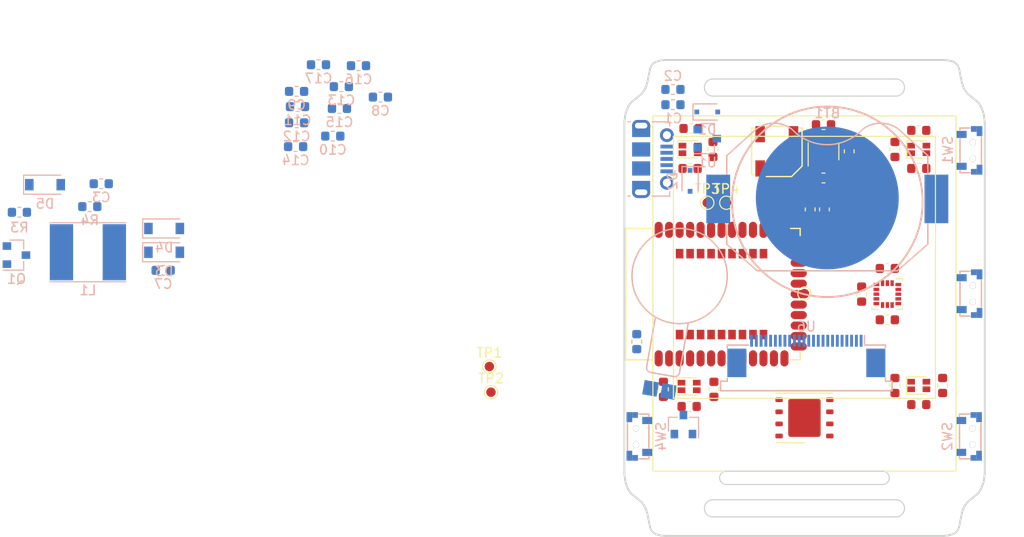
<source format=kicad_pcb>
(kicad_pcb (version 20171130) (host pcbnew "(6.0.0-rc1-dev-332-g00d912f0b)")

  (general
    (thickness 1.6)
    (drawings 96)
    (tracks 0)
    (zones 0)
    (modules 68)
    (nets 126)
  )

  (page A4)
  (layers
    (0 F.Cu signal)
    (31 B.Cu signal)
    (32 B.Adhes user)
    (33 F.Adhes user)
    (34 B.Paste user)
    (35 F.Paste user)
    (36 B.SilkS user)
    (37 F.SilkS user)
    (38 B.Mask user)
    (39 F.Mask user)
    (40 Dwgs.User user)
    (41 Cmts.User user)
    (42 Eco1.User user)
    (43 Eco2.User user)
    (44 Edge.Cuts user)
    (45 Margin user)
    (46 B.CrtYd user)
    (47 F.CrtYd user)
    (48 B.Fab user)
    (49 F.Fab user)
  )

  (setup
    (last_trace_width 0.25)
    (trace_clearance 0.2)
    (zone_clearance 0.508)
    (zone_45_only no)
    (trace_min 0.2)
    (via_size 0.8)
    (via_drill 0.4)
    (via_min_size 0.4)
    (via_min_drill 0.3)
    (uvia_size 0.3)
    (uvia_drill 0.1)
    (uvias_allowed no)
    (uvia_min_size 0.2)
    (uvia_min_drill 0.1)
    (edge_width 0.05)
    (segment_width 0.2)
    (pcb_text_width 0.3)
    (pcb_text_size 1.5 1.5)
    (mod_edge_width 0.12)
    (mod_text_size 1 1)
    (mod_text_width 0.15)
    (pad_size 1.524 1.524)
    (pad_drill 0.762)
    (pad_to_mask_clearance 0.2)
    (aux_axis_origin 0 0)
    (visible_elements 7FFDEF7F)
    (pcbplotparams
      (layerselection 0x010fc_ffffffff)
      (usegerberextensions false)
      (usegerberattributes false)
      (usegerberadvancedattributes false)
      (creategerberjobfile false)
      (excludeedgelayer true)
      (linewidth 0.100000)
      (plotframeref false)
      (viasonmask false)
      (mode 1)
      (useauxorigin false)
      (hpglpennumber 1)
      (hpglpenspeed 20)
      (hpglpendiameter 15.000000)
      (psnegative false)
      (psa4output false)
      (plotreference true)
      (plotvalue true)
      (plotinvisibletext false)
      (padsonsilk false)
      (subtractmaskfromsilk false)
      (outputformat 1)
      (mirror false)
      (drillshape 1)
      (scaleselection 1)
      (outputdirectory ""))
  )

  (net 0 "")
  (net 1 VDD)
  (net 2 GND)
  (net 3 /LED3_G)
  (net 4 /LED3_R)
  (net 5 /SWDCLK)
  (net 6 /LED1_R)
  (net 7 /LED1_G)
  (net 8 /LED1_B)
  (net 9 /LED2_R)
  (net 10 /LED2_G)
  (net 11 /LED3_B)
  (net 12 /LED4_R)
  (net 13 /LED4_G)
  (net 14 /LED4_B)
  (net 15 /ACCEL_SCL)
  (net 16 /ACCEL_SDA)
  (net 17 "Net-(C14-Pad2)")
  (net 18 /LED2_B)
  (net 19 "Net-(LS1-Pad2)")
  (net 20 /SPEAKER_SD)
  (net 21 "Net-(LS1-Pad1)")
  (net 22 /VIBRATOR)
  (net 23 "Net-(C7-Pad2)")
  (net 24 /ACCEL_INT)
  (net 25 /SPEAKER)
  (net 26 /USB_D-)
  (net 27 /USB_D+)
  (net 28 /SWDIO)
  (net 29 "Net-(C11-Pad2)")
  (net 30 VBUS)
  (net 31 +BATT)
  (net 32 /BTN_UP)
  (net 33 /BTN_DOWN)
  (net 34 /BTN_SELECT)
  (net 35 /BTN_BACK)
  (net 36 "Net-(D6-Pad1)")
  (net 37 "Net-(D7-Pad3)")
  (net 38 "Net-(D7-Pad1)")
  (net 39 "Net-(D6-Pad3)")
  (net 40 "Net-(D6-Pad2)")
  (net 41 "Net-(D7-Pad2)")
  (net 42 "Net-(U5-Pad9)")
  (net 43 /QSPI_IO3)
  (net 44 /QSPI_IO0)
  (net 45 /QSPI_CS)
  (net 46 /QSPI_IO1)
  (net 47 /QSPI_IO2)
  (net 48 /QSPI_CLK)
  (net 49 "Net-(C5-Pad2)")
  (net 50 "Net-(C10-Pad2)")
  (net 51 "Net-(C12-Pad2)")
  (net 52 "Net-(C13-Pad2)")
  (net 53 "Net-(C9-Pad2)")
  (net 54 "Net-(R2-Pad2)")
  (net 55 "Net-(R1-Pad2)")
  (net 56 "Net-(R5-Pad1)")
  (net 57 "Net-(D9-Pad2)")
  (net 58 /Peripherals/RESE)
  (net 59 /Peripherals/GDR)
  (net 60 "Net-(D9-Pad3)")
  (net 61 "Net-(D8-Pad3)")
  (net 62 "Net-(D8-Pad2)")
  (net 63 "Net-(D8-Pad1)")
  (net 64 "Net-(D9-Pad1)")
  (net 65 "Net-(U2-Pad2)")
  (net 66 "Net-(U2-Pad3)")
  (net 67 "Net-(U2-Pad4)")
  (net 68 "Net-(U2-Pad5)")
  (net 69 "Net-(U2-Pad6)")
  (net 70 "Net-(U2-Pad7)")
  (net 71 "Net-(U2-Pad8)")
  (net 72 "Net-(U2-Pad9)")
  (net 73 "Net-(U2-Pad10)")
  (net 74 "Net-(U2-Pad11)")
  (net 75 "Net-(U2-Pad12)")
  (net 76 "Net-(U2-Pad13)")
  (net 77 "Net-(U2-Pad33)")
  (net 78 "Net-(U2-Pad34)")
  (net 79 "Net-(U2-Pad35)")
  (net 80 "Net-(U2-Pad36)")
  (net 81 "Net-(U2-Pad39)")
  (net 82 "Net-(U2-Pad40)")
  (net 83 "Net-(U2-Pad41)")
  (net 84 "Net-(U2-Pad42)")
  (net 85 "Net-(U2-Pad43)")
  (net 86 "Net-(U2-Pad48)")
  (net 87 "Net-(U2-Pad49)")
  (net 88 "Net-(U2-Pad50)")
  (net 89 "Net-(U2-Pad51)")
  (net 90 "Net-(U2-Pad52)")
  (net 91 "Net-(U2-Pad53)")
  (net 92 "Net-(U2-Pad54)")
  (net 93 "Net-(U2-Pad22)")
  (net 94 "Net-(U2-Pad21)")
  (net 95 "Net-(U2-Pad20)")
  (net 96 "Net-(U2-Pad19)")
  (net 97 "Net-(U2-Pad18)")
  (net 98 "Net-(U2-Pad17)")
  (net 99 "Net-(U2-Pad16)")
  (net 100 "Net-(U2-Pad15)")
  (net 101 "Net-(U2-Pad14)")
  (net 102 "Net-(U2-Pad23)")
  (net 103 "Net-(U2-Pad24)")
  (net 104 "Net-(U2-Pad25)")
  (net 105 "Net-(U2-Pad26)")
  (net 106 "Net-(U2-Pad27)")
  (net 107 "Net-(U2-Pad28)")
  (net 108 "Net-(U2-Pad29)")
  (net 109 "Net-(U2-Pad30)")
  (net 110 "Net-(U2-Pad31)")
  (net 111 "Net-(C1-Pad2)")
  (net 112 "Net-(C18-Pad1)")
  (net 113 "Net-(C7-Pad1)")
  (net 114 /Peripherals/PREVGL)
  (net 115 /Peripherals/PREVGH)
  (net 116 "Net-(J1-Pad4)")
  (net 117 "Net-(C15-Pad2)")
  (net 118 /EINK_MOSI)
  (net 119 /EINK_SCK)
  (net 120 /EINK_CS)
  (net 121 /EINK_DC)
  (net 122 /EINK_RESET)
  (net 123 /EINK_BUSY)
  (net 124 "Net-(U6-Pad7)")
  (net 125 "Net-(U6-Pad6)")

  (net_class Default "This is the default net class."
    (clearance 0.2)
    (trace_width 0.25)
    (via_dia 0.8)
    (via_drill 0.4)
    (uvia_dia 0.3)
    (uvia_drill 0.1)
    (add_net +BATT)
    (add_net /ACCEL_INT)
    (add_net /ACCEL_SCL)
    (add_net /ACCEL_SDA)
    (add_net /BTN_BACK)
    (add_net /BTN_DOWN)
    (add_net /BTN_SELECT)
    (add_net /BTN_UP)
    (add_net /EINK_BUSY)
    (add_net /EINK_CS)
    (add_net /EINK_DC)
    (add_net /EINK_MOSI)
    (add_net /EINK_RESET)
    (add_net /EINK_SCK)
    (add_net /LED1_B)
    (add_net /LED1_G)
    (add_net /LED1_R)
    (add_net /LED2_B)
    (add_net /LED2_G)
    (add_net /LED2_R)
    (add_net /LED3_B)
    (add_net /LED3_G)
    (add_net /LED3_R)
    (add_net /LED4_B)
    (add_net /LED4_G)
    (add_net /LED4_R)
    (add_net /Peripherals/GDR)
    (add_net /Peripherals/PREVGH)
    (add_net /Peripherals/PREVGL)
    (add_net /Peripherals/RESE)
    (add_net /QSPI_CLK)
    (add_net /QSPI_CS)
    (add_net /QSPI_IO0)
    (add_net /QSPI_IO1)
    (add_net /QSPI_IO2)
    (add_net /QSPI_IO3)
    (add_net /SPEAKER)
    (add_net /SPEAKER_SD)
    (add_net /SWDCLK)
    (add_net /SWDIO)
    (add_net /USB_D+)
    (add_net /USB_D-)
    (add_net /VIBRATOR)
    (add_net GND)
    (add_net "Net-(C1-Pad2)")
    (add_net "Net-(C10-Pad2)")
    (add_net "Net-(C11-Pad2)")
    (add_net "Net-(C12-Pad2)")
    (add_net "Net-(C13-Pad2)")
    (add_net "Net-(C14-Pad2)")
    (add_net "Net-(C15-Pad2)")
    (add_net "Net-(C18-Pad1)")
    (add_net "Net-(C5-Pad2)")
    (add_net "Net-(C7-Pad1)")
    (add_net "Net-(C7-Pad2)")
    (add_net "Net-(C9-Pad2)")
    (add_net "Net-(D6-Pad1)")
    (add_net "Net-(D6-Pad2)")
    (add_net "Net-(D6-Pad3)")
    (add_net "Net-(D7-Pad1)")
    (add_net "Net-(D7-Pad2)")
    (add_net "Net-(D7-Pad3)")
    (add_net "Net-(D8-Pad1)")
    (add_net "Net-(D8-Pad2)")
    (add_net "Net-(D8-Pad3)")
    (add_net "Net-(D9-Pad1)")
    (add_net "Net-(D9-Pad2)")
    (add_net "Net-(D9-Pad3)")
    (add_net "Net-(J1-Pad4)")
    (add_net "Net-(LS1-Pad1)")
    (add_net "Net-(LS1-Pad2)")
    (add_net "Net-(R1-Pad2)")
    (add_net "Net-(R2-Pad2)")
    (add_net "Net-(R5-Pad1)")
    (add_net "Net-(U2-Pad10)")
    (add_net "Net-(U2-Pad11)")
    (add_net "Net-(U2-Pad12)")
    (add_net "Net-(U2-Pad13)")
    (add_net "Net-(U2-Pad14)")
    (add_net "Net-(U2-Pad15)")
    (add_net "Net-(U2-Pad16)")
    (add_net "Net-(U2-Pad17)")
    (add_net "Net-(U2-Pad18)")
    (add_net "Net-(U2-Pad19)")
    (add_net "Net-(U2-Pad2)")
    (add_net "Net-(U2-Pad20)")
    (add_net "Net-(U2-Pad21)")
    (add_net "Net-(U2-Pad22)")
    (add_net "Net-(U2-Pad23)")
    (add_net "Net-(U2-Pad24)")
    (add_net "Net-(U2-Pad25)")
    (add_net "Net-(U2-Pad26)")
    (add_net "Net-(U2-Pad27)")
    (add_net "Net-(U2-Pad28)")
    (add_net "Net-(U2-Pad29)")
    (add_net "Net-(U2-Pad3)")
    (add_net "Net-(U2-Pad30)")
    (add_net "Net-(U2-Pad31)")
    (add_net "Net-(U2-Pad33)")
    (add_net "Net-(U2-Pad34)")
    (add_net "Net-(U2-Pad35)")
    (add_net "Net-(U2-Pad36)")
    (add_net "Net-(U2-Pad39)")
    (add_net "Net-(U2-Pad4)")
    (add_net "Net-(U2-Pad40)")
    (add_net "Net-(U2-Pad41)")
    (add_net "Net-(U2-Pad42)")
    (add_net "Net-(U2-Pad43)")
    (add_net "Net-(U2-Pad48)")
    (add_net "Net-(U2-Pad49)")
    (add_net "Net-(U2-Pad5)")
    (add_net "Net-(U2-Pad50)")
    (add_net "Net-(U2-Pad51)")
    (add_net "Net-(U2-Pad52)")
    (add_net "Net-(U2-Pad53)")
    (add_net "Net-(U2-Pad54)")
    (add_net "Net-(U2-Pad6)")
    (add_net "Net-(U2-Pad7)")
    (add_net "Net-(U2-Pad8)")
    (add_net "Net-(U2-Pad9)")
    (add_net "Net-(U5-Pad9)")
    (add_net "Net-(U6-Pad6)")
    (add_net "Net-(U6-Pad7)")
    (add_net VBUS)
    (add_net VDD)
  )

  (module TestPoint:TestPoint_Pad_D1.0mm locked (layer F.Cu) (tedit 5A0F774F) (tstamp 5BA35848)
    (at 164 88.75)
    (descr "SMD pad as test Point, diameter 1.0mm")
    (tags "test point SMD pad")
    (attr virtual)
    (fp_text reference REF** (at 0 -1.448) (layer F.SilkS) hide
      (effects (font (size 1 1) (thickness 0.15)))
    )
    (fp_text value TestPoint_Pad_D1.0mm (at 0 1.55) (layer F.Fab)
      (effects (font (size 1 1) (thickness 0.15)))
    )
    (fp_circle (center 0 0) (end 0 0.7) (layer F.SilkS) (width 0.12))
    (fp_circle (center 0 0) (end 1 0) (layer F.CrtYd) (width 0.05))
    (fp_text user %R (at 0 -1.45) (layer F.Fab)
      (effects (font (size 1 1) (thickness 0.15)))
    )
    (pad 1 smd circle (at 0 0) (size 1 1) (layers F.Cu F.Mask))
    (model ${KIPRJMOD}/modules/packages3d/Display.3dshapes/GDEW0154T8.step
      (offset (xyz -15.9 18.65 3))
      (scale (xyz 1 1 1))
      (rotate (xyz -90 0 0))
    )
  )

  (module Buzzer_Beeper_Extra:C1026B (layer B.Cu) (tedit 5BA2C8A0) (tstamp 5BA351B5)
    (at 150.9 86.9 170)
    (path /5D09C829/5D0FB5A4)
    (fp_text reference M1 (at 0 5.85 170) (layer B.SilkS) hide
      (effects (font (size 1 1) (thickness 0.15)) (justify mirror))
    )
    (fp_text value Vibrator (at 0 0 170) (layer B.Fab)
      (effects (font (size 1 1) (thickness 0.15)) (justify mirror))
    )
    (fp_arc (start -1.25 -10) (end -1.75 -10) (angle 90) (layer B.SilkS) (width 0.15))
    (fp_arc (start 1.25 -10) (end 1.25 -10.5) (angle 90) (layer B.SilkS) (width 0.15))
    (fp_line (start -1.75 -10) (end -1.75 -4.7) (layer B.SilkS) (width 0.15))
    (fp_line (start 1.25 -10.5) (end -1.25 -10.5) (layer B.SilkS) (width 0.15))
    (fp_line (start 1.75 -10) (end 1.75 -4.7) (layer B.SilkS) (width 0.15))
    (fp_circle (center 0 0) (end 5 0) (layer B.SilkS) (width 0.15))
    (pad 1 smd rect (at -0.95 -12.15 170) (size 1.524 1.524) (layers B.Cu B.Paste B.Mask)
      (net 1 VDD))
    (pad 2 smd rect (at 0.95 -12.15 170) (size 1.524 1.524) (layers B.Cu B.Paste B.Mask)
      (net 112 "Net-(C18-Pad1)"))
    (model E:/Documents/kicad/xilwatch/hw/modules/packages3d/Vibrators.3dshapes/8449.wrl
      (offset (xyz 0 0 4))
      (scale (xyz 0.4 0.4 0.4))
      (rotate (xyz 180 0 -90))
    )
  )

  (module Resistor_SMD:R_0603_1608Metric (layer F.Cu) (tedit 5B301BBD) (tstamp 5BA1A6AD)
    (at 166.1 79.9 270)
    (descr "Resistor SMD 0603 (1608 Metric), square (rectangular) end terminal, IPC_7351 nominal, (Body size source: http://www.tortai-tech.com/upload/download/2011102023233369053.pdf), generated with kicad-footprint-generator")
    (tags resistor)
    (path /5BACEBF5)
    (attr smd)
    (fp_text reference R2 (at 0 -1.43 270) (layer F.SilkS) hide
      (effects (font (size 1 1) (thickness 0.15)))
    )
    (fp_text value 22R (at 0 1.43 270) (layer F.Fab)
      (effects (font (size 1 1) (thickness 0.15)))
    )
    (fp_text user %R (at 0 0 270) (layer F.Fab)
      (effects (font (size 0.4 0.4) (thickness 0.06)))
    )
    (fp_line (start 1.48 0.73) (end -1.48 0.73) (layer F.CrtYd) (width 0.05))
    (fp_line (start 1.48 -0.73) (end 1.48 0.73) (layer F.CrtYd) (width 0.05))
    (fp_line (start -1.48 -0.73) (end 1.48 -0.73) (layer F.CrtYd) (width 0.05))
    (fp_line (start -1.48 0.73) (end -1.48 -0.73) (layer F.CrtYd) (width 0.05))
    (fp_line (start -0.162779 0.51) (end 0.162779 0.51) (layer F.SilkS) (width 0.12))
    (fp_line (start -0.162779 -0.51) (end 0.162779 -0.51) (layer F.SilkS) (width 0.12))
    (fp_line (start 0.8 0.4) (end -0.8 0.4) (layer F.Fab) (width 0.1))
    (fp_line (start 0.8 -0.4) (end 0.8 0.4) (layer F.Fab) (width 0.1))
    (fp_line (start -0.8 -0.4) (end 0.8 -0.4) (layer F.Fab) (width 0.1))
    (fp_line (start -0.8 0.4) (end -0.8 -0.4) (layer F.Fab) (width 0.1))
    (pad 2 smd roundrect (at 0.7875 0 270) (size 0.875 0.95) (layers F.Cu F.Paste F.Mask) (roundrect_rratio 0.25)
      (net 54 "Net-(R2-Pad2)"))
    (pad 1 smd roundrect (at -0.7875 0 270) (size 0.875 0.95) (layers F.Cu F.Paste F.Mask) (roundrect_rratio 0.25)
      (net 26 /USB_D-))
    (model ${KISYS3DMOD}/Resistor_SMD.3dshapes/R_0603_1608Metric.wrl
      (at (xyz 0 0 0))
      (scale (xyz 1 1 1))
      (rotate (xyz 0 0 0))
    )
  )

  (module Resistor_SMD:R_0603_1608Metric (layer F.Cu) (tedit 5B301BBD) (tstamp 5BA1A713)
    (at 164.6 79.9 270)
    (descr "Resistor SMD 0603 (1608 Metric), square (rectangular) end terminal, IPC_7351 nominal, (Body size source: http://www.tortai-tech.com/upload/download/2011102023233369053.pdf), generated with kicad-footprint-generator")
    (tags resistor)
    (path /5BACE80C)
    (attr smd)
    (fp_text reference R1 (at 0 -1.43 270) (layer F.SilkS) hide
      (effects (font (size 1 1) (thickness 0.15)))
    )
    (fp_text value 22R (at 0 1.43 270) (layer F.Fab)
      (effects (font (size 1 1) (thickness 0.15)))
    )
    (fp_text user %R (at 0 0 270) (layer F.Fab)
      (effects (font (size 0.4 0.4) (thickness 0.06)))
    )
    (fp_line (start 1.48 0.73) (end -1.48 0.73) (layer F.CrtYd) (width 0.05))
    (fp_line (start 1.48 -0.73) (end 1.48 0.73) (layer F.CrtYd) (width 0.05))
    (fp_line (start -1.48 -0.73) (end 1.48 -0.73) (layer F.CrtYd) (width 0.05))
    (fp_line (start -1.48 0.73) (end -1.48 -0.73) (layer F.CrtYd) (width 0.05))
    (fp_line (start -0.162779 0.51) (end 0.162779 0.51) (layer F.SilkS) (width 0.12))
    (fp_line (start -0.162779 -0.51) (end 0.162779 -0.51) (layer F.SilkS) (width 0.12))
    (fp_line (start 0.8 0.4) (end -0.8 0.4) (layer F.Fab) (width 0.1))
    (fp_line (start 0.8 -0.4) (end 0.8 0.4) (layer F.Fab) (width 0.1))
    (fp_line (start -0.8 -0.4) (end 0.8 -0.4) (layer F.Fab) (width 0.1))
    (fp_line (start -0.8 0.4) (end -0.8 -0.4) (layer F.Fab) (width 0.1))
    (pad 2 smd roundrect (at 0.7875 0 270) (size 0.875 0.95) (layers F.Cu F.Paste F.Mask) (roundrect_rratio 0.25)
      (net 55 "Net-(R1-Pad2)"))
    (pad 1 smd roundrect (at -0.7875 0 270) (size 0.875 0.95) (layers F.Cu F.Paste F.Mask) (roundrect_rratio 0.25)
      (net 27 /USB_D+))
    (model ${KISYS3DMOD}/Resistor_SMD.3dshapes/R_0603_1608Metric.wrl
      (at (xyz 0 0 0))
      (scale (xyz 1 1 1))
      (rotate (xyz 0 0 0))
    )
  )

  (module RF_Module_Extra:Holyiot_18010 (layer F.Cu) (tedit 5BA013E6) (tstamp 5BA3859F)
    (at 154.4 88.8 90)
    (path /5BA10E8A)
    (fp_text reference U2 (at 0 10.7 90) (layer F.SilkS) hide
      (effects (font (size 1 1) (thickness 0.15)))
    )
    (fp_text value Holyiot_18010 (at 0 -10.25 90) (layer F.Fab)
      (effects (font (size 1 1) (thickness 0.15)))
    )
    (fp_line (start -6.75 -9) (end 6.75 -9) (layer F.Fab) (width 0.12))
    (fp_line (start -6.75 9) (end 6.75 9) (layer F.Fab) (width 0.12))
    (fp_line (start -6.75 -9) (end -6.75 9) (layer F.Fab) (width 0.12))
    (fp_line (start 6.75 -9) (end 6.75 9) (layer F.Fab) (width 0.12))
    (fp_line (start -6.9 -6.35) (end -6.9 -9.15) (layer F.SilkS) (width 0.15))
    (fp_line (start -6.9 -9.15) (end 6.9 -9.15) (layer F.SilkS) (width 0.15))
    (fp_line (start 6.9 -9.15) (end 6.9 -6.35) (layer F.SilkS) (width 0.15))
    (fp_line (start -6.9 -6.35) (end -7.3 -6.35) (layer F.SilkS) (width 0.15))
    (fp_line (start 6.9 8.15) (end 6.9 9.15) (layer F.SilkS) (width 0.15))
    (fp_line (start 6.15 9.15) (end 6.9 9.15) (layer F.SilkS) (width 0.15))
    (fp_line (start -6.9 9.15) (end -6.15 9.15) (layer F.SilkS) (width 0.15))
    (fp_line (start -6.9 8.15) (end -6.9 9.15) (layer F.SilkS) (width 0.15))
    (fp_line (start -6.75 -6.35) (end 6.75 -6.35) (layer F.Fab) (width 0.12))
    (fp_line (start 6.75 -6.35) (end -6.75 -9) (layer F.Fab) (width 0.12))
    (fp_line (start -6.75 -6.35) (end 6.75 -9) (layer F.Fab) (width 0.12))
    (pad 1 smd oval (at -6.75 -5.7 90) (size 1.7 0.85) (layers F.Cu F.Paste F.Mask)
      (net 2 GND))
    (pad 2 smd oval (at -6.75 -4.6 90) (size 1.7 0.85) (layers F.Cu F.Paste F.Mask)
      (net 65 "Net-(U2-Pad2)"))
    (pad 3 smd oval (at -6.75 -3.5 90) (size 1.7 0.85) (layers F.Cu F.Paste F.Mask)
      (net 66 "Net-(U2-Pad3)"))
    (pad 4 smd oval (at -6.75 -2.4 90) (size 1.7 0.85) (layers F.Cu F.Paste F.Mask)
      (net 67 "Net-(U2-Pad4)"))
    (pad 5 smd oval (at -6.75 -1.3 90) (size 1.7 0.85) (layers F.Cu F.Paste F.Mask)
      (net 68 "Net-(U2-Pad5)"))
    (pad 6 smd oval (at -6.75 -0.2 90) (size 1.7 0.85) (layers F.Cu F.Paste F.Mask)
      (net 69 "Net-(U2-Pad6)"))
    (pad 7 smd oval (at -6.75 0.9 90) (size 1.7 0.85) (layers F.Cu F.Paste F.Mask)
      (net 70 "Net-(U2-Pad7)"))
    (pad 8 smd oval (at -6.75 2 90) (size 1.7 0.85) (layers F.Cu F.Paste F.Mask)
      (net 71 "Net-(U2-Pad8)"))
    (pad 9 smd oval (at -6.75 3.1 90) (size 1.7 0.85) (layers F.Cu F.Paste F.Mask)
      (net 72 "Net-(U2-Pad9)"))
    (pad 10 smd oval (at -6.75 4.2 90) (size 1.7 0.85) (layers F.Cu F.Paste F.Mask)
      (net 73 "Net-(U2-Pad10)"))
    (pad 11 smd oval (at -6.75 5.3 90) (size 1.7 0.85) (layers F.Cu F.Paste F.Mask)
      (net 74 "Net-(U2-Pad11)"))
    (pad 12 smd oval (at -6.75 6.4 90) (size 1.7 0.85) (layers F.Cu F.Paste F.Mask)
      (net 75 "Net-(U2-Pad12)"))
    (pad 13 smd oval (at -6.75 7.5 90) (size 1.7 0.85) (layers F.Cu F.Paste F.Mask)
      (net 76 "Net-(U2-Pad13)"))
    (pad 32 smd oval (at 6.75 -5.7 90) (size 1.7 0.85) (layers F.Cu F.Paste F.Mask)
      (net 2 GND))
    (pad 33 smd oval (at 6.75 -4.6 90) (size 1.7 0.85) (layers F.Cu F.Paste F.Mask)
      (net 77 "Net-(U2-Pad33)"))
    (pad 34 smd oval (at 6.75 -3.5 90) (size 1.7 0.85) (layers F.Cu F.Paste F.Mask)
      (net 78 "Net-(U2-Pad34)"))
    (pad 35 smd oval (at 6.75 -2.4 90) (size 1.7 0.85) (layers F.Cu F.Paste F.Mask)
      (net 79 "Net-(U2-Pad35)"))
    (pad 36 smd oval (at 6.75 -1.3 90) (size 1.7 0.85) (layers F.Cu F.Paste F.Mask)
      (net 80 "Net-(U2-Pad36)"))
    (pad 37 smd oval (at 6.75 -0.2 90) (size 1.7 0.85) (layers F.Cu F.Paste F.Mask)
      (net 5 /SWDCLK))
    (pad 38 smd oval (at 6.75 0.9 90) (size 1.7 0.85) (layers F.Cu F.Paste F.Mask)
      (net 28 /SWDIO))
    (pad 39 smd oval (at 6.75 2 90) (size 1.7 0.85) (layers F.Cu F.Paste F.Mask)
      (net 81 "Net-(U2-Pad39)"))
    (pad 40 smd oval (at 6.75 3.1 90) (size 1.7 0.85) (layers F.Cu F.Paste F.Mask)
      (net 82 "Net-(U2-Pad40)"))
    (pad 41 smd oval (at 6.75 4.2 90) (size 1.7 0.85) (layers F.Cu F.Paste F.Mask)
      (net 83 "Net-(U2-Pad41)"))
    (pad 42 smd oval (at 6.75 5.3 90) (size 1.7 0.85) (layers F.Cu F.Paste F.Mask)
      (net 84 "Net-(U2-Pad42)"))
    (pad 43 smd oval (at 6.75 6.4 90) (size 1.7 0.85) (layers F.Cu F.Paste F.Mask)
      (net 85 "Net-(U2-Pad43)"))
    (pad 44 smd oval (at 6.75 7.5 90) (size 1.7 0.85) (layers F.Cu F.Paste F.Mask)
      (net 2 GND))
    (pad 45 smd oval (at 5.5 9 180) (size 1.7 0.85) (layers F.Cu F.Paste F.Mask)
      (net 55 "Net-(R1-Pad2)"))
    (pad 46 smd oval (at 4.4 9 180) (size 1.7 0.85) (layers F.Cu F.Paste F.Mask)
      (net 54 "Net-(R2-Pad2)"))
    (pad 47 smd oval (at 3.3 9 180) (size 1.7 0.85) (layers F.Cu F.Paste F.Mask)
      (net 30 VBUS))
    (pad 48 smd oval (at 2.2 9 180) (size 1.7 0.85) (layers F.Cu F.Paste F.Mask)
      (net 86 "Net-(U2-Pad48)"))
    (pad 49 smd oval (at 1.1 9 180) (size 1.7 0.85) (layers F.Cu F.Paste F.Mask)
      (net 87 "Net-(U2-Pad49)"))
    (pad 50 smd oval (at 0 9 180) (size 1.7 0.85) (layers F.Cu F.Paste F.Mask)
      (net 88 "Net-(U2-Pad50)"))
    (pad 51 smd oval (at -1.1 9 180) (size 1.7 0.85) (layers F.Cu F.Paste F.Mask)
      (net 89 "Net-(U2-Pad51)"))
    (pad 52 smd oval (at -2.2 9 180) (size 1.7 0.85) (layers F.Cu F.Paste F.Mask)
      (net 90 "Net-(U2-Pad52)"))
    (pad 53 smd oval (at -3.3 9 180) (size 1.7 0.85) (layers F.Cu F.Paste F.Mask)
      (net 91 "Net-(U2-Pad53)"))
    (pad 54 smd oval (at -4.4 9 180) (size 1.7 0.85) (layers F.Cu F.Paste F.Mask)
      (net 92 "Net-(U2-Pad54)"))
    (pad 55 smd oval (at -5.5 9 180) (size 1.7 0.85) (layers F.Cu F.Paste F.Mask)
      (net 1 VDD))
    (pad 22 smd rect (at -4.25 5.3 90) (size 1 0.8) (layers F.Cu F.Paste F.Mask)
      (net 93 "Net-(U2-Pad22)"))
    (pad 21 smd rect (at -4.25 4.2 90) (size 1 0.8) (layers F.Cu F.Paste F.Mask)
      (net 94 "Net-(U2-Pad21)"))
    (pad 20 smd rect (at -4.25 3.1 90) (size 1 0.8) (layers F.Cu F.Paste F.Mask)
      (net 95 "Net-(U2-Pad20)"))
    (pad 19 smd rect (at -4.25 2 90) (size 1 0.8) (layers F.Cu F.Paste F.Mask)
      (net 96 "Net-(U2-Pad19)"))
    (pad 18 smd rect (at -4.25 0.9 90) (size 1 0.8) (layers F.Cu F.Paste F.Mask)
      (net 97 "Net-(U2-Pad18)"))
    (pad 17 smd rect (at -4.25 -0.2 90) (size 1 0.8) (layers F.Cu F.Paste F.Mask)
      (net 98 "Net-(U2-Pad17)"))
    (pad 16 smd rect (at -4.25 -1.3 90) (size 1 0.8) (layers F.Cu F.Paste F.Mask)
      (net 99 "Net-(U2-Pad16)"))
    (pad 15 smd rect (at -4.25 -2.4 90) (size 1 0.8) (layers F.Cu F.Paste F.Mask)
      (net 100 "Net-(U2-Pad15)"))
    (pad 14 smd rect (at -4.25 -3.5 90) (size 1 0.8) (layers F.Cu F.Paste F.Mask)
      (net 101 "Net-(U2-Pad14)"))
    (pad 23 smd rect (at 4.25 -3.5 90) (size 1 0.8) (layers F.Cu F.Paste F.Mask)
      (net 102 "Net-(U2-Pad23)"))
    (pad 24 smd rect (at 4.25 -2.4 90) (size 1 0.8) (layers F.Cu F.Paste F.Mask)
      (net 103 "Net-(U2-Pad24)"))
    (pad 25 smd rect (at 4.25 -1.3 90) (size 1 0.8) (layers F.Cu F.Paste F.Mask)
      (net 104 "Net-(U2-Pad25)"))
    (pad 26 smd rect (at 4.25 -0.2 90) (size 1 0.8) (layers F.Cu F.Paste F.Mask)
      (net 105 "Net-(U2-Pad26)"))
    (pad 27 smd rect (at 4.25 0.9 90) (size 1 0.8) (layers F.Cu F.Paste F.Mask)
      (net 106 "Net-(U2-Pad27)"))
    (pad 28 smd rect (at 4.25 2 90) (size 1 0.8) (layers F.Cu F.Paste F.Mask)
      (net 107 "Net-(U2-Pad28)"))
    (pad 29 smd rect (at 4.25 3.1 90) (size 1 0.8) (layers F.Cu F.Paste F.Mask)
      (net 108 "Net-(U2-Pad29)"))
    (pad 30 smd rect (at 4.25 4.2 90) (size 1 0.8) (layers F.Cu F.Paste F.Mask)
      (net 109 "Net-(U2-Pad30)"))
    (pad 31 smd rect (at 4.25 5.3 90) (size 1 0.8) (layers F.Cu F.Paste F.Mask)
      (net 110 "Net-(U2-Pad31)"))
    (model ${KIPRJMOD}/modules/packages3d/RF_Module.3dshapes/Holyiot_18010.step
      (at (xyz 0 0 0))
      (scale (xyz 1 1 1))
      (rotate (xyz -90 0 0))
    )
  )

  (module Resistor_SMD:R_0603_1608Metric (layer F.Cu) (tedit 5B301BBD) (tstamp 5BA45A55)
    (at 172.7 91.5 180)
    (descr "Resistor SMD 0603 (1608 Metric), square (rectangular) end terminal, IPC_7351 nominal, (Body size source: http://www.tortai-tech.com/upload/download/2011102023233369053.pdf), generated with kicad-footprint-generator")
    (tags resistor)
    (path /5D09C829/5D0DDEAB)
    (attr smd)
    (fp_text reference R7 (at 0 -1.43 180) (layer F.SilkS) hide
      (effects (font (size 1 1) (thickness 0.15)))
    )
    (fp_text value 10K (at 0 1.43 180) (layer F.Fab)
      (effects (font (size 1 1) (thickness 0.15)))
    )
    (fp_line (start -0.8 0.4) (end -0.8 -0.4) (layer F.Fab) (width 0.1))
    (fp_line (start -0.8 -0.4) (end 0.8 -0.4) (layer F.Fab) (width 0.1))
    (fp_line (start 0.8 -0.4) (end 0.8 0.4) (layer F.Fab) (width 0.1))
    (fp_line (start 0.8 0.4) (end -0.8 0.4) (layer F.Fab) (width 0.1))
    (fp_line (start -0.162779 -0.51) (end 0.162779 -0.51) (layer F.SilkS) (width 0.12))
    (fp_line (start -0.162779 0.51) (end 0.162779 0.51) (layer F.SilkS) (width 0.12))
    (fp_line (start -1.48 0.73) (end -1.48 -0.73) (layer F.CrtYd) (width 0.05))
    (fp_line (start -1.48 -0.73) (end 1.48 -0.73) (layer F.CrtYd) (width 0.05))
    (fp_line (start 1.48 -0.73) (end 1.48 0.73) (layer F.CrtYd) (width 0.05))
    (fp_line (start 1.48 0.73) (end -1.48 0.73) (layer F.CrtYd) (width 0.05))
    (fp_text user %R (at 0 0 180) (layer F.Fab)
      (effects (font (size 0.4 0.4) (thickness 0.06)))
    )
    (pad 1 smd roundrect (at -0.7875 0 180) (size 0.875 0.95) (layers F.Cu F.Paste F.Mask) (roundrect_rratio 0.25)
      (net 1 VDD))
    (pad 2 smd roundrect (at 0.7875 0 180) (size 0.875 0.95) (layers F.Cu F.Paste F.Mask) (roundrect_rratio 0.25)
      (net 16 /ACCEL_SDA))
    (model ${KISYS3DMOD}/Resistor_SMD.3dshapes/R_0603_1608Metric.wrl
      (at (xyz 0 0 0))
      (scale (xyz 1 1 1))
      (rotate (xyz 0 0 0))
    )
  )

  (module Resistor_SMD:R_0603_1608Metric (layer F.Cu) (tedit 5B301BBD) (tstamp 5BA45A25)
    (at 170 88.8 270)
    (descr "Resistor SMD 0603 (1608 Metric), square (rectangular) end terminal, IPC_7351 nominal, (Body size source: http://www.tortai-tech.com/upload/download/2011102023233369053.pdf), generated with kicad-footprint-generator")
    (tags resistor)
    (path /5D09C829/5D0DDE9D)
    (attr smd)
    (fp_text reference R6 (at 0 -1.43 270) (layer F.SilkS) hide
      (effects (font (size 1 1) (thickness 0.15)))
    )
    (fp_text value 10K (at 0 1.43 270) (layer F.Fab)
      (effects (font (size 1 1) (thickness 0.15)))
    )
    (fp_text user %R (at 0 0 270) (layer F.Fab)
      (effects (font (size 0.4 0.4) (thickness 0.06)))
    )
    (fp_line (start 1.48 0.73) (end -1.48 0.73) (layer F.CrtYd) (width 0.05))
    (fp_line (start 1.48 -0.73) (end 1.48 0.73) (layer F.CrtYd) (width 0.05))
    (fp_line (start -1.48 -0.73) (end 1.48 -0.73) (layer F.CrtYd) (width 0.05))
    (fp_line (start -1.48 0.73) (end -1.48 -0.73) (layer F.CrtYd) (width 0.05))
    (fp_line (start -0.162779 0.51) (end 0.162779 0.51) (layer F.SilkS) (width 0.12))
    (fp_line (start -0.162779 -0.51) (end 0.162779 -0.51) (layer F.SilkS) (width 0.12))
    (fp_line (start 0.8 0.4) (end -0.8 0.4) (layer F.Fab) (width 0.1))
    (fp_line (start 0.8 -0.4) (end 0.8 0.4) (layer F.Fab) (width 0.1))
    (fp_line (start -0.8 -0.4) (end 0.8 -0.4) (layer F.Fab) (width 0.1))
    (fp_line (start -0.8 0.4) (end -0.8 -0.4) (layer F.Fab) (width 0.1))
    (pad 2 smd roundrect (at 0.7875 0 270) (size 0.875 0.95) (layers F.Cu F.Paste F.Mask) (roundrect_rratio 0.25)
      (net 15 /ACCEL_SCL))
    (pad 1 smd roundrect (at -0.7875 0 270) (size 0.875 0.95) (layers F.Cu F.Paste F.Mask) (roundrect_rratio 0.25)
      (net 1 VDD))
    (model ${KISYS3DMOD}/Resistor_SMD.3dshapes/R_0603_1608Metric.wrl
      (at (xyz 0 0 0))
      (scale (xyz 1 1 1))
      (rotate (xyz 0 0 0))
    )
  )

  (module Resistor_SMD:R_0603_1608Metric (layer F.Cu) (tedit 5B301BBD) (tstamp 5BA1C9C4)
    (at 152.1 71.4 180)
    (descr "Resistor SMD 0603 (1608 Metric), square (rectangular) end terminal, IPC_7351 nominal, (Body size source: http://www.tortai-tech.com/upload/download/2011102023233369053.pdf), generated with kicad-footprint-generator")
    (tags resistor)
    (path /5D09C829/5D0F335D)
    (attr smd)
    (fp_text reference R9 (at 0 -1.43 180) (layer F.SilkS) hide
      (effects (font (size 1 1) (thickness 0.15)))
    )
    (fp_text value 360R (at 0 1.43 180) (layer F.Fab)
      (effects (font (size 1 1) (thickness 0.15)))
    )
    (fp_line (start -0.8 0.4) (end -0.8 -0.4) (layer F.Fab) (width 0.1))
    (fp_line (start -0.8 -0.4) (end 0.8 -0.4) (layer F.Fab) (width 0.1))
    (fp_line (start 0.8 -0.4) (end 0.8 0.4) (layer F.Fab) (width 0.1))
    (fp_line (start 0.8 0.4) (end -0.8 0.4) (layer F.Fab) (width 0.1))
    (fp_line (start -0.162779 -0.51) (end 0.162779 -0.51) (layer F.SilkS) (width 0.12))
    (fp_line (start -0.162779 0.51) (end 0.162779 0.51) (layer F.SilkS) (width 0.12))
    (fp_line (start -1.48 0.73) (end -1.48 -0.73) (layer F.CrtYd) (width 0.05))
    (fp_line (start -1.48 -0.73) (end 1.48 -0.73) (layer F.CrtYd) (width 0.05))
    (fp_line (start 1.48 -0.73) (end 1.48 0.73) (layer F.CrtYd) (width 0.05))
    (fp_line (start 1.48 0.73) (end -1.48 0.73) (layer F.CrtYd) (width 0.05))
    (fp_text user %R (at 0 0 180) (layer F.Fab)
      (effects (font (size 0.4 0.4) (thickness 0.06)))
    )
    (pad 1 smd roundrect (at -0.7875 0 180) (size 0.875 0.95) (layers F.Cu F.Paste F.Mask) (roundrect_rratio 0.25)
      (net 7 /LED1_G))
    (pad 2 smd roundrect (at 0.7875 0 180) (size 0.875 0.95) (layers F.Cu F.Paste F.Mask) (roundrect_rratio 0.25)
      (net 40 "Net-(D6-Pad2)"))
    (model ${KISYS3DMOD}/Resistor_SMD.3dshapes/R_0603_1608Metric.wrl
      (at (xyz 0 0 0))
      (scale (xyz 1 1 1))
      (rotate (xyz 0 0 0))
    )
  )

  (module Resistor_SMD:R_0603_1608Metric (layer F.Cu) (tedit 5B301BBD) (tstamp 5BA1C9D5)
    (at 152 75.6 180)
    (descr "Resistor SMD 0603 (1608 Metric), square (rectangular) end terminal, IPC_7351 nominal, (Body size source: http://www.tortai-tech.com/upload/download/2011102023233369053.pdf), generated with kicad-footprint-generator")
    (tags resistor)
    (path /5D09C829/5D0F3367)
    (attr smd)
    (fp_text reference R8 (at 0 -1.43 180) (layer F.SilkS) hide
      (effects (font (size 1 1) (thickness 0.15)))
    )
    (fp_text value 360R (at 0 1.43 180) (layer F.Fab)
      (effects (font (size 1 1) (thickness 0.15)))
    )
    (fp_text user %R (at 0 0 180) (layer F.Fab)
      (effects (font (size 0.4 0.4) (thickness 0.06)))
    )
    (fp_line (start 1.48 0.73) (end -1.48 0.73) (layer F.CrtYd) (width 0.05))
    (fp_line (start 1.48 -0.73) (end 1.48 0.73) (layer F.CrtYd) (width 0.05))
    (fp_line (start -1.48 -0.73) (end 1.48 -0.73) (layer F.CrtYd) (width 0.05))
    (fp_line (start -1.48 0.73) (end -1.48 -0.73) (layer F.CrtYd) (width 0.05))
    (fp_line (start -0.162779 0.51) (end 0.162779 0.51) (layer F.SilkS) (width 0.12))
    (fp_line (start -0.162779 -0.51) (end 0.162779 -0.51) (layer F.SilkS) (width 0.12))
    (fp_line (start 0.8 0.4) (end -0.8 0.4) (layer F.Fab) (width 0.1))
    (fp_line (start 0.8 -0.4) (end 0.8 0.4) (layer F.Fab) (width 0.1))
    (fp_line (start -0.8 -0.4) (end 0.8 -0.4) (layer F.Fab) (width 0.1))
    (fp_line (start -0.8 0.4) (end -0.8 -0.4) (layer F.Fab) (width 0.1))
    (pad 2 smd roundrect (at 0.7875 0 180) (size 0.875 0.95) (layers F.Cu F.Paste F.Mask) (roundrect_rratio 0.25)
      (net 36 "Net-(D6-Pad1)"))
    (pad 1 smd roundrect (at -0.7875 0 180) (size 0.875 0.95) (layers F.Cu F.Paste F.Mask) (roundrect_rratio 0.25)
      (net 6 /LED1_R))
    (model ${KISYS3DMOD}/Resistor_SMD.3dshapes/R_0603_1608Metric.wrl
      (at (xyz 0 0 0))
      (scale (xyz 1 1 1))
      (rotate (xyz 0 0 0))
    )
  )

  (module Resistor_SMD:R_0603_1608Metric (layer F.Cu) (tedit 5B301BBD) (tstamp 5BA1C9E6)
    (at 176 75.6 180)
    (descr "Resistor SMD 0603 (1608 Metric), square (rectangular) end terminal, IPC_7351 nominal, (Body size source: http://www.tortai-tech.com/upload/download/2011102023233369053.pdf), generated with kicad-footprint-generator")
    (tags resistor)
    (path /5D09C829/5D0F333A)
    (attr smd)
    (fp_text reference R11 (at 0 -1.43 180) (layer F.SilkS) hide
      (effects (font (size 1 1) (thickness 0.15)))
    )
    (fp_text value 360R (at 0 1.43 180) (layer F.Fab)
      (effects (font (size 1 1) (thickness 0.15)))
    )
    (fp_line (start -0.8 0.4) (end -0.8 -0.4) (layer F.Fab) (width 0.1))
    (fp_line (start -0.8 -0.4) (end 0.8 -0.4) (layer F.Fab) (width 0.1))
    (fp_line (start 0.8 -0.4) (end 0.8 0.4) (layer F.Fab) (width 0.1))
    (fp_line (start 0.8 0.4) (end -0.8 0.4) (layer F.Fab) (width 0.1))
    (fp_line (start -0.162779 -0.51) (end 0.162779 -0.51) (layer F.SilkS) (width 0.12))
    (fp_line (start -0.162779 0.51) (end 0.162779 0.51) (layer F.SilkS) (width 0.12))
    (fp_line (start -1.48 0.73) (end -1.48 -0.73) (layer F.CrtYd) (width 0.05))
    (fp_line (start -1.48 -0.73) (end 1.48 -0.73) (layer F.CrtYd) (width 0.05))
    (fp_line (start 1.48 -0.73) (end 1.48 0.73) (layer F.CrtYd) (width 0.05))
    (fp_line (start 1.48 0.73) (end -1.48 0.73) (layer F.CrtYd) (width 0.05))
    (fp_text user %R (at 0 0 180) (layer F.Fab)
      (effects (font (size 0.4 0.4) (thickness 0.06)))
    )
    (pad 1 smd roundrect (at -0.7875 0 180) (size 0.875 0.95) (layers F.Cu F.Paste F.Mask) (roundrect_rratio 0.25)
      (net 9 /LED2_R))
    (pad 2 smd roundrect (at 0.7875 0 180) (size 0.875 0.95) (layers F.Cu F.Paste F.Mask) (roundrect_rratio 0.25)
      (net 38 "Net-(D7-Pad1)"))
    (model ${KISYS3DMOD}/Resistor_SMD.3dshapes/R_0603_1608Metric.wrl
      (at (xyz 0 0 0))
      (scale (xyz 1 1 1))
      (rotate (xyz 0 0 0))
    )
  )

  (module Resistor_SMD:R_0603_1608Metric (layer F.Cu) (tedit 5B301BBD) (tstamp 5BA1CA17)
    (at 168.7 73.8 270)
    (descr "Resistor SMD 0603 (1608 Metric), square (rectangular) end terminal, IPC_7351 nominal, (Body size source: http://www.tortai-tech.com/upload/download/2011102023233369053.pdf), generated with kicad-footprint-generator")
    (tags resistor)
    (path /5D09C829/5D0C1A46)
    (attr smd)
    (fp_text reference R5 (at 0 -1.43 270) (layer F.SilkS) hide
      (effects (font (size 1 1) (thickness 0.15)))
    )
    (fp_text value 17K (at 0 1.43 270) (layer F.Fab)
      (effects (font (size 1 1) (thickness 0.15)))
    )
    (fp_text user %R (at 0 0 270) (layer F.Fab)
      (effects (font (size 0.4 0.4) (thickness 0.06)))
    )
    (fp_line (start 1.48 0.73) (end -1.48 0.73) (layer F.CrtYd) (width 0.05))
    (fp_line (start 1.48 -0.73) (end 1.48 0.73) (layer F.CrtYd) (width 0.05))
    (fp_line (start -1.48 -0.73) (end 1.48 -0.73) (layer F.CrtYd) (width 0.05))
    (fp_line (start -1.48 0.73) (end -1.48 -0.73) (layer F.CrtYd) (width 0.05))
    (fp_line (start -0.162779 0.51) (end 0.162779 0.51) (layer F.SilkS) (width 0.12))
    (fp_line (start -0.162779 -0.51) (end 0.162779 -0.51) (layer F.SilkS) (width 0.12))
    (fp_line (start 0.8 0.4) (end -0.8 0.4) (layer F.Fab) (width 0.1))
    (fp_line (start 0.8 -0.4) (end 0.8 0.4) (layer F.Fab) (width 0.1))
    (fp_line (start -0.8 -0.4) (end 0.8 -0.4) (layer F.Fab) (width 0.1))
    (fp_line (start -0.8 0.4) (end -0.8 -0.4) (layer F.Fab) (width 0.1))
    (pad 2 smd roundrect (at 0.7875 0 270) (size 0.875 0.95) (layers F.Cu F.Paste F.Mask) (roundrect_rratio 0.25)
      (net 49 "Net-(C5-Pad2)"))
    (pad 1 smd roundrect (at -0.7875 0 270) (size 0.875 0.95) (layers F.Cu F.Paste F.Mask) (roundrect_rratio 0.25)
      (net 56 "Net-(R5-Pad1)"))
    (model ${KISYS3DMOD}/Resistor_SMD.3dshapes/R_0603_1608Metric.wrl
      (at (xyz 0 0 0))
      (scale (xyz 1 1 1))
      (rotate (xyz 0 0 0))
    )
  )

  (module Resistor_SMD:R_0603_1608Metric (layer F.Cu) (tedit 5B301BBD) (tstamp 5BA1CA28)
    (at 173.5 73.6 90)
    (descr "Resistor SMD 0603 (1608 Metric), square (rectangular) end terminal, IPC_7351 nominal, (Body size source: http://www.tortai-tech.com/upload/download/2011102023233369053.pdf), generated with kicad-footprint-generator")
    (tags resistor)
    (path /5D09C829/5D0F3330)
    (attr smd)
    (fp_text reference R12 (at 0 -1.43 90) (layer F.SilkS) hide
      (effects (font (size 1 1) (thickness 0.15)))
    )
    (fp_text value 360R (at 0 1.43 90) (layer F.Fab)
      (effects (font (size 1 1) (thickness 0.15)))
    )
    (fp_line (start -0.8 0.4) (end -0.8 -0.4) (layer F.Fab) (width 0.1))
    (fp_line (start -0.8 -0.4) (end 0.8 -0.4) (layer F.Fab) (width 0.1))
    (fp_line (start 0.8 -0.4) (end 0.8 0.4) (layer F.Fab) (width 0.1))
    (fp_line (start 0.8 0.4) (end -0.8 0.4) (layer F.Fab) (width 0.1))
    (fp_line (start -0.162779 -0.51) (end 0.162779 -0.51) (layer F.SilkS) (width 0.12))
    (fp_line (start -0.162779 0.51) (end 0.162779 0.51) (layer F.SilkS) (width 0.12))
    (fp_line (start -1.48 0.73) (end -1.48 -0.73) (layer F.CrtYd) (width 0.05))
    (fp_line (start -1.48 -0.73) (end 1.48 -0.73) (layer F.CrtYd) (width 0.05))
    (fp_line (start 1.48 -0.73) (end 1.48 0.73) (layer F.CrtYd) (width 0.05))
    (fp_line (start 1.48 0.73) (end -1.48 0.73) (layer F.CrtYd) (width 0.05))
    (fp_text user %R (at 0 0 90) (layer F.Fab)
      (effects (font (size 0.4 0.4) (thickness 0.06)))
    )
    (pad 1 smd roundrect (at -0.7875 0 90) (size 0.875 0.95) (layers F.Cu F.Paste F.Mask) (roundrect_rratio 0.25)
      (net 10 /LED2_G))
    (pad 2 smd roundrect (at 0.7875 0 90) (size 0.875 0.95) (layers F.Cu F.Paste F.Mask) (roundrect_rratio 0.25)
      (net 41 "Net-(D7-Pad2)"))
    (model ${KISYS3DMOD}/Resistor_SMD.3dshapes/R_0603_1608Metric.wrl
      (at (xyz 0 0 0))
      (scale (xyz 1 1 1))
      (rotate (xyz 0 0 0))
    )
  )

  (module Resistor_SMD:R_0603_1608Metric (layer F.Cu) (tedit 5B301BBD) (tstamp 5BA1CA39)
    (at 176 71.6)
    (descr "Resistor SMD 0603 (1608 Metric), square (rectangular) end terminal, IPC_7351 nominal, (Body size source: http://www.tortai-tech.com/upload/download/2011102023233369053.pdf), generated with kicad-footprint-generator")
    (tags resistor)
    (path /5D09C829/5D0F3326)
    (attr smd)
    (fp_text reference R13 (at 0 -1.43) (layer F.SilkS) hide
      (effects (font (size 1 1) (thickness 0.15)))
    )
    (fp_text value 360R (at 0 1.43) (layer F.Fab)
      (effects (font (size 1 1) (thickness 0.15)))
    )
    (fp_text user %R (at 0 0) (layer F.Fab)
      (effects (font (size 0.4 0.4) (thickness 0.06)))
    )
    (fp_line (start 1.48 0.73) (end -1.48 0.73) (layer F.CrtYd) (width 0.05))
    (fp_line (start 1.48 -0.73) (end 1.48 0.73) (layer F.CrtYd) (width 0.05))
    (fp_line (start -1.48 -0.73) (end 1.48 -0.73) (layer F.CrtYd) (width 0.05))
    (fp_line (start -1.48 0.73) (end -1.48 -0.73) (layer F.CrtYd) (width 0.05))
    (fp_line (start -0.162779 0.51) (end 0.162779 0.51) (layer F.SilkS) (width 0.12))
    (fp_line (start -0.162779 -0.51) (end 0.162779 -0.51) (layer F.SilkS) (width 0.12))
    (fp_line (start 0.8 0.4) (end -0.8 0.4) (layer F.Fab) (width 0.1))
    (fp_line (start 0.8 -0.4) (end 0.8 0.4) (layer F.Fab) (width 0.1))
    (fp_line (start -0.8 -0.4) (end 0.8 -0.4) (layer F.Fab) (width 0.1))
    (fp_line (start -0.8 0.4) (end -0.8 -0.4) (layer F.Fab) (width 0.1))
    (pad 2 smd roundrect (at 0.7875 0) (size 0.875 0.95) (layers F.Cu F.Paste F.Mask) (roundrect_rratio 0.25)
      (net 37 "Net-(D7-Pad3)"))
    (pad 1 smd roundrect (at -0.7875 0) (size 0.875 0.95) (layers F.Cu F.Paste F.Mask) (roundrect_rratio 0.25)
      (net 18 /LED2_B))
    (model ${KISYS3DMOD}/Resistor_SMD.3dshapes/R_0603_1608Metric.wrl
      (at (xyz 0 0 0))
      (scale (xyz 1 1 1))
      (rotate (xyz 0 0 0))
    )
  )

  (module Resistor_SMD:R_0603_1608Metric (layer F.Cu) (tedit 5B301BBD) (tstamp 5BA1CA4A)
    (at 173.5 98.4 90)
    (descr "Resistor SMD 0603 (1608 Metric), square (rectangular) end terminal, IPC_7351 nominal, (Body size source: http://www.tortai-tech.com/upload/download/2011102023233369053.pdf), generated with kicad-footprint-generator")
    (tags resistor)
    (path /5D09C829/5D0F32D6)
    (attr smd)
    (fp_text reference R18 (at 0 -1.43 90) (layer F.SilkS) hide
      (effects (font (size 1 1) (thickness 0.15)))
    )
    (fp_text value 360R (at 0 1.43 90) (layer F.Fab)
      (effects (font (size 1 1) (thickness 0.15)))
    )
    (fp_line (start -0.8 0.4) (end -0.8 -0.4) (layer F.Fab) (width 0.1))
    (fp_line (start -0.8 -0.4) (end 0.8 -0.4) (layer F.Fab) (width 0.1))
    (fp_line (start 0.8 -0.4) (end 0.8 0.4) (layer F.Fab) (width 0.1))
    (fp_line (start 0.8 0.4) (end -0.8 0.4) (layer F.Fab) (width 0.1))
    (fp_line (start -0.162779 -0.51) (end 0.162779 -0.51) (layer F.SilkS) (width 0.12))
    (fp_line (start -0.162779 0.51) (end 0.162779 0.51) (layer F.SilkS) (width 0.12))
    (fp_line (start -1.48 0.73) (end -1.48 -0.73) (layer F.CrtYd) (width 0.05))
    (fp_line (start -1.48 -0.73) (end 1.48 -0.73) (layer F.CrtYd) (width 0.05))
    (fp_line (start 1.48 -0.73) (end 1.48 0.73) (layer F.CrtYd) (width 0.05))
    (fp_line (start 1.48 0.73) (end -1.48 0.73) (layer F.CrtYd) (width 0.05))
    (fp_text user %R (at 0 0 90) (layer F.Fab)
      (effects (font (size 0.4 0.4) (thickness 0.06)))
    )
    (pad 1 smd roundrect (at -0.7875 0 90) (size 0.875 0.95) (layers F.Cu F.Paste F.Mask) (roundrect_rratio 0.25)
      (net 13 /LED4_G))
    (pad 2 smd roundrect (at 0.7875 0 90) (size 0.875 0.95) (layers F.Cu F.Paste F.Mask) (roundrect_rratio 0.25)
      (net 57 "Net-(D9-Pad2)"))
    (model ${KISYS3DMOD}/Resistor_SMD.3dshapes/R_0603_1608Metric.wrl
      (at (xyz 0 0 0))
      (scale (xyz 1 1 1))
      (rotate (xyz 0 0 0))
    )
  )

  (module Resistor_SMD:R_0603_1608Metric (layer B.Cu) (tedit 5B301BBD) (tstamp 5BA1CA5B)
    (at 89 79.602454)
    (descr "Resistor SMD 0603 (1608 Metric), square (rectangular) end terminal, IPC_7351 nominal, (Body size source: http://www.tortai-tech.com/upload/download/2011102023233369053.pdf), generated with kicad-footprint-generator")
    (tags resistor)
    (path /5D09C829/5D0EC3F0)
    (attr smd)
    (fp_text reference R4 (at 0 1.43) (layer B.SilkS)
      (effects (font (size 1 1) (thickness 0.15)) (justify mirror))
    )
    (fp_text value 0.47R (at 0 -1.43) (layer B.Fab)
      (effects (font (size 1 1) (thickness 0.15)) (justify mirror))
    )
    (fp_text user %R (at 0 0) (layer B.Fab)
      (effects (font (size 0.4 0.4) (thickness 0.06)) (justify mirror))
    )
    (fp_line (start 1.48 -0.73) (end -1.48 -0.73) (layer B.CrtYd) (width 0.05))
    (fp_line (start 1.48 0.73) (end 1.48 -0.73) (layer B.CrtYd) (width 0.05))
    (fp_line (start -1.48 0.73) (end 1.48 0.73) (layer B.CrtYd) (width 0.05))
    (fp_line (start -1.48 -0.73) (end -1.48 0.73) (layer B.CrtYd) (width 0.05))
    (fp_line (start -0.162779 -0.51) (end 0.162779 -0.51) (layer B.SilkS) (width 0.12))
    (fp_line (start -0.162779 0.51) (end 0.162779 0.51) (layer B.SilkS) (width 0.12))
    (fp_line (start 0.8 -0.4) (end -0.8 -0.4) (layer B.Fab) (width 0.1))
    (fp_line (start 0.8 0.4) (end 0.8 -0.4) (layer B.Fab) (width 0.1))
    (fp_line (start -0.8 0.4) (end 0.8 0.4) (layer B.Fab) (width 0.1))
    (fp_line (start -0.8 -0.4) (end -0.8 0.4) (layer B.Fab) (width 0.1))
    (pad 2 smd roundrect (at 0.7875 0) (size 0.875 0.95) (layers B.Cu B.Paste B.Mask) (roundrect_rratio 0.25)
      (net 58 /Peripherals/RESE))
    (pad 1 smd roundrect (at -0.7875 0) (size 0.875 0.95) (layers B.Cu B.Paste B.Mask) (roundrect_rratio 0.25)
      (net 2 GND))
    (model ${KISYS3DMOD}/Resistor_SMD.3dshapes/R_0603_1608Metric.wrl
      (at (xyz 0 0 0))
      (scale (xyz 1 1 1))
      (rotate (xyz 0 0 0))
    )
  )

  (module Resistor_SMD:R_0603_1608Metric (layer B.Cu) (tedit 5B301BBD) (tstamp 5BA1CA6C)
    (at 81.6125 80.202454)
    (descr "Resistor SMD 0603 (1608 Metric), square (rectangular) end terminal, IPC_7351 nominal, (Body size source: http://www.tortai-tech.com/upload/download/2011102023233369053.pdf), generated with kicad-footprint-generator")
    (tags resistor)
    (path /5D09C829/5D0EC3F9)
    (attr smd)
    (fp_text reference R3 (at 0 1.6) (layer B.SilkS)
      (effects (font (size 1 1) (thickness 0.15)) (justify mirror))
    )
    (fp_text value 10K (at 0 -1.43) (layer B.Fab)
      (effects (font (size 1 1) (thickness 0.15)) (justify mirror))
    )
    (fp_line (start -0.8 -0.4) (end -0.8 0.4) (layer B.Fab) (width 0.1))
    (fp_line (start -0.8 0.4) (end 0.8 0.4) (layer B.Fab) (width 0.1))
    (fp_line (start 0.8 0.4) (end 0.8 -0.4) (layer B.Fab) (width 0.1))
    (fp_line (start 0.8 -0.4) (end -0.8 -0.4) (layer B.Fab) (width 0.1))
    (fp_line (start -0.162779 0.51) (end 0.162779 0.51) (layer B.SilkS) (width 0.12))
    (fp_line (start -0.162779 -0.51) (end 0.162779 -0.51) (layer B.SilkS) (width 0.12))
    (fp_line (start -1.48 -0.73) (end -1.48 0.73) (layer B.CrtYd) (width 0.05))
    (fp_line (start -1.48 0.73) (end 1.48 0.73) (layer B.CrtYd) (width 0.05))
    (fp_line (start 1.48 0.73) (end 1.48 -0.73) (layer B.CrtYd) (width 0.05))
    (fp_line (start 1.48 -0.73) (end -1.48 -0.73) (layer B.CrtYd) (width 0.05))
    (fp_text user %R (at 0 0) (layer B.Fab)
      (effects (font (size 0.4 0.4) (thickness 0.06)) (justify mirror))
    )
    (pad 1 smd roundrect (at -0.7875 0) (size 0.875 0.95) (layers B.Cu B.Paste B.Mask) (roundrect_rratio 0.25)
      (net 2 GND))
    (pad 2 smd roundrect (at 0.7875 0) (size 0.875 0.95) (layers B.Cu B.Paste B.Mask) (roundrect_rratio 0.25)
      (net 59 /Peripherals/GDR))
    (model ${KISYS3DMOD}/Resistor_SMD.3dshapes/R_0603_1608Metric.wrl
      (at (xyz 0 0 0))
      (scale (xyz 1 1 1))
      (rotate (xyz 0 0 0))
    )
  )

  (module Resistor_SMD:R_0603_1608Metric (layer F.Cu) (tedit 5B301BBD) (tstamp 5BA1CA7D)
    (at 178.5 98.4 90)
    (descr "Resistor SMD 0603 (1608 Metric), square (rectangular) end terminal, IPC_7351 nominal, (Body size source: http://www.tortai-tech.com/upload/download/2011102023233369053.pdf), generated with kicad-footprint-generator")
    (tags resistor)
    (path /5D09C829/5D0F32CC)
    (attr smd)
    (fp_text reference R19 (at 0 -1.43 90) (layer F.SilkS) hide
      (effects (font (size 1 1) (thickness 0.15)))
    )
    (fp_text value 360R (at 0 1.43 90) (layer F.Fab)
      (effects (font (size 1 1) (thickness 0.15)))
    )
    (fp_text user %R (at 0 0 90) (layer F.Fab)
      (effects (font (size 0.4 0.4) (thickness 0.06)))
    )
    (fp_line (start 1.48 0.73) (end -1.48 0.73) (layer F.CrtYd) (width 0.05))
    (fp_line (start 1.48 -0.73) (end 1.48 0.73) (layer F.CrtYd) (width 0.05))
    (fp_line (start -1.48 -0.73) (end 1.48 -0.73) (layer F.CrtYd) (width 0.05))
    (fp_line (start -1.48 0.73) (end -1.48 -0.73) (layer F.CrtYd) (width 0.05))
    (fp_line (start -0.162779 0.51) (end 0.162779 0.51) (layer F.SilkS) (width 0.12))
    (fp_line (start -0.162779 -0.51) (end 0.162779 -0.51) (layer F.SilkS) (width 0.12))
    (fp_line (start 0.8 0.4) (end -0.8 0.4) (layer F.Fab) (width 0.1))
    (fp_line (start 0.8 -0.4) (end 0.8 0.4) (layer F.Fab) (width 0.1))
    (fp_line (start -0.8 -0.4) (end 0.8 -0.4) (layer F.Fab) (width 0.1))
    (fp_line (start -0.8 0.4) (end -0.8 -0.4) (layer F.Fab) (width 0.1))
    (pad 2 smd roundrect (at 0.7875 0 90) (size 0.875 0.95) (layers F.Cu F.Paste F.Mask) (roundrect_rratio 0.25)
      (net 60 "Net-(D9-Pad3)"))
    (pad 1 smd roundrect (at -0.7875 0 90) (size 0.875 0.95) (layers F.Cu F.Paste F.Mask) (roundrect_rratio 0.25)
      (net 14 /LED4_B))
    (model ${KISYS3DMOD}/Resistor_SMD.3dshapes/R_0603_1608Metric.wrl
      (at (xyz 0 0 0))
      (scale (xyz 1 1 1))
      (rotate (xyz 0 0 0))
    )
  )

  (module Resistor_SMD:R_0603_1608Metric (layer F.Cu) (tedit 5B301BBD) (tstamp 5BA1CA8E)
    (at 154.4 73.6 90)
    (descr "Resistor SMD 0603 (1608 Metric), square (rectangular) end terminal, IPC_7351 nominal, (Body size source: http://www.tortai-tech.com/upload/download/2011102023233369053.pdf), generated with kicad-footprint-generator")
    (tags resistor)
    (path /5D09C829/5D0F3353)
    (attr smd)
    (fp_text reference R10 (at 0 -1.43 90) (layer F.SilkS) hide
      (effects (font (size 1 1) (thickness 0.15)))
    )
    (fp_text value 360R (at 0 1.43 90) (layer F.Fab)
      (effects (font (size 1 1) (thickness 0.15)))
    )
    (fp_line (start -0.8 0.4) (end -0.8 -0.4) (layer F.Fab) (width 0.1))
    (fp_line (start -0.8 -0.4) (end 0.8 -0.4) (layer F.Fab) (width 0.1))
    (fp_line (start 0.8 -0.4) (end 0.8 0.4) (layer F.Fab) (width 0.1))
    (fp_line (start 0.8 0.4) (end -0.8 0.4) (layer F.Fab) (width 0.1))
    (fp_line (start -0.162779 -0.51) (end 0.162779 -0.51) (layer F.SilkS) (width 0.12))
    (fp_line (start -0.162779 0.51) (end 0.162779 0.51) (layer F.SilkS) (width 0.12))
    (fp_line (start -1.48 0.73) (end -1.48 -0.73) (layer F.CrtYd) (width 0.05))
    (fp_line (start -1.48 -0.73) (end 1.48 -0.73) (layer F.CrtYd) (width 0.05))
    (fp_line (start 1.48 -0.73) (end 1.48 0.73) (layer F.CrtYd) (width 0.05))
    (fp_line (start 1.48 0.73) (end -1.48 0.73) (layer F.CrtYd) (width 0.05))
    (fp_text user %R (at 0 0 90) (layer F.Fab)
      (effects (font (size 0.4 0.4) (thickness 0.06)))
    )
    (pad 1 smd roundrect (at -0.7875 0 90) (size 0.875 0.95) (layers F.Cu F.Paste F.Mask) (roundrect_rratio 0.25)
      (net 8 /LED1_B))
    (pad 2 smd roundrect (at 0.7875 0 90) (size 0.875 0.95) (layers F.Cu F.Paste F.Mask) (roundrect_rratio 0.25)
      (net 39 "Net-(D6-Pad3)"))
    (model ${KISYS3DMOD}/Resistor_SMD.3dshapes/R_0603_1608Metric.wrl
      (at (xyz 0 0 0))
      (scale (xyz 1 1 1))
      (rotate (xyz 0 0 0))
    )
  )

  (module Resistor_SMD:R_0603_1608Metric (layer F.Cu) (tedit 5B301BBD) (tstamp 5BA1CA9F)
    (at 154.5 98.8 90)
    (descr "Resistor SMD 0603 (1608 Metric), square (rectangular) end terminal, IPC_7351 nominal, (Body size source: http://www.tortai-tech.com/upload/download/2011102023233369053.pdf), generated with kicad-footprint-generator")
    (tags resistor)
    (path /5D09C829/5D0F32F9)
    (attr smd)
    (fp_text reference R16 (at 0 -1.43 90) (layer F.SilkS) hide
      (effects (font (size 1 1) (thickness 0.15)))
    )
    (fp_text value 360R (at 0 1.43 90) (layer F.Fab)
      (effects (font (size 1 1) (thickness 0.15)))
    )
    (fp_text user %R (at 0 0 90) (layer F.Fab)
      (effects (font (size 0.4 0.4) (thickness 0.06)))
    )
    (fp_line (start 1.48 0.73) (end -1.48 0.73) (layer F.CrtYd) (width 0.05))
    (fp_line (start 1.48 -0.73) (end 1.48 0.73) (layer F.CrtYd) (width 0.05))
    (fp_line (start -1.48 -0.73) (end 1.48 -0.73) (layer F.CrtYd) (width 0.05))
    (fp_line (start -1.48 0.73) (end -1.48 -0.73) (layer F.CrtYd) (width 0.05))
    (fp_line (start -0.162779 0.51) (end 0.162779 0.51) (layer F.SilkS) (width 0.12))
    (fp_line (start -0.162779 -0.51) (end 0.162779 -0.51) (layer F.SilkS) (width 0.12))
    (fp_line (start 0.8 0.4) (end -0.8 0.4) (layer F.Fab) (width 0.1))
    (fp_line (start 0.8 -0.4) (end 0.8 0.4) (layer F.Fab) (width 0.1))
    (fp_line (start -0.8 -0.4) (end 0.8 -0.4) (layer F.Fab) (width 0.1))
    (fp_line (start -0.8 0.4) (end -0.8 -0.4) (layer F.Fab) (width 0.1))
    (pad 2 smd roundrect (at 0.7875 0 90) (size 0.875 0.95) (layers F.Cu F.Paste F.Mask) (roundrect_rratio 0.25)
      (net 61 "Net-(D8-Pad3)"))
    (pad 1 smd roundrect (at -0.7875 0 90) (size 0.875 0.95) (layers F.Cu F.Paste F.Mask) (roundrect_rratio 0.25)
      (net 11 /LED3_B))
    (model ${KISYS3DMOD}/Resistor_SMD.3dshapes/R_0603_1608Metric.wrl
      (at (xyz 0 0 0))
      (scale (xyz 1 1 1))
      (rotate (xyz 0 0 0))
    )
  )

  (module Resistor_SMD:R_0603_1608Metric (layer F.Cu) (tedit 5B301BBD) (tstamp 5BA1CAB0)
    (at 149.2 98.8 90)
    (descr "Resistor SMD 0603 (1608 Metric), square (rectangular) end terminal, IPC_7351 nominal, (Body size source: http://www.tortai-tech.com/upload/download/2011102023233369053.pdf), generated with kicad-footprint-generator")
    (tags resistor)
    (path /5D09C829/5D0F3303)
    (attr smd)
    (fp_text reference R15 (at 0 -1.43 90) (layer F.SilkS) hide
      (effects (font (size 1 1) (thickness 0.15)))
    )
    (fp_text value 360R (at 0 1.43 90) (layer F.Fab)
      (effects (font (size 1 1) (thickness 0.15)))
    )
    (fp_line (start -0.8 0.4) (end -0.8 -0.4) (layer F.Fab) (width 0.1))
    (fp_line (start -0.8 -0.4) (end 0.8 -0.4) (layer F.Fab) (width 0.1))
    (fp_line (start 0.8 -0.4) (end 0.8 0.4) (layer F.Fab) (width 0.1))
    (fp_line (start 0.8 0.4) (end -0.8 0.4) (layer F.Fab) (width 0.1))
    (fp_line (start -0.162779 -0.51) (end 0.162779 -0.51) (layer F.SilkS) (width 0.12))
    (fp_line (start -0.162779 0.51) (end 0.162779 0.51) (layer F.SilkS) (width 0.12))
    (fp_line (start -1.48 0.73) (end -1.48 -0.73) (layer F.CrtYd) (width 0.05))
    (fp_line (start -1.48 -0.73) (end 1.48 -0.73) (layer F.CrtYd) (width 0.05))
    (fp_line (start 1.48 -0.73) (end 1.48 0.73) (layer F.CrtYd) (width 0.05))
    (fp_line (start 1.48 0.73) (end -1.48 0.73) (layer F.CrtYd) (width 0.05))
    (fp_text user %R (at 0 0 90) (layer F.Fab)
      (effects (font (size 0.4 0.4) (thickness 0.06)))
    )
    (pad 1 smd roundrect (at -0.7875 0 90) (size 0.875 0.95) (layers F.Cu F.Paste F.Mask) (roundrect_rratio 0.25)
      (net 3 /LED3_G))
    (pad 2 smd roundrect (at 0.7875 0 90) (size 0.875 0.95) (layers F.Cu F.Paste F.Mask) (roundrect_rratio 0.25)
      (net 62 "Net-(D8-Pad2)"))
    (model ${KISYS3DMOD}/Resistor_SMD.3dshapes/R_0603_1608Metric.wrl
      (at (xyz 0 0 0))
      (scale (xyz 1 1 1))
      (rotate (xyz 0 0 0))
    )
  )

  (module Resistor_SMD:R_0603_1608Metric (layer F.Cu) (tedit 5B301BBD) (tstamp 5BA1CAC1)
    (at 151.9 100.6 180)
    (descr "Resistor SMD 0603 (1608 Metric), square (rectangular) end terminal, IPC_7351 nominal, (Body size source: http://www.tortai-tech.com/upload/download/2011102023233369053.pdf), generated with kicad-footprint-generator")
    (tags resistor)
    (path /5D09C829/5D0F330D)
    (attr smd)
    (fp_text reference R14 (at 0 -1.43 180) (layer F.SilkS) hide
      (effects (font (size 1 1) (thickness 0.15)))
    )
    (fp_text value 360R (at 0 1.43 180) (layer F.Fab)
      (effects (font (size 1 1) (thickness 0.15)))
    )
    (fp_text user %R (at 0 0 180) (layer F.Fab)
      (effects (font (size 0.4 0.4) (thickness 0.06)))
    )
    (fp_line (start 1.48 0.73) (end -1.48 0.73) (layer F.CrtYd) (width 0.05))
    (fp_line (start 1.48 -0.73) (end 1.48 0.73) (layer F.CrtYd) (width 0.05))
    (fp_line (start -1.48 -0.73) (end 1.48 -0.73) (layer F.CrtYd) (width 0.05))
    (fp_line (start -1.48 0.73) (end -1.48 -0.73) (layer F.CrtYd) (width 0.05))
    (fp_line (start -0.162779 0.51) (end 0.162779 0.51) (layer F.SilkS) (width 0.12))
    (fp_line (start -0.162779 -0.51) (end 0.162779 -0.51) (layer F.SilkS) (width 0.12))
    (fp_line (start 0.8 0.4) (end -0.8 0.4) (layer F.Fab) (width 0.1))
    (fp_line (start 0.8 -0.4) (end 0.8 0.4) (layer F.Fab) (width 0.1))
    (fp_line (start -0.8 -0.4) (end 0.8 -0.4) (layer F.Fab) (width 0.1))
    (fp_line (start -0.8 0.4) (end -0.8 -0.4) (layer F.Fab) (width 0.1))
    (pad 2 smd roundrect (at 0.7875 0 180) (size 0.875 0.95) (layers F.Cu F.Paste F.Mask) (roundrect_rratio 0.25)
      (net 63 "Net-(D8-Pad1)"))
    (pad 1 smd roundrect (at -0.7875 0 180) (size 0.875 0.95) (layers F.Cu F.Paste F.Mask) (roundrect_rratio 0.25)
      (net 4 /LED3_R))
    (model ${KISYS3DMOD}/Resistor_SMD.3dshapes/R_0603_1608Metric.wrl
      (at (xyz 0 0 0))
      (scale (xyz 1 1 1))
      (rotate (xyz 0 0 0))
    )
  )

  (module Resistor_SMD:R_0603_1608Metric (layer F.Cu) (tedit 5B301BBD) (tstamp 5BA1CAD2)
    (at 176 100.4 180)
    (descr "Resistor SMD 0603 (1608 Metric), square (rectangular) end terminal, IPC_7351 nominal, (Body size source: http://www.tortai-tech.com/upload/download/2011102023233369053.pdf), generated with kicad-footprint-generator")
    (tags resistor)
    (path /5D09C829/5D0F32E0)
    (attr smd)
    (fp_text reference R17 (at 0 -1.43 180) (layer F.SilkS) hide
      (effects (font (size 1 1) (thickness 0.15)))
    )
    (fp_text value 360R (at 0 1.43 180) (layer F.Fab)
      (effects (font (size 1 1) (thickness 0.15)))
    )
    (fp_line (start -0.8 0.4) (end -0.8 -0.4) (layer F.Fab) (width 0.1))
    (fp_line (start -0.8 -0.4) (end 0.8 -0.4) (layer F.Fab) (width 0.1))
    (fp_line (start 0.8 -0.4) (end 0.8 0.4) (layer F.Fab) (width 0.1))
    (fp_line (start 0.8 0.4) (end -0.8 0.4) (layer F.Fab) (width 0.1))
    (fp_line (start -0.162779 -0.51) (end 0.162779 -0.51) (layer F.SilkS) (width 0.12))
    (fp_line (start -0.162779 0.51) (end 0.162779 0.51) (layer F.SilkS) (width 0.12))
    (fp_line (start -1.48 0.73) (end -1.48 -0.73) (layer F.CrtYd) (width 0.05))
    (fp_line (start -1.48 -0.73) (end 1.48 -0.73) (layer F.CrtYd) (width 0.05))
    (fp_line (start 1.48 -0.73) (end 1.48 0.73) (layer F.CrtYd) (width 0.05))
    (fp_line (start 1.48 0.73) (end -1.48 0.73) (layer F.CrtYd) (width 0.05))
    (fp_text user %R (at 0 0 180) (layer F.Fab)
      (effects (font (size 0.4 0.4) (thickness 0.06)))
    )
    (pad 1 smd roundrect (at -0.7875 0 180) (size 0.875 0.95) (layers F.Cu F.Paste F.Mask) (roundrect_rratio 0.25)
      (net 12 /LED4_R))
    (pad 2 smd roundrect (at 0.7875 0 180) (size 0.875 0.95) (layers F.Cu F.Paste F.Mask) (roundrect_rratio 0.25)
      (net 64 "Net-(D9-Pad1)"))
    (model ${KISYS3DMOD}/Resistor_SMD.3dshapes/R_0603_1608Metric.wrl
      (at (xyz 0 0 0))
      (scale (xyz 1 1 1))
      (rotate (xyz 0 0 0))
    )
  )

  (module Package_TO_SOT_SMD:SOT-23-6 (layer F.Cu) (tedit 5A02FF57) (tstamp 5BA4720F)
    (at 166 73.8 90)
    (descr "6-pin SOT-23 package")
    (tags SOT-23-6)
    (path /5D09C829/5D0C1A57)
    (attr smd)
    (fp_text reference U4 (at 0 -2.9 90) (layer F.SilkS) hide
      (effects (font (size 1 1) (thickness 0.15)))
    )
    (fp_text value PAM8301 (at 0 2.9 90) (layer F.Fab)
      (effects (font (size 1 1) (thickness 0.15)))
    )
    (fp_text user %R (at 0 0 180) (layer F.Fab)
      (effects (font (size 0.5 0.5) (thickness 0.075)))
    )
    (fp_line (start -0.9 1.61) (end 0.9 1.61) (layer F.SilkS) (width 0.12))
    (fp_line (start 0.9 -1.61) (end -1.55 -1.61) (layer F.SilkS) (width 0.12))
    (fp_line (start 1.9 -1.8) (end -1.9 -1.8) (layer F.CrtYd) (width 0.05))
    (fp_line (start 1.9 1.8) (end 1.9 -1.8) (layer F.CrtYd) (width 0.05))
    (fp_line (start -1.9 1.8) (end 1.9 1.8) (layer F.CrtYd) (width 0.05))
    (fp_line (start -1.9 -1.8) (end -1.9 1.8) (layer F.CrtYd) (width 0.05))
    (fp_line (start -0.9 -0.9) (end -0.25 -1.55) (layer F.Fab) (width 0.1))
    (fp_line (start 0.9 -1.55) (end -0.25 -1.55) (layer F.Fab) (width 0.1))
    (fp_line (start -0.9 -0.9) (end -0.9 1.55) (layer F.Fab) (width 0.1))
    (fp_line (start 0.9 1.55) (end -0.9 1.55) (layer F.Fab) (width 0.1))
    (fp_line (start 0.9 -1.55) (end 0.9 1.55) (layer F.Fab) (width 0.1))
    (pad 1 smd rect (at -1.1 -0.95 90) (size 1.06 0.65) (layers F.Cu F.Paste F.Mask)
      (net 19 "Net-(LS1-Pad2)"))
    (pad 2 smd rect (at -1.1 0 90) (size 1.06 0.65) (layers F.Cu F.Paste F.Mask)
      (net 2 GND))
    (pad 3 smd rect (at -1.1 0.95 90) (size 1.06 0.65) (layers F.Cu F.Paste F.Mask)
      (net 56 "Net-(R5-Pad1)"))
    (pad 4 smd rect (at 1.1 0.95 90) (size 1.06 0.65) (layers F.Cu F.Paste F.Mask)
      (net 20 /SPEAKER_SD))
    (pad 6 smd rect (at 1.1 -0.95 90) (size 1.06 0.65) (layers F.Cu F.Paste F.Mask)
      (net 21 "Net-(LS1-Pad1)"))
    (pad 5 smd rect (at 1.1 0 90) (size 1.06 0.65) (layers F.Cu F.Paste F.Mask)
      (net 1 VDD))
    (model ${KISYS3DMOD}/Package_TO_SOT_SMD.3dshapes/SOT-23-6.wrl
      (at (xyz 0 0 0))
      (scale (xyz 1 1 1))
      (rotate (xyz 0 0 0))
    )
  )

  (module Package_TO_SOT_SMD:SOT-23 (layer B.Cu) (tedit 5A02FF57) (tstamp 5BA1CB46)
    (at 153.8 72.466046)
    (descr "SOT-23, Standard")
    (tags SOT-23)
    (path /5D103057)
    (attr smd)
    (fp_text reference U1 (at 0 2.5) (layer B.SilkS)
      (effects (font (size 1 1) (thickness 0.15)) (justify mirror))
    )
    (fp_text value MCP1700-3302E (at 0 -2.5) (layer B.Fab)
      (effects (font (size 1 1) (thickness 0.15)) (justify mirror))
    )
    (fp_text user %R (at 0 0 -90) (layer B.Fab)
      (effects (font (size 0.5 0.5) (thickness 0.075)) (justify mirror))
    )
    (fp_line (start -0.7 0.95) (end -0.7 -1.5) (layer B.Fab) (width 0.1))
    (fp_line (start -0.15 1.52) (end 0.7 1.52) (layer B.Fab) (width 0.1))
    (fp_line (start -0.7 0.95) (end -0.15 1.52) (layer B.Fab) (width 0.1))
    (fp_line (start 0.7 1.52) (end 0.7 -1.52) (layer B.Fab) (width 0.1))
    (fp_line (start -0.7 -1.52) (end 0.7 -1.52) (layer B.Fab) (width 0.1))
    (fp_line (start 0.76 -1.58) (end 0.76 -0.65) (layer B.SilkS) (width 0.12))
    (fp_line (start 0.76 1.58) (end 0.76 0.65) (layer B.SilkS) (width 0.12))
    (fp_line (start -1.7 1.75) (end 1.7 1.75) (layer B.CrtYd) (width 0.05))
    (fp_line (start 1.7 1.75) (end 1.7 -1.75) (layer B.CrtYd) (width 0.05))
    (fp_line (start 1.7 -1.75) (end -1.7 -1.75) (layer B.CrtYd) (width 0.05))
    (fp_line (start -1.7 -1.75) (end -1.7 1.75) (layer B.CrtYd) (width 0.05))
    (fp_line (start 0.76 1.58) (end -1.4 1.58) (layer B.SilkS) (width 0.12))
    (fp_line (start 0.76 -1.58) (end -0.7 -1.58) (layer B.SilkS) (width 0.12))
    (pad 1 smd rect (at -1 0.95) (size 0.9 0.8) (layers B.Cu B.Paste B.Mask)
      (net 2 GND))
    (pad 2 smd rect (at -1 -0.95) (size 0.9 0.8) (layers B.Cu B.Paste B.Mask)
      (net 1 VDD))
    (pad 3 smd rect (at 1 0) (size 0.9 0.8) (layers B.Cu B.Paste B.Mask)
      (net 111 "Net-(C1-Pad2)"))
    (model ${KISYS3DMOD}/Package_TO_SOT_SMD.3dshapes/SOT-23.wrl
      (at (xyz 0 0 0))
      (scale (xyz 1 1 1))
      (rotate (xyz 0 0 0))
    )
  )

  (module Package_TO_SOT_SMD:SOT-23 (layer B.Cu) (tedit 5A02FF57) (tstamp 5BA1CB5B)
    (at 151.3 102.5 90)
    (descr "SOT-23, Standard")
    (tags SOT-23)
    (path /5D09C829/5D0FB5BC)
    (attr smd)
    (fp_text reference Q2 (at 0 2.5 90) (layer B.SilkS) hide
      (effects (font (size 1 1) (thickness 0.15)) (justify mirror))
    )
    (fp_text value NTR5103N (at 0 -2.5 90) (layer B.Fab)
      (effects (font (size 1 1) (thickness 0.15)) (justify mirror))
    )
    (fp_line (start 0.76 -1.58) (end -0.7 -1.58) (layer B.SilkS) (width 0.12))
    (fp_line (start 0.76 1.58) (end -1.4 1.58) (layer B.SilkS) (width 0.12))
    (fp_line (start -1.7 -1.75) (end -1.7 1.75) (layer B.CrtYd) (width 0.05))
    (fp_line (start 1.7 -1.75) (end -1.7 -1.75) (layer B.CrtYd) (width 0.05))
    (fp_line (start 1.7 1.75) (end 1.7 -1.75) (layer B.CrtYd) (width 0.05))
    (fp_line (start -1.7 1.75) (end 1.7 1.75) (layer B.CrtYd) (width 0.05))
    (fp_line (start 0.76 1.58) (end 0.76 0.65) (layer B.SilkS) (width 0.12))
    (fp_line (start 0.76 -1.58) (end 0.76 -0.65) (layer B.SilkS) (width 0.12))
    (fp_line (start -0.7 -1.52) (end 0.7 -1.52) (layer B.Fab) (width 0.1))
    (fp_line (start 0.7 1.52) (end 0.7 -1.52) (layer B.Fab) (width 0.1))
    (fp_line (start -0.7 0.95) (end -0.15 1.52) (layer B.Fab) (width 0.1))
    (fp_line (start -0.15 1.52) (end 0.7 1.52) (layer B.Fab) (width 0.1))
    (fp_line (start -0.7 0.95) (end -0.7 -1.5) (layer B.Fab) (width 0.1))
    (fp_text user %R (at 0 0) (layer B.Fab)
      (effects (font (size 0.5 0.5) (thickness 0.075)) (justify mirror))
    )
    (pad 3 smd rect (at 1 0 90) (size 0.9 0.8) (layers B.Cu B.Paste B.Mask)
      (net 112 "Net-(C18-Pad1)"))
    (pad 2 smd rect (at -1 -0.95 90) (size 0.9 0.8) (layers B.Cu B.Paste B.Mask)
      (net 2 GND))
    (pad 1 smd rect (at -1 0.95 90) (size 0.9 0.8) (layers B.Cu B.Paste B.Mask)
      (net 22 /VIBRATOR))
    (model ${KISYS3DMOD}/Package_TO_SOT_SMD.3dshapes/SOT-23.wrl
      (at (xyz 0 0 0))
      (scale (xyz 1 1 1))
      (rotate (xyz 0 0 0))
    )
  )

  (module Package_TO_SOT_SMD:SOT-23 (layer B.Cu) (tedit 5A02FF57) (tstamp 5BA1CB70)
    (at 81.3 84.702454)
    (descr "SOT-23, Standard")
    (tags SOT-23)
    (path /5D09C829/5D0EC3E7)
    (attr smd)
    (fp_text reference Q1 (at 0 2.5) (layer B.SilkS)
      (effects (font (size 1 1) (thickness 0.15)) (justify mirror))
    )
    (fp_text value Si1308 (at 0 -2.5) (layer B.Fab)
      (effects (font (size 1 1) (thickness 0.15)) (justify mirror))
    )
    (fp_text user %R (at 0 0 -90) (layer B.Fab)
      (effects (font (size 0.5 0.5) (thickness 0.075)) (justify mirror))
    )
    (fp_line (start -0.7 0.95) (end -0.7 -1.5) (layer B.Fab) (width 0.1))
    (fp_line (start -0.15 1.52) (end 0.7 1.52) (layer B.Fab) (width 0.1))
    (fp_line (start -0.7 0.95) (end -0.15 1.52) (layer B.Fab) (width 0.1))
    (fp_line (start 0.7 1.52) (end 0.7 -1.52) (layer B.Fab) (width 0.1))
    (fp_line (start -0.7 -1.52) (end 0.7 -1.52) (layer B.Fab) (width 0.1))
    (fp_line (start 0.76 -1.58) (end 0.76 -0.65) (layer B.SilkS) (width 0.12))
    (fp_line (start 0.76 1.58) (end 0.76 0.65) (layer B.SilkS) (width 0.12))
    (fp_line (start -1.7 1.75) (end 1.7 1.75) (layer B.CrtYd) (width 0.05))
    (fp_line (start 1.7 1.75) (end 1.7 -1.75) (layer B.CrtYd) (width 0.05))
    (fp_line (start 1.7 -1.75) (end -1.7 -1.75) (layer B.CrtYd) (width 0.05))
    (fp_line (start -1.7 -1.75) (end -1.7 1.75) (layer B.CrtYd) (width 0.05))
    (fp_line (start 0.76 1.58) (end -1.4 1.58) (layer B.SilkS) (width 0.12))
    (fp_line (start 0.76 -1.58) (end -0.7 -1.58) (layer B.SilkS) (width 0.12))
    (pad 1 smd rect (at -1 0.95) (size 0.9 0.8) (layers B.Cu B.Paste B.Mask)
      (net 59 /Peripherals/GDR))
    (pad 2 smd rect (at -1 -0.95) (size 0.9 0.8) (layers B.Cu B.Paste B.Mask)
      (net 58 /Peripherals/RESE))
    (pad 3 smd rect (at 1 0) (size 0.9 0.8) (layers B.Cu B.Paste B.Mask)
      (net 113 "Net-(C7-Pad1)"))
    (model ${KISYS3DMOD}/Package_TO_SOT_SMD.3dshapes/SOT-23.wrl
      (at (xyz 0 0 0))
      (scale (xyz 1 1 1))
      (rotate (xyz 0 0 0))
    )
  )

  (module Package_LGA:LGA-16_3x3mm_P0.5mm_LayoutBorder3x5y (layer F.Cu) (tedit 5AE4FD82) (tstamp 5BA45A98)
    (at 172.7 88.8)
    (descr "LGA, 16 Pin (http://www.st.com/resource/en/datasheet/lis331hh.pdf), generated with kicad-footprint-generator ipc_lga_layoutBorder_generator.py")
    (tags "LGA LGA")
    (path /5D09C829/5D0DDE60)
    (attr smd)
    (fp_text reference U5 (at 0 -2.45) (layer F.SilkS) hide
      (effects (font (size 1 1) (thickness 0.15)))
    )
    (fp_text value LIS3DH (at 0 2.45) (layer F.Fab)
      (effects (font (size 1 1) (thickness 0.15)))
    )
    (fp_line (start 0.935 -1.61) (end 1.61 -1.61) (layer F.SilkS) (width 0.12))
    (fp_line (start 1.61 -1.61) (end 1.61 -1.435) (layer F.SilkS) (width 0.12))
    (fp_line (start 0.935 1.61) (end 1.61 1.61) (layer F.SilkS) (width 0.12))
    (fp_line (start 1.61 1.61) (end 1.61 1.435) (layer F.SilkS) (width 0.12))
    (fp_line (start -0.935 1.61) (end -1.61 1.61) (layer F.SilkS) (width 0.12))
    (fp_line (start -1.61 1.61) (end -1.61 1.435) (layer F.SilkS) (width 0.12))
    (fp_line (start -0.75 -1.5) (end 1.5 -1.5) (layer F.Fab) (width 0.1))
    (fp_line (start 1.5 -1.5) (end 1.5 1.5) (layer F.Fab) (width 0.1))
    (fp_line (start 1.5 1.5) (end -1.5 1.5) (layer F.Fab) (width 0.1))
    (fp_line (start -1.5 1.5) (end -1.5 -0.75) (layer F.Fab) (width 0.1))
    (fp_line (start -1.5 -0.75) (end -0.75 -1.5) (layer F.Fab) (width 0.1))
    (fp_line (start -1.75 -1.75) (end -1.75 1.75) (layer F.CrtYd) (width 0.05))
    (fp_line (start -1.75 1.75) (end 1.75 1.75) (layer F.CrtYd) (width 0.05))
    (fp_line (start 1.75 1.75) (end 1.75 -1.75) (layer F.CrtYd) (width 0.05))
    (fp_line (start 1.75 -1.75) (end -1.75 -1.75) (layer F.CrtYd) (width 0.05))
    (fp_text user %R (at 0 0) (layer F.Fab)
      (effects (font (size 0.75 0.75) (thickness 0.11)))
    )
    (pad 1 smd rect (at -1.15 -1) (size 0.6 0.35) (layers F.Cu F.Paste F.Mask)
      (net 1 VDD))
    (pad 2 smd rect (at -1.15 -0.5) (size 0.6 0.35) (layers F.Cu F.Paste F.Mask))
    (pad 3 smd rect (at -1.15 0) (size 0.6 0.35) (layers F.Cu F.Paste F.Mask))
    (pad 4 smd rect (at -1.15 0.5) (size 0.6 0.35) (layers F.Cu F.Paste F.Mask)
      (net 15 /ACCEL_SCL))
    (pad 5 smd rect (at -1.15 1) (size 0.6 0.35) (layers F.Cu F.Paste F.Mask)
      (net 2 GND))
    (pad 6 smd rect (at -0.5 1.15) (size 0.35 0.6) (layers F.Cu F.Paste F.Mask)
      (net 16 /ACCEL_SDA))
    (pad 7 smd rect (at 0 1.15) (size 0.35 0.6) (layers F.Cu F.Paste F.Mask)
      (net 1 VDD))
    (pad 8 smd rect (at 0.5 1.15) (size 0.35 0.6) (layers F.Cu F.Paste F.Mask)
      (net 1 VDD))
    (pad 9 smd rect (at 1.15 1) (size 0.6 0.35) (layers F.Cu F.Paste F.Mask)
      (net 42 "Net-(U5-Pad9)"))
    (pad 10 smd rect (at 1.15 0.5) (size 0.6 0.35) (layers F.Cu F.Paste F.Mask)
      (net 2 GND))
    (pad 11 smd rect (at 1.15 0) (size 0.6 0.35) (layers F.Cu F.Paste F.Mask)
      (net 24 /ACCEL_INT))
    (pad 12 smd rect (at 1.15 -0.5) (size 0.6 0.35) (layers F.Cu F.Paste F.Mask)
      (net 2 GND))
    (pad 13 smd rect (at 1.15 -1) (size 0.6 0.35) (layers F.Cu F.Paste F.Mask)
      (net 1 VDD))
    (pad 14 smd rect (at 0.5 -1.15) (size 0.35 0.6) (layers F.Cu F.Paste F.Mask)
      (net 1 VDD))
    (pad 15 smd rect (at 0 -1.15) (size 0.35 0.6) (layers F.Cu F.Paste F.Mask)
      (net 1 VDD))
    (pad 16 smd rect (at -0.5 -1.15) (size 0.35 0.6) (layers F.Cu F.Paste F.Mask)
      (net 1 VDD))
    (model ${KISYS3DMOD}/Package_LGA.3dshapes/LGA-16_3x3mm_P0.5mm_LayoutBorder3x5y.wrl
      (at (xyz 0 0 0))
      (scale (xyz 1 1 1))
      (rotate (xyz 0 0 0))
    )
  )

  (module LED_SMD_Extra:LED_RGBA_0606 (layer F.Cu) (tedit 59E36660) (tstamp 5BA1CBC7)
    (at 176 73.6)
    (descr "RGB LED 0606 smd package common annode")
    (tags "RGB LED led 0606 SMD smd SMT smt smdled SMDLED smtled SMTLED")
    (path /5D09C829/5D0F3349)
    (attr smd)
    (fp_text reference D7 (at -0.96 -1.95) (layer F.SilkS) hide
      (effects (font (size 1 1) (thickness 0.15)))
    )
    (fp_text value LED_TopRight (at 0 1.8) (layer F.Fab)
      (effects (font (size 1 1) (thickness 0.15)))
    )
    (fp_line (start -1.45 -1.05) (end 1.45 -1.05) (layer F.CrtYd) (width 0.05))
    (fp_line (start -1.45 1.05) (end -1.45 -1.05) (layer F.CrtYd) (width 0.05))
    (fp_line (start 1.45 1.05) (end -1.45 1.05) (layer F.CrtYd) (width 0.05))
    (fp_line (start 1.45 -1.05) (end 1.45 1.05) (layer F.CrtYd) (width 0.05))
    (fp_line (start -1.3 -0.9) (end 0.8 -0.9) (layer F.SilkS) (width 0.12))
    (fp_line (start -0.8 0.8) (end -0.8 -0.8) (layer F.Fab) (width 0.1))
    (fp_line (start -0.8 -0.8) (end 0.8 -0.8) (layer F.Fab) (width 0.1))
    (fp_line (start 0.8 -0.8) (end 0.8 0.8) (layer F.Fab) (width 0.1))
    (fp_line (start 0.8 0.8) (end -0.8 0.8) (layer F.Fab) (width 0.1))
    (fp_line (start 0.15 -0.2) (end 0.15 0.2) (layer F.Fab) (width 0.1))
    (fp_line (start 0.15 0.2) (end -0.15 0) (layer F.Fab) (width 0.1))
    (fp_line (start -0.15 0) (end 0.15 -0.2) (layer F.Fab) (width 0.1))
    (fp_line (start -0.2 -0.2) (end -0.2 0.2) (layer F.Fab) (width 0.1))
    (fp_line (start -1.3 -0.9) (end -1.3 0.9) (layer F.SilkS) (width 0.12))
    (fp_line (start -1.3 0.9) (end 0.8 0.9) (layer F.SilkS) (width 0.12))
    (pad 2 smd rect (at -0.8 -0.4 180) (size 0.8 0.6) (layers F.Cu F.Paste F.Mask)
      (net 41 "Net-(D7-Pad2)"))
    (pad 3 smd rect (at 0.8 -0.4 180) (size 0.8 0.6) (layers F.Cu F.Paste F.Mask)
      (net 37 "Net-(D7-Pad3)"))
    (pad 1 smd rect (at -0.8 0.4 180) (size 0.8 0.6) (layers F.Cu F.Paste F.Mask)
      (net 38 "Net-(D7-Pad1)"))
    (pad 4 smd rect (at 0.8 0.4 180) (size 0.8 0.6) (layers F.Cu F.Paste F.Mask)
      (net 1 VDD))
    (model ${KISYS3DMOD}/LEDs.3dshapes/LED_0603.wrl
      (at (xyz 0 0 0))
      (scale (xyz 1 1 1))
      (rotate (xyz 0 0 180))
    )
    (model ${KISYS3DMOD}/LEDs.3dshapes/LED_0603.wrl
      (offset (xyz 0 -0.7999999879852057 0))
      (scale (xyz 1 1 1))
      (rotate (xyz 0 0 180))
    )
  )

  (module LED_SMD_Extra:LED_RGBA_0606 (layer F.Cu) (tedit 59E36660) (tstamp 5BA1CBDE)
    (at 151.9 98.5)
    (descr "RGB LED 0606 smd package common annode")
    (tags "RGB LED led 0606 SMD smd SMT smt smdled SMDLED smtled SMTLED")
    (path /5D09C829/5D0F331C)
    (attr smd)
    (fp_text reference D8 (at -0.96 -1.95) (layer F.SilkS) hide
      (effects (font (size 1 1) (thickness 0.15)))
    )
    (fp_text value LED_BottomLeft (at 0 1.8) (layer F.Fab)
      (effects (font (size 1 1) (thickness 0.15)))
    )
    (fp_line (start -1.3 0.9) (end 0.8 0.9) (layer F.SilkS) (width 0.12))
    (fp_line (start -1.3 -0.9) (end -1.3 0.9) (layer F.SilkS) (width 0.12))
    (fp_line (start -0.2 -0.2) (end -0.2 0.2) (layer F.Fab) (width 0.1))
    (fp_line (start -0.15 0) (end 0.15 -0.2) (layer F.Fab) (width 0.1))
    (fp_line (start 0.15 0.2) (end -0.15 0) (layer F.Fab) (width 0.1))
    (fp_line (start 0.15 -0.2) (end 0.15 0.2) (layer F.Fab) (width 0.1))
    (fp_line (start 0.8 0.8) (end -0.8 0.8) (layer F.Fab) (width 0.1))
    (fp_line (start 0.8 -0.8) (end 0.8 0.8) (layer F.Fab) (width 0.1))
    (fp_line (start -0.8 -0.8) (end 0.8 -0.8) (layer F.Fab) (width 0.1))
    (fp_line (start -0.8 0.8) (end -0.8 -0.8) (layer F.Fab) (width 0.1))
    (fp_line (start -1.3 -0.9) (end 0.8 -0.9) (layer F.SilkS) (width 0.12))
    (fp_line (start 1.45 -1.05) (end 1.45 1.05) (layer F.CrtYd) (width 0.05))
    (fp_line (start 1.45 1.05) (end -1.45 1.05) (layer F.CrtYd) (width 0.05))
    (fp_line (start -1.45 1.05) (end -1.45 -1.05) (layer F.CrtYd) (width 0.05))
    (fp_line (start -1.45 -1.05) (end 1.45 -1.05) (layer F.CrtYd) (width 0.05))
    (pad 4 smd rect (at 0.8 0.4 180) (size 0.8 0.6) (layers F.Cu F.Paste F.Mask)
      (net 1 VDD))
    (pad 1 smd rect (at -0.8 0.4 180) (size 0.8 0.6) (layers F.Cu F.Paste F.Mask)
      (net 63 "Net-(D8-Pad1)"))
    (pad 3 smd rect (at 0.8 -0.4 180) (size 0.8 0.6) (layers F.Cu F.Paste F.Mask)
      (net 61 "Net-(D8-Pad3)"))
    (pad 2 smd rect (at -0.8 -0.4 180) (size 0.8 0.6) (layers F.Cu F.Paste F.Mask)
      (net 62 "Net-(D8-Pad2)"))
    (model ${KISYS3DMOD}/LEDs.3dshapes/LED_0603.wrl
      (at (xyz 0 0 0))
      (scale (xyz 1 1 1))
      (rotate (xyz 0 0 180))
    )
    (model ${KISYS3DMOD}/LEDs.3dshapes/LED_0603.wrl
      (offset (xyz 0 -0.7999999879852057 0))
      (scale (xyz 1 1 1))
      (rotate (xyz 0 0 180))
    )
  )

  (module LED_SMD_Extra:LED_RGBA_0606 (layer F.Cu) (tedit 59E36660) (tstamp 5BA1CBF5)
    (at 176 98.4)
    (descr "RGB LED 0606 smd package common annode")
    (tags "RGB LED led 0606 SMD smd SMT smt smdled SMDLED smtled SMTLED")
    (path /5D09C829/5D0F32EF)
    (attr smd)
    (fp_text reference D9 (at -0.96 -1.95) (layer F.SilkS) hide
      (effects (font (size 1 1) (thickness 0.15)))
    )
    (fp_text value LED_BottomRight (at 0 1.8) (layer F.Fab)
      (effects (font (size 1 1) (thickness 0.15)))
    )
    (fp_line (start -1.45 -1.05) (end 1.45 -1.05) (layer F.CrtYd) (width 0.05))
    (fp_line (start -1.45 1.05) (end -1.45 -1.05) (layer F.CrtYd) (width 0.05))
    (fp_line (start 1.45 1.05) (end -1.45 1.05) (layer F.CrtYd) (width 0.05))
    (fp_line (start 1.45 -1.05) (end 1.45 1.05) (layer F.CrtYd) (width 0.05))
    (fp_line (start -1.3 -0.9) (end 0.8 -0.9) (layer F.SilkS) (width 0.12))
    (fp_line (start -0.8 0.8) (end -0.8 -0.8) (layer F.Fab) (width 0.1))
    (fp_line (start -0.8 -0.8) (end 0.8 -0.8) (layer F.Fab) (width 0.1))
    (fp_line (start 0.8 -0.8) (end 0.8 0.8) (layer F.Fab) (width 0.1))
    (fp_line (start 0.8 0.8) (end -0.8 0.8) (layer F.Fab) (width 0.1))
    (fp_line (start 0.15 -0.2) (end 0.15 0.2) (layer F.Fab) (width 0.1))
    (fp_line (start 0.15 0.2) (end -0.15 0) (layer F.Fab) (width 0.1))
    (fp_line (start -0.15 0) (end 0.15 -0.2) (layer F.Fab) (width 0.1))
    (fp_line (start -0.2 -0.2) (end -0.2 0.2) (layer F.Fab) (width 0.1))
    (fp_line (start -1.3 -0.9) (end -1.3 0.9) (layer F.SilkS) (width 0.12))
    (fp_line (start -1.3 0.9) (end 0.8 0.9) (layer F.SilkS) (width 0.12))
    (pad 2 smd rect (at -0.8 -0.4 180) (size 0.8 0.6) (layers F.Cu F.Paste F.Mask)
      (net 57 "Net-(D9-Pad2)"))
    (pad 3 smd rect (at 0.8 -0.4 180) (size 0.8 0.6) (layers F.Cu F.Paste F.Mask)
      (net 60 "Net-(D9-Pad3)"))
    (pad 1 smd rect (at -0.8 0.4 180) (size 0.8 0.6) (layers F.Cu F.Paste F.Mask)
      (net 64 "Net-(D9-Pad1)"))
    (pad 4 smd rect (at 0.8 0.4 180) (size 0.8 0.6) (layers F.Cu F.Paste F.Mask)
      (net 1 VDD))
    (model ${KISYS3DMOD}/LEDs.3dshapes/LED_0603.wrl
      (at (xyz 0 0 0))
      (scale (xyz 1 1 1))
      (rotate (xyz 0 0 180))
    )
    (model ${KISYS3DMOD}/LEDs.3dshapes/LED_0603.wrl
      (offset (xyz 0 -0.7999999879852057 0))
      (scale (xyz 1 1 1))
      (rotate (xyz 0 0 180))
    )
  )

  (module LED_SMD_Extra:LED_RGBA_0606 (layer F.Cu) (tedit 59E36660) (tstamp 5BA1CC0C)
    (at 152 73.6)
    (descr "RGB LED 0606 smd package common annode")
    (tags "RGB LED led 0606 SMD smd SMT smt smdled SMDLED smtled SMTLED")
    (path /5D09C829/5D0F3376)
    (attr smd)
    (fp_text reference D6 (at -0.96 -1.95) (layer F.SilkS) hide
      (effects (font (size 1 1) (thickness 0.15)))
    )
    (fp_text value LED_TopLeft (at 0 1.8) (layer F.Fab)
      (effects (font (size 1 1) (thickness 0.15)))
    )
    (fp_line (start -1.3 0.9) (end 0.8 0.9) (layer F.SilkS) (width 0.12))
    (fp_line (start -1.3 -0.9) (end -1.3 0.9) (layer F.SilkS) (width 0.12))
    (fp_line (start -0.2 -0.2) (end -0.2 0.2) (layer F.Fab) (width 0.1))
    (fp_line (start -0.15 0) (end 0.15 -0.2) (layer F.Fab) (width 0.1))
    (fp_line (start 0.15 0.2) (end -0.15 0) (layer F.Fab) (width 0.1))
    (fp_line (start 0.15 -0.2) (end 0.15 0.2) (layer F.Fab) (width 0.1))
    (fp_line (start 0.8 0.8) (end -0.8 0.8) (layer F.Fab) (width 0.1))
    (fp_line (start 0.8 -0.8) (end 0.8 0.8) (layer F.Fab) (width 0.1))
    (fp_line (start -0.8 -0.8) (end 0.8 -0.8) (layer F.Fab) (width 0.1))
    (fp_line (start -0.8 0.8) (end -0.8 -0.8) (layer F.Fab) (width 0.1))
    (fp_line (start -1.3 -0.9) (end 0.8 -0.9) (layer F.SilkS) (width 0.12))
    (fp_line (start 1.45 -1.05) (end 1.45 1.05) (layer F.CrtYd) (width 0.05))
    (fp_line (start 1.45 1.05) (end -1.45 1.05) (layer F.CrtYd) (width 0.05))
    (fp_line (start -1.45 1.05) (end -1.45 -1.05) (layer F.CrtYd) (width 0.05))
    (fp_line (start -1.45 -1.05) (end 1.45 -1.05) (layer F.CrtYd) (width 0.05))
    (pad 4 smd rect (at 0.8 0.4 180) (size 0.8 0.6) (layers F.Cu F.Paste F.Mask)
      (net 1 VDD))
    (pad 1 smd rect (at -0.8 0.4 180) (size 0.8 0.6) (layers F.Cu F.Paste F.Mask)
      (net 36 "Net-(D6-Pad1)"))
    (pad 3 smd rect (at 0.8 -0.4 180) (size 0.8 0.6) (layers F.Cu F.Paste F.Mask)
      (net 39 "Net-(D6-Pad3)"))
    (pad 2 smd rect (at -0.8 -0.4 180) (size 0.8 0.6) (layers F.Cu F.Paste F.Mask)
      (net 40 "Net-(D6-Pad2)"))
    (model ${KISYS3DMOD}/LEDs.3dshapes/LED_0603.wrl
      (at (xyz 0 0 0))
      (scale (xyz 1 1 1))
      (rotate (xyz 0 0 180))
    )
    (model ${KISYS3DMOD}/LEDs.3dshapes/LED_0603.wrl
      (offset (xyz 0 -0.7999999879852057 0))
      (scale (xyz 1 1 1))
      (rotate (xyz 0 0 180))
    )
  )

  (module Inductor_SMD:L_Taiyo-Yuden_NR-60xx_HandSoldering (layer B.Cu) (tedit 5990349D) (tstamp 5BA1CC25)
    (at 88.8 84.402454)
    (descr "Inductor, Taiyo Yuden, NR series, Taiyo-Yuden_NR-60xx, 6.0mmx6.0mm")
    (tags "inductor taiyo-yuden nr smd")
    (path /5D09C829/5D0EC3DE)
    (attr smd)
    (fp_text reference L1 (at 0 4) (layer B.SilkS)
      (effects (font (size 1 1) (thickness 0.15)) (justify mirror))
    )
    (fp_text value "10uH 1A" (at 0 -4.5) (layer B.Fab)
      (effects (font (size 1 1) (thickness 0.15)) (justify mirror))
    )
    (fp_text user %R (at -0.235009 -0.468954) (layer B.Fab)
      (effects (font (size 1 1) (thickness 0.15)) (justify mirror))
    )
    (fp_line (start -3 0) (end -3 2) (layer B.Fab) (width 0.1))
    (fp_line (start -3 2) (end -2 3) (layer B.Fab) (width 0.1))
    (fp_line (start -2 3) (end 0 3) (layer B.Fab) (width 0.1))
    (fp_line (start 3 0) (end 3 2) (layer B.Fab) (width 0.1))
    (fp_line (start 3 2) (end 2 3) (layer B.Fab) (width 0.1))
    (fp_line (start 2 3) (end 0 3) (layer B.Fab) (width 0.1))
    (fp_line (start 3 0) (end 3 -2) (layer B.Fab) (width 0.1))
    (fp_line (start 3 -2) (end 2 -3) (layer B.Fab) (width 0.1))
    (fp_line (start 2 -3) (end 0 -3) (layer B.Fab) (width 0.1))
    (fp_line (start -3 0) (end -3 -2) (layer B.Fab) (width 0.1))
    (fp_line (start -3 -2) (end -2 -3) (layer B.Fab) (width 0.1))
    (fp_line (start -2 -3) (end 0 -3) (layer B.Fab) (width 0.1))
    (fp_line (start -4 3.1) (end 4 3.1) (layer B.SilkS) (width 0.12))
    (fp_line (start -4 -3.1) (end 4 -3.1) (layer B.SilkS) (width 0.12))
    (fp_line (start -4.25 3.25) (end -4.25 -3.25) (layer B.CrtYd) (width 0.05))
    (fp_line (start -4.25 -3.25) (end 4.25 -3.25) (layer B.CrtYd) (width 0.05))
    (fp_line (start 4.25 -3.25) (end 4.25 3.25) (layer B.CrtYd) (width 0.05))
    (fp_line (start 4.25 3.25) (end -4.25 3.25) (layer B.CrtYd) (width 0.05))
    (pad 1 smd rect (at -2.775 0) (size 2.45 5.9) (layers B.Cu B.Paste B.Mask)
      (net 113 "Net-(C7-Pad1)"))
    (pad 2 smd rect (at 2.775 0) (size 2.45 5.9) (layers B.Cu B.Paste B.Mask)
      (net 1 VDD))
    (model ${KISYS3DMOD}/Inductor_SMD.3dshapes/L_Taiyo-Yuden_NR-60xx.wrl
      (at (xyz 0 0 0))
      (scale (xyz 1 1 1))
      (rotate (xyz 0 0 0))
    )
  )

  (module Diode_SMD:D_SOD-323F (layer B.Cu) (tedit 590A48EB) (tstamp 5BA1CC3D)
    (at 152 76.9 270)
    (descr "SOD-323F http://www.nxp.com/documents/outline_drawing/SOD323F.pdf")
    (tags SOD-323F)
    (path /5D10301F)
    (attr smd)
    (fp_text reference D2 (at 0 1.85 270) (layer B.SilkS)
      (effects (font (size 1 1) (thickness 0.15)) (justify mirror))
    )
    (fp_text value S1JHE (at 0.1 -1.9 270) (layer B.Fab)
      (effects (font (size 1 1) (thickness 0.15)) (justify mirror))
    )
    (fp_text user %R (at 0 1.85 270) (layer B.Fab)
      (effects (font (size 1 1) (thickness 0.15)) (justify mirror))
    )
    (fp_line (start -1.5 0.85) (end -1.5 -0.85) (layer B.SilkS) (width 0.12))
    (fp_line (start 0.2 0) (end 0.45 0) (layer B.Fab) (width 0.1))
    (fp_line (start 0.2 -0.35) (end -0.3 0) (layer B.Fab) (width 0.1))
    (fp_line (start 0.2 0.35) (end 0.2 -0.35) (layer B.Fab) (width 0.1))
    (fp_line (start -0.3 0) (end 0.2 0.35) (layer B.Fab) (width 0.1))
    (fp_line (start -0.3 0) (end -0.5 0) (layer B.Fab) (width 0.1))
    (fp_line (start -0.3 0.35) (end -0.3 -0.35) (layer B.Fab) (width 0.1))
    (fp_line (start -0.9 -0.7) (end -0.9 0.7) (layer B.Fab) (width 0.1))
    (fp_line (start 0.9 -0.7) (end -0.9 -0.7) (layer B.Fab) (width 0.1))
    (fp_line (start 0.9 0.7) (end 0.9 -0.7) (layer B.Fab) (width 0.1))
    (fp_line (start -0.9 0.7) (end 0.9 0.7) (layer B.Fab) (width 0.1))
    (fp_line (start -1.6 0.95) (end 1.6 0.95) (layer B.CrtYd) (width 0.05))
    (fp_line (start 1.6 0.95) (end 1.6 -0.95) (layer B.CrtYd) (width 0.05))
    (fp_line (start -1.6 -0.95) (end 1.6 -0.95) (layer B.CrtYd) (width 0.05))
    (fp_line (start -1.6 0.95) (end -1.6 -0.95) (layer B.CrtYd) (width 0.05))
    (fp_line (start -1.5 -0.85) (end 1.05 -0.85) (layer B.SilkS) (width 0.12))
    (fp_line (start -1.5 0.85) (end 1.05 0.85) (layer B.SilkS) (width 0.12))
    (pad 1 smd rect (at -1.1 0 270) (size 0.5 0.5) (layers B.Cu B.Paste B.Mask)
      (net 111 "Net-(C1-Pad2)"))
    (pad 2 smd rect (at 1.1 0 270) (size 0.5 0.5) (layers B.Cu B.Paste B.Mask)
      (net 30 VBUS))
    (model ${KISYS3DMOD}/Diode_SMD.3dshapes/D_SOD-323F.wrl
      (at (xyz 0 0 0))
      (scale (xyz 1 1 1))
      (rotate (xyz 0 0 0))
    )
  )

  (module Diode_SMD:D_SOD-323F (layer B.Cu) (tedit 590A48EB) (tstamp 5BA1CC55)
    (at 153.8 69.666046)
    (descr "SOD-323F http://www.nxp.com/documents/outline_drawing/SOD323F.pdf")
    (tags SOD-323F)
    (path /5D103011)
    (attr smd)
    (fp_text reference D1 (at 0 1.85) (layer B.SilkS)
      (effects (font (size 1 1) (thickness 0.15)) (justify mirror))
    )
    (fp_text value S1JHE (at 0.1 -1.9) (layer B.Fab)
      (effects (font (size 1 1) (thickness 0.15)) (justify mirror))
    )
    (fp_line (start -1.5 0.85) (end 1.05 0.85) (layer B.SilkS) (width 0.12))
    (fp_line (start -1.5 -0.85) (end 1.05 -0.85) (layer B.SilkS) (width 0.12))
    (fp_line (start -1.6 0.95) (end -1.6 -0.95) (layer B.CrtYd) (width 0.05))
    (fp_line (start -1.6 -0.95) (end 1.6 -0.95) (layer B.CrtYd) (width 0.05))
    (fp_line (start 1.6 0.95) (end 1.6 -0.95) (layer B.CrtYd) (width 0.05))
    (fp_line (start -1.6 0.95) (end 1.6 0.95) (layer B.CrtYd) (width 0.05))
    (fp_line (start -0.9 0.7) (end 0.9 0.7) (layer B.Fab) (width 0.1))
    (fp_line (start 0.9 0.7) (end 0.9 -0.7) (layer B.Fab) (width 0.1))
    (fp_line (start 0.9 -0.7) (end -0.9 -0.7) (layer B.Fab) (width 0.1))
    (fp_line (start -0.9 -0.7) (end -0.9 0.7) (layer B.Fab) (width 0.1))
    (fp_line (start -0.3 0.35) (end -0.3 -0.35) (layer B.Fab) (width 0.1))
    (fp_line (start -0.3 0) (end -0.5 0) (layer B.Fab) (width 0.1))
    (fp_line (start -0.3 0) (end 0.2 0.35) (layer B.Fab) (width 0.1))
    (fp_line (start 0.2 0.35) (end 0.2 -0.35) (layer B.Fab) (width 0.1))
    (fp_line (start 0.2 -0.35) (end -0.3 0) (layer B.Fab) (width 0.1))
    (fp_line (start 0.2 0) (end 0.45 0) (layer B.Fab) (width 0.1))
    (fp_line (start -1.5 0.85) (end -1.5 -0.85) (layer B.SilkS) (width 0.12))
    (fp_text user %R (at 0 1.85) (layer B.Fab)
      (effects (font (size 1 1) (thickness 0.15)) (justify mirror))
    )
    (pad 2 smd rect (at 1.1 0) (size 0.5 0.5) (layers B.Cu B.Paste B.Mask)
      (net 31 +BATT))
    (pad 1 smd rect (at -1.1 0) (size 0.5 0.5) (layers B.Cu B.Paste B.Mask)
      (net 1 VDD))
    (model ${KISYS3DMOD}/Diode_SMD.3dshapes/D_SOD-323F.wrl
      (at (xyz 0 0 0))
      (scale (xyz 1 1 1))
      (rotate (xyz 0 0 0))
    )
  )

  (module Diode_SMD:D_SOD-123 (layer B.Cu) (tedit 58645DC7) (tstamp 5BA1CC6E)
    (at 84.3 77.302454)
    (descr SOD-123)
    (tags SOD-123)
    (path /5D09C829/5D0EC40E)
    (attr smd)
    (fp_text reference D5 (at 0 2) (layer B.SilkS)
      (effects (font (size 1 1) (thickness 0.15)) (justify mirror))
    )
    (fp_text value MBR0530 (at 0 -2.1) (layer B.Fab)
      (effects (font (size 1 1) (thickness 0.15)) (justify mirror))
    )
    (fp_text user %R (at 0 2) (layer B.Fab)
      (effects (font (size 1 1) (thickness 0.15)) (justify mirror))
    )
    (fp_line (start -2.25 1) (end -2.25 -1) (layer B.SilkS) (width 0.12))
    (fp_line (start 0.25 0) (end 0.75 0) (layer B.Fab) (width 0.1))
    (fp_line (start 0.25 -0.4) (end -0.35 0) (layer B.Fab) (width 0.1))
    (fp_line (start 0.25 0.4) (end 0.25 -0.4) (layer B.Fab) (width 0.1))
    (fp_line (start -0.35 0) (end 0.25 0.4) (layer B.Fab) (width 0.1))
    (fp_line (start -0.35 0) (end -0.35 -0.55) (layer B.Fab) (width 0.1))
    (fp_line (start -0.35 0) (end -0.35 0.55) (layer B.Fab) (width 0.1))
    (fp_line (start -0.75 0) (end -0.35 0) (layer B.Fab) (width 0.1))
    (fp_line (start -1.4 -0.9) (end -1.4 0.9) (layer B.Fab) (width 0.1))
    (fp_line (start 1.4 -0.9) (end -1.4 -0.9) (layer B.Fab) (width 0.1))
    (fp_line (start 1.4 0.9) (end 1.4 -0.9) (layer B.Fab) (width 0.1))
    (fp_line (start -1.4 0.9) (end 1.4 0.9) (layer B.Fab) (width 0.1))
    (fp_line (start -2.35 1.15) (end 2.35 1.15) (layer B.CrtYd) (width 0.05))
    (fp_line (start 2.35 1.15) (end 2.35 -1.15) (layer B.CrtYd) (width 0.05))
    (fp_line (start 2.35 -1.15) (end -2.35 -1.15) (layer B.CrtYd) (width 0.05))
    (fp_line (start -2.35 1.15) (end -2.35 -1.15) (layer B.CrtYd) (width 0.05))
    (fp_line (start -2.25 -1) (end 1.65 -1) (layer B.SilkS) (width 0.12))
    (fp_line (start -2.25 1) (end 1.65 1) (layer B.SilkS) (width 0.12))
    (pad 1 smd rect (at -1.65 0) (size 0.9 1.2) (layers B.Cu B.Paste B.Mask)
      (net 2 GND))
    (pad 2 smd rect (at 1.65 0) (size 0.9 1.2) (layers B.Cu B.Paste B.Mask)
      (net 23 "Net-(C7-Pad2)"))
    (model ${KISYS3DMOD}/Diode_SMD.3dshapes/D_SOD-123.wrl
      (at (xyz 0 0 0))
      (scale (xyz 1 1 1))
      (rotate (xyz 0 0 0))
    )
  )

  (module Diode_SMD:D_SOD-123 (layer B.Cu) (tedit 58645DC7) (tstamp 5BA1CC87)
    (at 96.8 81.902454)
    (descr SOD-123)
    (tags SOD-123)
    (path /5D09C829/5D0EC407)
    (attr smd)
    (fp_text reference D4 (at 0 2) (layer B.SilkS)
      (effects (font (size 1 1) (thickness 0.15)) (justify mirror))
    )
    (fp_text value MBR0530 (at 0 -2.1) (layer B.Fab)
      (effects (font (size 1 1) (thickness 0.15)) (justify mirror))
    )
    (fp_line (start -2.25 1) (end 1.65 1) (layer B.SilkS) (width 0.12))
    (fp_line (start -2.25 -1) (end 1.65 -1) (layer B.SilkS) (width 0.12))
    (fp_line (start -2.35 1.15) (end -2.35 -1.15) (layer B.CrtYd) (width 0.05))
    (fp_line (start 2.35 -1.15) (end -2.35 -1.15) (layer B.CrtYd) (width 0.05))
    (fp_line (start 2.35 1.15) (end 2.35 -1.15) (layer B.CrtYd) (width 0.05))
    (fp_line (start -2.35 1.15) (end 2.35 1.15) (layer B.CrtYd) (width 0.05))
    (fp_line (start -1.4 0.9) (end 1.4 0.9) (layer B.Fab) (width 0.1))
    (fp_line (start 1.4 0.9) (end 1.4 -0.9) (layer B.Fab) (width 0.1))
    (fp_line (start 1.4 -0.9) (end -1.4 -0.9) (layer B.Fab) (width 0.1))
    (fp_line (start -1.4 -0.9) (end -1.4 0.9) (layer B.Fab) (width 0.1))
    (fp_line (start -0.75 0) (end -0.35 0) (layer B.Fab) (width 0.1))
    (fp_line (start -0.35 0) (end -0.35 0.55) (layer B.Fab) (width 0.1))
    (fp_line (start -0.35 0) (end -0.35 -0.55) (layer B.Fab) (width 0.1))
    (fp_line (start -0.35 0) (end 0.25 0.4) (layer B.Fab) (width 0.1))
    (fp_line (start 0.25 0.4) (end 0.25 -0.4) (layer B.Fab) (width 0.1))
    (fp_line (start 0.25 -0.4) (end -0.35 0) (layer B.Fab) (width 0.1))
    (fp_line (start 0.25 0) (end 0.75 0) (layer B.Fab) (width 0.1))
    (fp_line (start -2.25 1) (end -2.25 -1) (layer B.SilkS) (width 0.12))
    (fp_text user %R (at 0 2) (layer B.Fab)
      (effects (font (size 1 1) (thickness 0.15)) (justify mirror))
    )
    (pad 2 smd rect (at 1.65 0) (size 0.9 1.2) (layers B.Cu B.Paste B.Mask)
      (net 114 /Peripherals/PREVGL))
    (pad 1 smd rect (at -1.65 0) (size 0.9 1.2) (layers B.Cu B.Paste B.Mask)
      (net 23 "Net-(C7-Pad2)"))
    (model ${KISYS3DMOD}/Diode_SMD.3dshapes/D_SOD-123.wrl
      (at (xyz 0 0 0))
      (scale (xyz 1 1 1))
      (rotate (xyz 0 0 0))
    )
  )

  (module Diode_SMD:D_SOD-123 (layer B.Cu) (tedit 58645DC7) (tstamp 5BA1CCA0)
    (at 96.8 84.402454)
    (descr SOD-123)
    (tags SOD-123)
    (path /5D09C829/5D0EC439)
    (attr smd)
    (fp_text reference D3 (at 0 2) (layer B.SilkS)
      (effects (font (size 1 1) (thickness 0.15)) (justify mirror))
    )
    (fp_text value MBR0530 (at 0 -2.1) (layer B.Fab)
      (effects (font (size 1 1) (thickness 0.15)) (justify mirror))
    )
    (fp_text user %R (at 0 2) (layer B.Fab)
      (effects (font (size 1 1) (thickness 0.15)) (justify mirror))
    )
    (fp_line (start -2.25 1) (end -2.25 -1) (layer B.SilkS) (width 0.12))
    (fp_line (start 0.25 0) (end 0.75 0) (layer B.Fab) (width 0.1))
    (fp_line (start 0.25 -0.4) (end -0.35 0) (layer B.Fab) (width 0.1))
    (fp_line (start 0.25 0.4) (end 0.25 -0.4) (layer B.Fab) (width 0.1))
    (fp_line (start -0.35 0) (end 0.25 0.4) (layer B.Fab) (width 0.1))
    (fp_line (start -0.35 0) (end -0.35 -0.55) (layer B.Fab) (width 0.1))
    (fp_line (start -0.35 0) (end -0.35 0.55) (layer B.Fab) (width 0.1))
    (fp_line (start -0.75 0) (end -0.35 0) (layer B.Fab) (width 0.1))
    (fp_line (start -1.4 -0.9) (end -1.4 0.9) (layer B.Fab) (width 0.1))
    (fp_line (start 1.4 -0.9) (end -1.4 -0.9) (layer B.Fab) (width 0.1))
    (fp_line (start 1.4 0.9) (end 1.4 -0.9) (layer B.Fab) (width 0.1))
    (fp_line (start -1.4 0.9) (end 1.4 0.9) (layer B.Fab) (width 0.1))
    (fp_line (start -2.35 1.15) (end 2.35 1.15) (layer B.CrtYd) (width 0.05))
    (fp_line (start 2.35 1.15) (end 2.35 -1.15) (layer B.CrtYd) (width 0.05))
    (fp_line (start 2.35 -1.15) (end -2.35 -1.15) (layer B.CrtYd) (width 0.05))
    (fp_line (start -2.35 1.15) (end -2.35 -1.15) (layer B.CrtYd) (width 0.05))
    (fp_line (start -2.25 -1) (end 1.65 -1) (layer B.SilkS) (width 0.12))
    (fp_line (start -2.25 1) (end 1.65 1) (layer B.SilkS) (width 0.12))
    (pad 1 smd rect (at -1.65 0) (size 0.9 1.2) (layers B.Cu B.Paste B.Mask)
      (net 115 /Peripherals/PREVGH))
    (pad 2 smd rect (at 1.65 0) (size 0.9 1.2) (layers B.Cu B.Paste B.Mask)
      (net 113 "Net-(C7-Pad1)"))
    (model ${KISYS3DMOD}/Diode_SMD.3dshapes/D_SOD-123.wrl
      (at (xyz 0 0 0))
      (scale (xyz 1 1 1))
      (rotate (xyz 0 0 0))
    )
  )

  (module Connector_USB:USB_Micro-B_Molex-105017-0001 (layer B.Cu) (tedit 5A1DC0BE) (tstamp 5BA37178)
    (at 148.1 74.6 90)
    (descr http://www.molex.com/pdm_docs/sd/1050170001_sd.pdf)
    (tags "Micro-USB SMD Typ-B")
    (path /5D103075)
    (attr smd)
    (fp_text reference J1 (at 0 3.1125 90) (layer B.SilkS) hide
      (effects (font (size 1 1) (thickness 0.15)) (justify mirror))
    )
    (fp_text value USB_B_Micro (at 0.3 -4.3375 90) (layer B.Fab)
      (effects (font (size 1 1) (thickness 0.15)) (justify mirror))
    )
    (fp_text user "PCB Edge" (at 0 -2.6875 90) (layer Dwgs.User)
      (effects (font (size 0.5 0.5) (thickness 0.08)))
    )
    (fp_text user %R (at 0 -0.8875 90) (layer B.Fab)
      (effects (font (size 1 1) (thickness 0.15)) (justify mirror))
    )
    (fp_line (start -4.4 -3.64) (end 4.4 -3.64) (layer B.CrtYd) (width 0.05))
    (fp_line (start 4.4 2.46) (end 4.4 -3.64) (layer B.CrtYd) (width 0.05))
    (fp_line (start -4.4 2.46) (end 4.4 2.46) (layer B.CrtYd) (width 0.05))
    (fp_line (start -4.4 -3.64) (end -4.4 2.46) (layer B.CrtYd) (width 0.05))
    (fp_line (start -3.9 1.7625) (end -3.45 1.7625) (layer B.SilkS) (width 0.12))
    (fp_line (start -3.9 -0.0875) (end -3.9 1.7625) (layer B.SilkS) (width 0.12))
    (fp_line (start 3.9 -2.6375) (end 3.9 -2.3875) (layer B.SilkS) (width 0.12))
    (fp_line (start 3.75 -3.3875) (end 3.75 1.6125) (layer B.Fab) (width 0.1))
    (fp_line (start -3 -2.689204) (end 3 -2.689204) (layer B.Fab) (width 0.1))
    (fp_line (start -3.75 -3.389204) (end 3.75 -3.389204) (layer B.Fab) (width 0.1))
    (fp_line (start -3.75 1.6125) (end 3.75 1.6125) (layer B.Fab) (width 0.1))
    (fp_line (start -3.75 -3.3875) (end -3.75 1.6125) (layer B.Fab) (width 0.1))
    (fp_line (start -3.9 -2.6375) (end -3.9 -2.3875) (layer B.SilkS) (width 0.12))
    (fp_line (start 3.9 -0.0875) (end 3.9 1.7625) (layer B.SilkS) (width 0.12))
    (fp_line (start 3.9 1.7625) (end 3.45 1.7625) (layer B.SilkS) (width 0.12))
    (fp_line (start -1.7 2.3125) (end -1.25 2.3125) (layer B.SilkS) (width 0.12))
    (fp_line (start -1.7 2.3125) (end -1.7 1.8625) (layer B.SilkS) (width 0.12))
    (fp_line (start -1.3 1.7125) (end -1.5 1.9125) (layer B.Fab) (width 0.1))
    (fp_line (start -1.1 1.9125) (end -1.3 1.7125) (layer B.Fab) (width 0.1))
    (fp_line (start -1.5 2.1225) (end -1.1 2.1225) (layer B.Fab) (width 0.1))
    (fp_line (start -1.5 2.1225) (end -1.5 1.9125) (layer B.Fab) (width 0.1))
    (fp_line (start -1.1 2.1225) (end -1.1 1.9125) (layer B.Fab) (width 0.1))
    (pad 6 smd rect (at 1 -1.2375 90) (size 1.5 1.9) (layers B.Cu B.Paste B.Mask)
      (net 2 GND))
    (pad 6 thru_hole circle (at -2.5 1.4625 90) (size 1.45 1.45) (drill 0.85) (layers *.Cu *.Mask)
      (net 2 GND))
    (pad 2 smd rect (at -0.65 1.4625 90) (size 0.4 1.35) (layers B.Cu B.Paste B.Mask)
      (net 26 /USB_D-))
    (pad 1 smd rect (at -1.3 1.4625 90) (size 0.4 1.35) (layers B.Cu B.Paste B.Mask)
      (net 30 VBUS))
    (pad 5 smd rect (at 1.3 1.4625 90) (size 0.4 1.35) (layers B.Cu B.Paste B.Mask)
      (net 2 GND))
    (pad 4 smd rect (at 0.65 1.4625 90) (size 0.4 1.35) (layers B.Cu B.Paste B.Mask)
      (net 116 "Net-(J1-Pad4)"))
    (pad 3 smd rect (at 0 1.4625 90) (size 0.4 1.35) (layers B.Cu B.Paste B.Mask)
      (net 27 /USB_D+))
    (pad 6 thru_hole circle (at 2.5 1.4625 90) (size 1.45 1.45) (drill 0.85) (layers *.Cu *.Mask)
      (net 2 GND))
    (pad 6 smd rect (at -1 -1.2375 90) (size 1.5 1.9) (layers B.Cu B.Paste B.Mask)
      (net 2 GND))
    (pad 6 thru_hole oval (at -3.5 -1.2375 270) (size 1.2 1.9) (drill oval 0.6 1.3) (layers *.Cu *.Mask)
      (net 2 GND))
    (pad 6 thru_hole oval (at 3.5 -1.2375 90) (size 1.2 1.9) (drill oval 0.6 1.3) (layers *.Cu *.Mask)
      (net 2 GND))
    (pad 6 smd rect (at 2.9 -1.2375 90) (size 1.2 1.9) (layers B.Cu B.Mask)
      (net 2 GND))
    (pad 6 smd rect (at -2.9 -1.2375 90) (size 1.2 1.9) (layers B.Cu B.Mask)
      (net 2 GND))
    (model ${KISYS3DMOD}/Connector_USB.3dshapes/USB_Micro-B_Molex-105017-0001.wrl
      (at (xyz 0 0 0))
      (scale (xyz 1 1 1))
      (rotate (xyz 0 0 0))
    )
    (model E:/Documents/kicad/xildebug/modules/packages3d/Connector_USB_Extra.3dshapes/USB_Micro-B_Molex-105017-0001.wrl
      (offset (xyz 0 -1 1.5))
      (scale (xyz 0.4 0.4 0.4))
      (rotate (xyz 90 -180 180))
    )
  )

  (module Capacitor_SMD:C_0603_1608Metric (layer B.Cu) (tedit 5B301BBE) (tstamp 5BA1CCF4)
    (at 119.5 68.102056)
    (descr "Capacitor SMD 0603 (1608 Metric), square (rectangular) end terminal, IPC_7351 nominal, (Body size source: http://www.tortai-tech.com/upload/download/2011102023233369053.pdf), generated with kicad-footprint-generator")
    (tags capacitor)
    (path /5D09C829/5D0EC35E)
    (attr smd)
    (fp_text reference C8 (at 0 1.43) (layer B.SilkS)
      (effects (font (size 1 1) (thickness 0.15)) (justify mirror))
    )
    (fp_text value 1uF (at 0 -1.43) (layer B.Fab)
      (effects (font (size 1 1) (thickness 0.15)) (justify mirror))
    )
    (fp_line (start -0.8 -0.4) (end -0.8 0.4) (layer B.Fab) (width 0.1))
    (fp_line (start -0.8 0.4) (end 0.8 0.4) (layer B.Fab) (width 0.1))
    (fp_line (start 0.8 0.4) (end 0.8 -0.4) (layer B.Fab) (width 0.1))
    (fp_line (start 0.8 -0.4) (end -0.8 -0.4) (layer B.Fab) (width 0.1))
    (fp_line (start -0.162779 0.51) (end 0.162779 0.51) (layer B.SilkS) (width 0.12))
    (fp_line (start -0.162779 -0.51) (end 0.162779 -0.51) (layer B.SilkS) (width 0.12))
    (fp_line (start -1.48 -0.73) (end -1.48 0.73) (layer B.CrtYd) (width 0.05))
    (fp_line (start -1.48 0.73) (end 1.48 0.73) (layer B.CrtYd) (width 0.05))
    (fp_line (start 1.48 0.73) (end 1.48 -0.73) (layer B.CrtYd) (width 0.05))
    (fp_line (start 1.48 -0.73) (end -1.48 -0.73) (layer B.CrtYd) (width 0.05))
    (fp_text user %R (at 0 0) (layer B.Fab)
      (effects (font (size 0.4 0.4) (thickness 0.06)) (justify mirror))
    )
    (pad 1 smd roundrect (at -0.7875 0) (size 0.875 0.95) (layers B.Cu B.Paste B.Mask) (roundrect_rratio 0.25)
      (net 2 GND))
    (pad 2 smd roundrect (at 0.7875 0) (size 0.875 0.95) (layers B.Cu B.Paste B.Mask) (roundrect_rratio 0.25)
      (net 1 VDD))
    (model ${KISYS3DMOD}/Capacitor_SMD.3dshapes/C_0603_1608Metric.wrl
      (at (xyz 0 0 0))
      (scale (xyz 1 1 1))
      (rotate (xyz 0 0 0))
    )
  )

  (module Capacitor_SMD:C_0603_1608Metric (layer B.Cu) (tedit 5B301BBE) (tstamp 5BA1CD05)
    (at 114.5 72.202056)
    (descr "Capacitor SMD 0603 (1608 Metric), square (rectangular) end terminal, IPC_7351 nominal, (Body size source: http://www.tortai-tech.com/upload/download/2011102023233369053.pdf), generated with kicad-footprint-generator")
    (tags capacitor)
    (path /5D09C829/5D0EC345)
    (attr smd)
    (fp_text reference C10 (at 0 1.43) (layer B.SilkS)
      (effects (font (size 1 1) (thickness 0.15)) (justify mirror))
    )
    (fp_text value 1uF (at 0 -1.43) (layer B.Fab)
      (effects (font (size 1 1) (thickness 0.15)) (justify mirror))
    )
    (fp_text user %R (at 0 0) (layer B.Fab)
      (effects (font (size 0.4 0.4) (thickness 0.06)) (justify mirror))
    )
    (fp_line (start 1.48 -0.73) (end -1.48 -0.73) (layer B.CrtYd) (width 0.05))
    (fp_line (start 1.48 0.73) (end 1.48 -0.73) (layer B.CrtYd) (width 0.05))
    (fp_line (start -1.48 0.73) (end 1.48 0.73) (layer B.CrtYd) (width 0.05))
    (fp_line (start -1.48 -0.73) (end -1.48 0.73) (layer B.CrtYd) (width 0.05))
    (fp_line (start -0.162779 -0.51) (end 0.162779 -0.51) (layer B.SilkS) (width 0.12))
    (fp_line (start -0.162779 0.51) (end 0.162779 0.51) (layer B.SilkS) (width 0.12))
    (fp_line (start 0.8 -0.4) (end -0.8 -0.4) (layer B.Fab) (width 0.1))
    (fp_line (start 0.8 0.4) (end 0.8 -0.4) (layer B.Fab) (width 0.1))
    (fp_line (start -0.8 0.4) (end 0.8 0.4) (layer B.Fab) (width 0.1))
    (fp_line (start -0.8 -0.4) (end -0.8 0.4) (layer B.Fab) (width 0.1))
    (pad 2 smd roundrect (at 0.7875 0) (size 0.875 0.95) (layers B.Cu B.Paste B.Mask) (roundrect_rratio 0.25)
      (net 50 "Net-(C10-Pad2)"))
    (pad 1 smd roundrect (at -0.7875 0) (size 0.875 0.95) (layers B.Cu B.Paste B.Mask) (roundrect_rratio 0.25)
      (net 2 GND))
    (model ${KISYS3DMOD}/Capacitor_SMD.3dshapes/C_0603_1608Metric.wrl
      (at (xyz 0 0 0))
      (scale (xyz 1 1 1))
      (rotate (xyz 0 0 0))
    )
  )

  (module Capacitor_SMD:C_0603_1608Metric (layer B.Cu) (tedit 5B301BBE) (tstamp 5BA1CD16)
    (at 150.2 68.9)
    (descr "Capacitor SMD 0603 (1608 Metric), square (rectangular) end terminal, IPC_7351 nominal, (Body size source: http://www.tortai-tech.com/upload/download/2011102023233369053.pdf), generated with kicad-footprint-generator")
    (tags capacitor)
    (path /5D10302F)
    (attr smd)
    (fp_text reference C1 (at 0 1.43) (layer B.SilkS)
      (effects (font (size 1 1) (thickness 0.15)) (justify mirror))
    )
    (fp_text value 1uF (at 0 -1.43) (layer B.Fab)
      (effects (font (size 1 1) (thickness 0.15)) (justify mirror))
    )
    (fp_line (start -0.8 -0.4) (end -0.8 0.4) (layer B.Fab) (width 0.1))
    (fp_line (start -0.8 0.4) (end 0.8 0.4) (layer B.Fab) (width 0.1))
    (fp_line (start 0.8 0.4) (end 0.8 -0.4) (layer B.Fab) (width 0.1))
    (fp_line (start 0.8 -0.4) (end -0.8 -0.4) (layer B.Fab) (width 0.1))
    (fp_line (start -0.162779 0.51) (end 0.162779 0.51) (layer B.SilkS) (width 0.12))
    (fp_line (start -0.162779 -0.51) (end 0.162779 -0.51) (layer B.SilkS) (width 0.12))
    (fp_line (start -1.48 -0.73) (end -1.48 0.73) (layer B.CrtYd) (width 0.05))
    (fp_line (start -1.48 0.73) (end 1.48 0.73) (layer B.CrtYd) (width 0.05))
    (fp_line (start 1.48 0.73) (end 1.48 -0.73) (layer B.CrtYd) (width 0.05))
    (fp_line (start 1.48 -0.73) (end -1.48 -0.73) (layer B.CrtYd) (width 0.05))
    (fp_text user %R (at 0 0) (layer B.Fab)
      (effects (font (size 0.4 0.4) (thickness 0.06)) (justify mirror))
    )
    (pad 1 smd roundrect (at -0.7875 0) (size 0.875 0.95) (layers B.Cu B.Paste B.Mask) (roundrect_rratio 0.25)
      (net 2 GND))
    (pad 2 smd roundrect (at 0.7875 0) (size 0.875 0.95) (layers B.Cu B.Paste B.Mask) (roundrect_rratio 0.25)
      (net 111 "Net-(C1-Pad2)"))
    (model ${KISYS3DMOD}/Capacitor_SMD.3dshapes/C_0603_1608Metric.wrl
      (at (xyz 0 0 0))
      (scale (xyz 1 1 1))
      (rotate (xyz 0 0 0))
    )
  )

  (module Capacitor_SMD:C_0603_1608Metric (layer B.Cu) (tedit 5B301BBE) (tstamp 5BA1CD27)
    (at 150.2 67.3 180)
    (descr "Capacitor SMD 0603 (1608 Metric), square (rectangular) end terminal, IPC_7351 nominal, (Body size source: http://www.tortai-tech.com/upload/download/2011102023233369053.pdf), generated with kicad-footprint-generator")
    (tags capacitor)
    (path /5D103043)
    (attr smd)
    (fp_text reference C2 (at 0 1.43 180) (layer B.SilkS)
      (effects (font (size 1 1) (thickness 0.15)) (justify mirror))
    )
    (fp_text value 1uF (at 0 -1.43 180) (layer B.Fab)
      (effects (font (size 1 1) (thickness 0.15)) (justify mirror))
    )
    (fp_text user %R (at 0 0 180) (layer B.Fab)
      (effects (font (size 0.4 0.4) (thickness 0.06)) (justify mirror))
    )
    (fp_line (start 1.48 -0.73) (end -1.48 -0.73) (layer B.CrtYd) (width 0.05))
    (fp_line (start 1.48 0.73) (end 1.48 -0.73) (layer B.CrtYd) (width 0.05))
    (fp_line (start -1.48 0.73) (end 1.48 0.73) (layer B.CrtYd) (width 0.05))
    (fp_line (start -1.48 -0.73) (end -1.48 0.73) (layer B.CrtYd) (width 0.05))
    (fp_line (start -0.162779 -0.51) (end 0.162779 -0.51) (layer B.SilkS) (width 0.12))
    (fp_line (start -0.162779 0.51) (end 0.162779 0.51) (layer B.SilkS) (width 0.12))
    (fp_line (start 0.8 -0.4) (end -0.8 -0.4) (layer B.Fab) (width 0.1))
    (fp_line (start 0.8 0.4) (end 0.8 -0.4) (layer B.Fab) (width 0.1))
    (fp_line (start -0.8 0.4) (end 0.8 0.4) (layer B.Fab) (width 0.1))
    (fp_line (start -0.8 -0.4) (end -0.8 0.4) (layer B.Fab) (width 0.1))
    (pad 2 smd roundrect (at 0.7875 0 180) (size 0.875 0.95) (layers B.Cu B.Paste B.Mask) (roundrect_rratio 0.25)
      (net 2 GND))
    (pad 1 smd roundrect (at -0.7875 0 180) (size 0.875 0.95) (layers B.Cu B.Paste B.Mask) (roundrect_rratio 0.25)
      (net 1 VDD))
    (model ${KISYS3DMOD}/Capacitor_SMD.3dshapes/C_0603_1608Metric.wrl
      (at (xyz 0 0 0))
      (scale (xyz 1 1 1))
      (rotate (xyz 0 0 0))
    )
  )

  (module Capacitor_SMD:C_0603_1608Metric (layer B.Cu) (tedit 5B301BBE) (tstamp 5BA1CD38)
    (at 90.2 77.202454)
    (descr "Capacitor SMD 0603 (1608 Metric), square (rectangular) end terminal, IPC_7351 nominal, (Body size source: http://www.tortai-tech.com/upload/download/2011102023233369053.pdf), generated with kicad-footprint-generator")
    (tags capacitor)
    (path /5D09C829/5D0EC3CC)
    (attr smd)
    (fp_text reference C3 (at 0 1.43) (layer B.SilkS)
      (effects (font (size 1 1) (thickness 0.15)) (justify mirror))
    )
    (fp_text value 4.7uF (at 0 -1.43) (layer B.Fab)
      (effects (font (size 1 1) (thickness 0.15)) (justify mirror))
    )
    (fp_line (start -0.8 -0.4) (end -0.8 0.4) (layer B.Fab) (width 0.1))
    (fp_line (start -0.8 0.4) (end 0.8 0.4) (layer B.Fab) (width 0.1))
    (fp_line (start 0.8 0.4) (end 0.8 -0.4) (layer B.Fab) (width 0.1))
    (fp_line (start 0.8 -0.4) (end -0.8 -0.4) (layer B.Fab) (width 0.1))
    (fp_line (start -0.162779 0.51) (end 0.162779 0.51) (layer B.SilkS) (width 0.12))
    (fp_line (start -0.162779 -0.51) (end 0.162779 -0.51) (layer B.SilkS) (width 0.12))
    (fp_line (start -1.48 -0.73) (end -1.48 0.73) (layer B.CrtYd) (width 0.05))
    (fp_line (start -1.48 0.73) (end 1.48 0.73) (layer B.CrtYd) (width 0.05))
    (fp_line (start 1.48 0.73) (end 1.48 -0.73) (layer B.CrtYd) (width 0.05))
    (fp_line (start 1.48 -0.73) (end -1.48 -0.73) (layer B.CrtYd) (width 0.05))
    (fp_text user %R (at 0 0) (layer B.Fab)
      (effects (font (size 0.4 0.4) (thickness 0.06)) (justify mirror))
    )
    (pad 1 smd roundrect (at -0.7875 0) (size 0.875 0.95) (layers B.Cu B.Paste B.Mask) (roundrect_rratio 0.25)
      (net 2 GND))
    (pad 2 smd roundrect (at 0.7875 0) (size 0.875 0.95) (layers B.Cu B.Paste B.Mask) (roundrect_rratio 0.25)
      (net 1 VDD))
    (model ${KISYS3DMOD}/Capacitor_SMD.3dshapes/C_0603_1608Metric.wrl
      (at (xyz 0 0 0))
      (scale (xyz 1 1 1))
      (rotate (xyz 0 0 0))
    )
  )

  (module Capacitor_SMD:C_0603_1608Metric (layer F.Cu) (tedit 5B301BBE) (tstamp 5BA4762A)
    (at 166 71 180)
    (descr "Capacitor SMD 0603 (1608 Metric), square (rectangular) end terminal, IPC_7351 nominal, (Body size source: http://www.tortai-tech.com/upload/download/2011102023233369053.pdf), generated with kicad-footprint-generator")
    (tags capacitor)
    (path /5D09C829/5D0C1A2F)
    (attr smd)
    (fp_text reference C4 (at 0 -1.43 180) (layer F.SilkS) hide
      (effects (font (size 1 1) (thickness 0.15)))
    )
    (fp_text value 0.1uF (at 0 1.43 180) (layer F.Fab)
      (effects (font (size 1 1) (thickness 0.15)))
    )
    (fp_text user %R (at 0 0 180) (layer F.Fab)
      (effects (font (size 0.4 0.4) (thickness 0.06)))
    )
    (fp_line (start 1.48 0.73) (end -1.48 0.73) (layer F.CrtYd) (width 0.05))
    (fp_line (start 1.48 -0.73) (end 1.48 0.73) (layer F.CrtYd) (width 0.05))
    (fp_line (start -1.48 -0.73) (end 1.48 -0.73) (layer F.CrtYd) (width 0.05))
    (fp_line (start -1.48 0.73) (end -1.48 -0.73) (layer F.CrtYd) (width 0.05))
    (fp_line (start -0.162779 0.51) (end 0.162779 0.51) (layer F.SilkS) (width 0.12))
    (fp_line (start -0.162779 -0.51) (end 0.162779 -0.51) (layer F.SilkS) (width 0.12))
    (fp_line (start 0.8 0.4) (end -0.8 0.4) (layer F.Fab) (width 0.1))
    (fp_line (start 0.8 -0.4) (end 0.8 0.4) (layer F.Fab) (width 0.1))
    (fp_line (start -0.8 -0.4) (end 0.8 -0.4) (layer F.Fab) (width 0.1))
    (fp_line (start -0.8 0.4) (end -0.8 -0.4) (layer F.Fab) (width 0.1))
    (pad 2 smd roundrect (at 0.7875 0 180) (size 0.875 0.95) (layers F.Cu F.Paste F.Mask) (roundrect_rratio 0.25)
      (net 1 VDD))
    (pad 1 smd roundrect (at -0.7875 0 180) (size 0.875 0.95) (layers F.Cu F.Paste F.Mask) (roundrect_rratio 0.25)
      (net 2 GND))
    (model ${KISYS3DMOD}/Capacitor_SMD.3dshapes/C_0603_1608Metric.wrl
      (at (xyz 0 0 0))
      (scale (xyz 1 1 1))
      (rotate (xyz 0 0 0))
    )
  )

  (module Capacitor_SMD:C_0603_1608Metric (layer F.Cu) (tedit 5B301BBE) (tstamp 5BA471DA)
    (at 166 76.6)
    (descr "Capacitor SMD 0603 (1608 Metric), square (rectangular) end terminal, IPC_7351 nominal, (Body size source: http://www.tortai-tech.com/upload/download/2011102023233369053.pdf), generated with kicad-footprint-generator")
    (tags capacitor)
    (path /5D09C829/5D0C1A4E)
    (attr smd)
    (fp_text reference C5 (at 0 -1.43) (layer F.SilkS) hide
      (effects (font (size 1 1) (thickness 0.15)))
    )
    (fp_text value 0.1uF (at 0 1.43) (layer F.Fab)
      (effects (font (size 1 1) (thickness 0.15)))
    )
    (fp_line (start -0.8 0.4) (end -0.8 -0.4) (layer F.Fab) (width 0.1))
    (fp_line (start -0.8 -0.4) (end 0.8 -0.4) (layer F.Fab) (width 0.1))
    (fp_line (start 0.8 -0.4) (end 0.8 0.4) (layer F.Fab) (width 0.1))
    (fp_line (start 0.8 0.4) (end -0.8 0.4) (layer F.Fab) (width 0.1))
    (fp_line (start -0.162779 -0.51) (end 0.162779 -0.51) (layer F.SilkS) (width 0.12))
    (fp_line (start -0.162779 0.51) (end 0.162779 0.51) (layer F.SilkS) (width 0.12))
    (fp_line (start -1.48 0.73) (end -1.48 -0.73) (layer F.CrtYd) (width 0.05))
    (fp_line (start -1.48 -0.73) (end 1.48 -0.73) (layer F.CrtYd) (width 0.05))
    (fp_line (start 1.48 -0.73) (end 1.48 0.73) (layer F.CrtYd) (width 0.05))
    (fp_line (start 1.48 0.73) (end -1.48 0.73) (layer F.CrtYd) (width 0.05))
    (fp_text user %R (at 0 0) (layer F.Fab)
      (effects (font (size 0.4 0.4) (thickness 0.06)))
    )
    (pad 1 smd roundrect (at -0.7875 0) (size 0.875 0.95) (layers F.Cu F.Paste F.Mask) (roundrect_rratio 0.25)
      (net 25 /SPEAKER))
    (pad 2 smd roundrect (at 0.7875 0) (size 0.875 0.95) (layers F.Cu F.Paste F.Mask) (roundrect_rratio 0.25)
      (net 49 "Net-(C5-Pad2)"))
    (model ${KISYS3DMOD}/Capacitor_SMD.3dshapes/C_0603_1608Metric.wrl
      (at (xyz 0 0 0))
      (scale (xyz 1 1 1))
      (rotate (xyz 0 0 0))
    )
  )

  (module Capacitor_SMD:C_0603_1608Metric (layer F.Cu) (tedit 5B301BBE) (tstamp 5BA1CD6B)
    (at 172.7 86.1 180)
    (descr "Capacitor SMD 0603 (1608 Metric), square (rectangular) end terminal, IPC_7351 nominal, (Body size source: http://www.tortai-tech.com/upload/download/2011102023233369053.pdf), generated with kicad-footprint-generator")
    (tags capacitor)
    (path /5D09C829/5D0DDEBC)
    (attr smd)
    (fp_text reference C6 (at 0 -1.43 180) (layer F.SilkS) hide
      (effects (font (size 1 1) (thickness 0.15)))
    )
    (fp_text value 0.1uF (at 0 1.43 180) (layer F.Fab)
      (effects (font (size 1 1) (thickness 0.15)))
    )
    (fp_text user %R (at 0 0 180) (layer F.Fab)
      (effects (font (size 0.4 0.4) (thickness 0.06)))
    )
    (fp_line (start 1.48 0.73) (end -1.48 0.73) (layer F.CrtYd) (width 0.05))
    (fp_line (start 1.48 -0.73) (end 1.48 0.73) (layer F.CrtYd) (width 0.05))
    (fp_line (start -1.48 -0.73) (end 1.48 -0.73) (layer F.CrtYd) (width 0.05))
    (fp_line (start -1.48 0.73) (end -1.48 -0.73) (layer F.CrtYd) (width 0.05))
    (fp_line (start -0.162779 0.51) (end 0.162779 0.51) (layer F.SilkS) (width 0.12))
    (fp_line (start -0.162779 -0.51) (end 0.162779 -0.51) (layer F.SilkS) (width 0.12))
    (fp_line (start 0.8 0.4) (end -0.8 0.4) (layer F.Fab) (width 0.1))
    (fp_line (start 0.8 -0.4) (end 0.8 0.4) (layer F.Fab) (width 0.1))
    (fp_line (start -0.8 -0.4) (end 0.8 -0.4) (layer F.Fab) (width 0.1))
    (fp_line (start -0.8 0.4) (end -0.8 -0.4) (layer F.Fab) (width 0.1))
    (pad 2 smd roundrect (at 0.7875 0 180) (size 0.875 0.95) (layers F.Cu F.Paste F.Mask) (roundrect_rratio 0.25)
      (net 1 VDD))
    (pad 1 smd roundrect (at -0.7875 0 180) (size 0.875 0.95) (layers F.Cu F.Paste F.Mask) (roundrect_rratio 0.25)
      (net 2 GND))
    (model ${KISYS3DMOD}/Capacitor_SMD.3dshapes/C_0603_1608Metric.wrl
      (at (xyz 0 0 0))
      (scale (xyz 1 1 1))
      (rotate (xyz 0 0 0))
    )
  )

  (module Capacitor_SMD:C_0603_1608Metric (layer B.Cu) (tedit 5B301BBE) (tstamp 5BA1CD7C)
    (at 96.7 86.302454)
    (descr "Capacitor SMD 0603 (1608 Metric), square (rectangular) end terminal, IPC_7351 nominal, (Body size source: http://www.tortai-tech.com/upload/download/2011102023233369053.pdf), generated with kicad-footprint-generator")
    (tags capacitor)
    (path /5D09C829/5D0EC454)
    (attr smd)
    (fp_text reference C7 (at 0 1.43) (layer B.SilkS)
      (effects (font (size 1 1) (thickness 0.15)) (justify mirror))
    )
    (fp_text value 4.7uF (at 0 -1.43) (layer B.Fab)
      (effects (font (size 1 1) (thickness 0.15)) (justify mirror))
    )
    (fp_line (start -0.8 -0.4) (end -0.8 0.4) (layer B.Fab) (width 0.1))
    (fp_line (start -0.8 0.4) (end 0.8 0.4) (layer B.Fab) (width 0.1))
    (fp_line (start 0.8 0.4) (end 0.8 -0.4) (layer B.Fab) (width 0.1))
    (fp_line (start 0.8 -0.4) (end -0.8 -0.4) (layer B.Fab) (width 0.1))
    (fp_line (start -0.162779 0.51) (end 0.162779 0.51) (layer B.SilkS) (width 0.12))
    (fp_line (start -0.162779 -0.51) (end 0.162779 -0.51) (layer B.SilkS) (width 0.12))
    (fp_line (start -1.48 -0.73) (end -1.48 0.73) (layer B.CrtYd) (width 0.05))
    (fp_line (start -1.48 0.73) (end 1.48 0.73) (layer B.CrtYd) (width 0.05))
    (fp_line (start 1.48 0.73) (end 1.48 -0.73) (layer B.CrtYd) (width 0.05))
    (fp_line (start 1.48 -0.73) (end -1.48 -0.73) (layer B.CrtYd) (width 0.05))
    (fp_text user %R (at 0 0) (layer B.Fab)
      (effects (font (size 0.4 0.4) (thickness 0.06)) (justify mirror))
    )
    (pad 1 smd roundrect (at -0.7875 0) (size 0.875 0.95) (layers B.Cu B.Paste B.Mask) (roundrect_rratio 0.25)
      (net 113 "Net-(C7-Pad1)"))
    (pad 2 smd roundrect (at 0.7875 0) (size 0.875 0.95) (layers B.Cu B.Paste B.Mask) (roundrect_rratio 0.25)
      (net 23 "Net-(C7-Pad2)"))
    (model ${KISYS3DMOD}/Capacitor_SMD.3dshapes/C_0603_1608Metric.wrl
      (at (xyz 0 0 0))
      (scale (xyz 1 1 1))
      (rotate (xyz 0 0 0))
    )
  )

  (module Capacitor_SMD:C_0603_1608Metric (layer B.Cu) (tedit 5B301BBE) (tstamp 5BA1CD8D)
    (at 110.8 69.102056)
    (descr "Capacitor SMD 0603 (1608 Metric), square (rectangular) end terminal, IPC_7351 nominal, (Body size source: http://www.tortai-tech.com/upload/download/2011102023233369053.pdf), generated with kicad-footprint-generator")
    (tags capacitor)
    (path /5D09C829/5D0EC36C)
    (attr smd)
    (fp_text reference C11 (at 0 1.43) (layer B.SilkS)
      (effects (font (size 1 1) (thickness 0.15)) (justify mirror))
    )
    (fp_text value 1uF (at 0 -1.43) (layer B.Fab)
      (effects (font (size 1 1) (thickness 0.15)) (justify mirror))
    )
    (fp_text user %R (at 0 0) (layer B.Fab)
      (effects (font (size 0.4 0.4) (thickness 0.06)) (justify mirror))
    )
    (fp_line (start 1.48 -0.73) (end -1.48 -0.73) (layer B.CrtYd) (width 0.05))
    (fp_line (start 1.48 0.73) (end 1.48 -0.73) (layer B.CrtYd) (width 0.05))
    (fp_line (start -1.48 0.73) (end 1.48 0.73) (layer B.CrtYd) (width 0.05))
    (fp_line (start -1.48 -0.73) (end -1.48 0.73) (layer B.CrtYd) (width 0.05))
    (fp_line (start -0.162779 -0.51) (end 0.162779 -0.51) (layer B.SilkS) (width 0.12))
    (fp_line (start -0.162779 0.51) (end 0.162779 0.51) (layer B.SilkS) (width 0.12))
    (fp_line (start 0.8 -0.4) (end -0.8 -0.4) (layer B.Fab) (width 0.1))
    (fp_line (start 0.8 0.4) (end 0.8 -0.4) (layer B.Fab) (width 0.1))
    (fp_line (start -0.8 0.4) (end 0.8 0.4) (layer B.Fab) (width 0.1))
    (fp_line (start -0.8 -0.4) (end -0.8 0.4) (layer B.Fab) (width 0.1))
    (pad 2 smd roundrect (at 0.7875 0) (size 0.875 0.95) (layers B.Cu B.Paste B.Mask) (roundrect_rratio 0.25)
      (net 29 "Net-(C11-Pad2)"))
    (pad 1 smd roundrect (at -0.7875 0) (size 0.875 0.95) (layers B.Cu B.Paste B.Mask) (roundrect_rratio 0.25)
      (net 2 GND))
    (model ${KISYS3DMOD}/Capacitor_SMD.3dshapes/C_0603_1608Metric.wrl
      (at (xyz 0 0 0))
      (scale (xyz 1 1 1))
      (rotate (xyz 0 0 0))
    )
  )

  (module Capacitor_SMD:C_0603_1608Metric (layer B.Cu) (tedit 5B301BBE) (tstamp 5BA1CD9E)
    (at 110.7 70.802056)
    (descr "Capacitor SMD 0603 (1608 Metric), square (rectangular) end terminal, IPC_7351 nominal, (Body size source: http://www.tortai-tech.com/upload/download/2011102023233369053.pdf), generated with kicad-footprint-generator")
    (tags capacitor)
    (path /5D09C829/5D0EC37B)
    (attr smd)
    (fp_text reference C12 (at 0 1.43) (layer B.SilkS)
      (effects (font (size 1 1) (thickness 0.15)) (justify mirror))
    )
    (fp_text value 1uF (at 0 -1.43) (layer B.Fab)
      (effects (font (size 1 1) (thickness 0.15)) (justify mirror))
    )
    (fp_line (start -0.8 -0.4) (end -0.8 0.4) (layer B.Fab) (width 0.1))
    (fp_line (start -0.8 0.4) (end 0.8 0.4) (layer B.Fab) (width 0.1))
    (fp_line (start 0.8 0.4) (end 0.8 -0.4) (layer B.Fab) (width 0.1))
    (fp_line (start 0.8 -0.4) (end -0.8 -0.4) (layer B.Fab) (width 0.1))
    (fp_line (start -0.162779 0.51) (end 0.162779 0.51) (layer B.SilkS) (width 0.12))
    (fp_line (start -0.162779 -0.51) (end 0.162779 -0.51) (layer B.SilkS) (width 0.12))
    (fp_line (start -1.48 -0.73) (end -1.48 0.73) (layer B.CrtYd) (width 0.05))
    (fp_line (start -1.48 0.73) (end 1.48 0.73) (layer B.CrtYd) (width 0.05))
    (fp_line (start 1.48 0.73) (end 1.48 -0.73) (layer B.CrtYd) (width 0.05))
    (fp_line (start 1.48 -0.73) (end -1.48 -0.73) (layer B.CrtYd) (width 0.05))
    (fp_text user %R (at 0 0) (layer B.Fab)
      (effects (font (size 0.4 0.4) (thickness 0.06)) (justify mirror))
    )
    (pad 1 smd roundrect (at -0.7875 0) (size 0.875 0.95) (layers B.Cu B.Paste B.Mask) (roundrect_rratio 0.25)
      (net 2 GND))
    (pad 2 smd roundrect (at 0.7875 0) (size 0.875 0.95) (layers B.Cu B.Paste B.Mask) (roundrect_rratio 0.25)
      (net 51 "Net-(C12-Pad2)"))
    (model ${KISYS3DMOD}/Capacitor_SMD.3dshapes/C_0603_1608Metric.wrl
      (at (xyz 0 0 0))
      (scale (xyz 1 1 1))
      (rotate (xyz 0 0 0))
    )
  )

  (module Capacitor_SMD:C_0603_1608Metric (layer B.Cu) (tedit 5B301BBE) (tstamp 5BA1CDAF)
    (at 115.4 67.002056)
    (descr "Capacitor SMD 0603 (1608 Metric), square (rectangular) end terminal, IPC_7351 nominal, (Body size source: http://www.tortai-tech.com/upload/download/2011102023233369053.pdf), generated with kicad-footprint-generator")
    (tags capacitor)
    (path /5D09C829/5D0EC38A)
    (attr smd)
    (fp_text reference C13 (at 0 1.43) (layer B.SilkS)
      (effects (font (size 1 1) (thickness 0.15)) (justify mirror))
    )
    (fp_text value 1uF (at 0 -1.43) (layer B.Fab)
      (effects (font (size 1 1) (thickness 0.15)) (justify mirror))
    )
    (fp_text user %R (at 0 0) (layer B.Fab)
      (effects (font (size 0.4 0.4) (thickness 0.06)) (justify mirror))
    )
    (fp_line (start 1.48 -0.73) (end -1.48 -0.73) (layer B.CrtYd) (width 0.05))
    (fp_line (start 1.48 0.73) (end 1.48 -0.73) (layer B.CrtYd) (width 0.05))
    (fp_line (start -1.48 0.73) (end 1.48 0.73) (layer B.CrtYd) (width 0.05))
    (fp_line (start -1.48 -0.73) (end -1.48 0.73) (layer B.CrtYd) (width 0.05))
    (fp_line (start -0.162779 -0.51) (end 0.162779 -0.51) (layer B.SilkS) (width 0.12))
    (fp_line (start -0.162779 0.51) (end 0.162779 0.51) (layer B.SilkS) (width 0.12))
    (fp_line (start 0.8 -0.4) (end -0.8 -0.4) (layer B.Fab) (width 0.1))
    (fp_line (start 0.8 0.4) (end 0.8 -0.4) (layer B.Fab) (width 0.1))
    (fp_line (start -0.8 0.4) (end 0.8 0.4) (layer B.Fab) (width 0.1))
    (fp_line (start -0.8 -0.4) (end -0.8 0.4) (layer B.Fab) (width 0.1))
    (pad 2 smd roundrect (at 0.7875 0) (size 0.875 0.95) (layers B.Cu B.Paste B.Mask) (roundrect_rratio 0.25)
      (net 52 "Net-(C13-Pad2)"))
    (pad 1 smd roundrect (at -0.7875 0) (size 0.875 0.95) (layers B.Cu B.Paste B.Mask) (roundrect_rratio 0.25)
      (net 2 GND))
    (model ${KISYS3DMOD}/Capacitor_SMD.3dshapes/C_0603_1608Metric.wrl
      (at (xyz 0 0 0))
      (scale (xyz 1 1 1))
      (rotate (xyz 0 0 0))
    )
  )

  (module Capacitor_SMD:C_0603_1608Metric (layer B.Cu) (tedit 5B301BBE) (tstamp 5BA1CDC0)
    (at 110.6 73.302056)
    (descr "Capacitor SMD 0603 (1608 Metric), square (rectangular) end terminal, IPC_7351 nominal, (Body size source: http://www.tortai-tech.com/upload/download/2011102023233369053.pdf), generated with kicad-footprint-generator")
    (tags capacitor)
    (path /5D09C829/5D0EC39A)
    (attr smd)
    (fp_text reference C14 (at 0 1.43) (layer B.SilkS)
      (effects (font (size 1 1) (thickness 0.15)) (justify mirror))
    )
    (fp_text value 1uF (at 0 -1.43) (layer B.Fab)
      (effects (font (size 1 1) (thickness 0.15)) (justify mirror))
    )
    (fp_line (start -0.8 -0.4) (end -0.8 0.4) (layer B.Fab) (width 0.1))
    (fp_line (start -0.8 0.4) (end 0.8 0.4) (layer B.Fab) (width 0.1))
    (fp_line (start 0.8 0.4) (end 0.8 -0.4) (layer B.Fab) (width 0.1))
    (fp_line (start 0.8 -0.4) (end -0.8 -0.4) (layer B.Fab) (width 0.1))
    (fp_line (start -0.162779 0.51) (end 0.162779 0.51) (layer B.SilkS) (width 0.12))
    (fp_line (start -0.162779 -0.51) (end 0.162779 -0.51) (layer B.SilkS) (width 0.12))
    (fp_line (start -1.48 -0.73) (end -1.48 0.73) (layer B.CrtYd) (width 0.05))
    (fp_line (start -1.48 0.73) (end 1.48 0.73) (layer B.CrtYd) (width 0.05))
    (fp_line (start 1.48 0.73) (end 1.48 -0.73) (layer B.CrtYd) (width 0.05))
    (fp_line (start 1.48 -0.73) (end -1.48 -0.73) (layer B.CrtYd) (width 0.05))
    (fp_text user %R (at 0 0) (layer B.Fab)
      (effects (font (size 0.4 0.4) (thickness 0.06)) (justify mirror))
    )
    (pad 1 smd roundrect (at -0.7875 0) (size 0.875 0.95) (layers B.Cu B.Paste B.Mask) (roundrect_rratio 0.25)
      (net 2 GND))
    (pad 2 smd roundrect (at 0.7875 0) (size 0.875 0.95) (layers B.Cu B.Paste B.Mask) (roundrect_rratio 0.25)
      (net 17 "Net-(C14-Pad2)"))
    (model ${KISYS3DMOD}/Capacitor_SMD.3dshapes/C_0603_1608Metric.wrl
      (at (xyz 0 0 0))
      (scale (xyz 1 1 1))
      (rotate (xyz 0 0 0))
    )
  )

  (module Capacitor_SMD:C_0603_1608Metric (layer B.Cu) (tedit 5B301BBE) (tstamp 5BA1CDD1)
    (at 115.2 69.302056)
    (descr "Capacitor SMD 0603 (1608 Metric), square (rectangular) end terminal, IPC_7351 nominal, (Body size source: http://www.tortai-tech.com/upload/download/2011102023233369053.pdf), generated with kicad-footprint-generator")
    (tags capacitor)
    (path /5D09C829/5D0EC3B7)
    (attr smd)
    (fp_text reference C15 (at 0 1.43) (layer B.SilkS)
      (effects (font (size 1 1) (thickness 0.15)) (justify mirror))
    )
    (fp_text value 1uF (at 0 -1.43) (layer B.Fab)
      (effects (font (size 1 1) (thickness 0.15)) (justify mirror))
    )
    (fp_text user %R (at 0 0) (layer B.Fab)
      (effects (font (size 0.4 0.4) (thickness 0.06)) (justify mirror))
    )
    (fp_line (start 1.48 -0.73) (end -1.48 -0.73) (layer B.CrtYd) (width 0.05))
    (fp_line (start 1.48 0.73) (end 1.48 -0.73) (layer B.CrtYd) (width 0.05))
    (fp_line (start -1.48 0.73) (end 1.48 0.73) (layer B.CrtYd) (width 0.05))
    (fp_line (start -1.48 -0.73) (end -1.48 0.73) (layer B.CrtYd) (width 0.05))
    (fp_line (start -0.162779 -0.51) (end 0.162779 -0.51) (layer B.SilkS) (width 0.12))
    (fp_line (start -0.162779 0.51) (end 0.162779 0.51) (layer B.SilkS) (width 0.12))
    (fp_line (start 0.8 -0.4) (end -0.8 -0.4) (layer B.Fab) (width 0.1))
    (fp_line (start 0.8 0.4) (end 0.8 -0.4) (layer B.Fab) (width 0.1))
    (fp_line (start -0.8 0.4) (end 0.8 0.4) (layer B.Fab) (width 0.1))
    (fp_line (start -0.8 -0.4) (end -0.8 0.4) (layer B.Fab) (width 0.1))
    (pad 2 smd roundrect (at 0.7875 0) (size 0.875 0.95) (layers B.Cu B.Paste B.Mask) (roundrect_rratio 0.25)
      (net 117 "Net-(C15-Pad2)"))
    (pad 1 smd roundrect (at -0.7875 0) (size 0.875 0.95) (layers B.Cu B.Paste B.Mask) (roundrect_rratio 0.25)
      (net 2 GND))
    (model ${KISYS3DMOD}/Capacitor_SMD.3dshapes/C_0603_1608Metric.wrl
      (at (xyz 0 0 0))
      (scale (xyz 1 1 1))
      (rotate (xyz 0 0 0))
    )
  )

  (module Capacitor_SMD:C_0603_1608Metric (layer B.Cu) (tedit 5B301BBE) (tstamp 5BA1CDE2)
    (at 117.2 64.802056)
    (descr "Capacitor SMD 0603 (1608 Metric), square (rectangular) end terminal, IPC_7351 nominal, (Body size source: http://www.tortai-tech.com/upload/download/2011102023233369053.pdf), generated with kicad-footprint-generator")
    (tags capacitor)
    (path /5D09C829/5D0EC443)
    (attr smd)
    (fp_text reference C16 (at 0 1.43) (layer B.SilkS)
      (effects (font (size 1 1) (thickness 0.15)) (justify mirror))
    )
    (fp_text value 1uF (at 0 -1.43) (layer B.Fab)
      (effects (font (size 1 1) (thickness 0.15)) (justify mirror))
    )
    (fp_line (start -0.8 -0.4) (end -0.8 0.4) (layer B.Fab) (width 0.1))
    (fp_line (start -0.8 0.4) (end 0.8 0.4) (layer B.Fab) (width 0.1))
    (fp_line (start 0.8 0.4) (end 0.8 -0.4) (layer B.Fab) (width 0.1))
    (fp_line (start 0.8 -0.4) (end -0.8 -0.4) (layer B.Fab) (width 0.1))
    (fp_line (start -0.162779 0.51) (end 0.162779 0.51) (layer B.SilkS) (width 0.12))
    (fp_line (start -0.162779 -0.51) (end 0.162779 -0.51) (layer B.SilkS) (width 0.12))
    (fp_line (start -1.48 -0.73) (end -1.48 0.73) (layer B.CrtYd) (width 0.05))
    (fp_line (start -1.48 0.73) (end 1.48 0.73) (layer B.CrtYd) (width 0.05))
    (fp_line (start 1.48 0.73) (end 1.48 -0.73) (layer B.CrtYd) (width 0.05))
    (fp_line (start 1.48 -0.73) (end -1.48 -0.73) (layer B.CrtYd) (width 0.05))
    (fp_text user %R (at 0 0) (layer B.Fab)
      (effects (font (size 0.4 0.4) (thickness 0.06)) (justify mirror))
    )
    (pad 1 smd roundrect (at -0.7875 0) (size 0.875 0.95) (layers B.Cu B.Paste B.Mask) (roundrect_rratio 0.25)
      (net 2 GND))
    (pad 2 smd roundrect (at 0.7875 0) (size 0.875 0.95) (layers B.Cu B.Paste B.Mask) (roundrect_rratio 0.25)
      (net 115 /Peripherals/PREVGH))
    (model ${KISYS3DMOD}/Capacitor_SMD.3dshapes/C_0603_1608Metric.wrl
      (at (xyz 0 0 0))
      (scale (xyz 1 1 1))
      (rotate (xyz 0 0 0))
    )
  )

  (module Capacitor_SMD:C_0603_1608Metric (layer B.Cu) (tedit 5B301BBE) (tstamp 5BA1CDF3)
    (at 113 64.702056)
    (descr "Capacitor SMD 0603 (1608 Metric), square (rectangular) end terminal, IPC_7351 nominal, (Body size source: http://www.tortai-tech.com/upload/download/2011102023233369053.pdf), generated with kicad-footprint-generator")
    (tags capacitor)
    (path /5D09C829/5D0EC3A9)
    (attr smd)
    (fp_text reference C17 (at 0 1.43) (layer B.SilkS)
      (effects (font (size 1 1) (thickness 0.15)) (justify mirror))
    )
    (fp_text value 1uF (at 0 -1.43) (layer B.Fab)
      (effects (font (size 1 1) (thickness 0.15)) (justify mirror))
    )
    (fp_text user %R (at 0 0) (layer B.Fab)
      (effects (font (size 0.4 0.4) (thickness 0.06)) (justify mirror))
    )
    (fp_line (start 1.48 -0.73) (end -1.48 -0.73) (layer B.CrtYd) (width 0.05))
    (fp_line (start 1.48 0.73) (end 1.48 -0.73) (layer B.CrtYd) (width 0.05))
    (fp_line (start -1.48 0.73) (end 1.48 0.73) (layer B.CrtYd) (width 0.05))
    (fp_line (start -1.48 -0.73) (end -1.48 0.73) (layer B.CrtYd) (width 0.05))
    (fp_line (start -0.162779 -0.51) (end 0.162779 -0.51) (layer B.SilkS) (width 0.12))
    (fp_line (start -0.162779 0.51) (end 0.162779 0.51) (layer B.SilkS) (width 0.12))
    (fp_line (start 0.8 -0.4) (end -0.8 -0.4) (layer B.Fab) (width 0.1))
    (fp_line (start 0.8 0.4) (end 0.8 -0.4) (layer B.Fab) (width 0.1))
    (fp_line (start -0.8 0.4) (end 0.8 0.4) (layer B.Fab) (width 0.1))
    (fp_line (start -0.8 -0.4) (end -0.8 0.4) (layer B.Fab) (width 0.1))
    (pad 2 smd roundrect (at 0.7875 0) (size 0.875 0.95) (layers B.Cu B.Paste B.Mask) (roundrect_rratio 0.25)
      (net 114 /Peripherals/PREVGL))
    (pad 1 smd roundrect (at -0.7875 0) (size 0.875 0.95) (layers B.Cu B.Paste B.Mask) (roundrect_rratio 0.25)
      (net 2 GND))
    (model ${KISYS3DMOD}/Capacitor_SMD.3dshapes/C_0603_1608Metric.wrl
      (at (xyz 0 0 0))
      (scale (xyz 1 1 1))
      (rotate (xyz 0 0 0))
    )
  )

  (module Capacitor_SMD:C_0603_1608Metric (layer B.Cu) (tedit 5B301BBE) (tstamp 5BA1CE04)
    (at 146.4 93.792014 270)
    (descr "Capacitor SMD 0603 (1608 Metric), square (rectangular) end terminal, IPC_7351 nominal, (Body size source: http://www.tortai-tech.com/upload/download/2011102023233369053.pdf), generated with kicad-footprint-generator")
    (tags capacitor)
    (path /5D09C829/5D0FB5B3)
    (attr smd)
    (fp_text reference C18 (at 0 1.43 270) (layer B.SilkS) hide
      (effects (font (size 1 1) (thickness 0.15)) (justify mirror))
    )
    (fp_text value 0.1uF (at 0 -1.43 270) (layer B.Fab)
      (effects (font (size 1 1) (thickness 0.15)) (justify mirror))
    )
    (fp_line (start -0.8 -0.4) (end -0.8 0.4) (layer B.Fab) (width 0.1))
    (fp_line (start -0.8 0.4) (end 0.8 0.4) (layer B.Fab) (width 0.1))
    (fp_line (start 0.8 0.4) (end 0.8 -0.4) (layer B.Fab) (width 0.1))
    (fp_line (start 0.8 -0.4) (end -0.8 -0.4) (layer B.Fab) (width 0.1))
    (fp_line (start -0.162779 0.51) (end 0.162779 0.51) (layer B.SilkS) (width 0.12))
    (fp_line (start -0.162779 -0.51) (end 0.162779 -0.51) (layer B.SilkS) (width 0.12))
    (fp_line (start -1.48 -0.73) (end -1.48 0.73) (layer B.CrtYd) (width 0.05))
    (fp_line (start -1.48 0.73) (end 1.48 0.73) (layer B.CrtYd) (width 0.05))
    (fp_line (start 1.48 0.73) (end 1.48 -0.73) (layer B.CrtYd) (width 0.05))
    (fp_line (start 1.48 -0.73) (end -1.48 -0.73) (layer B.CrtYd) (width 0.05))
    (fp_text user %R (at 0 0 270) (layer B.Fab)
      (effects (font (size 0.4 0.4) (thickness 0.06)) (justify mirror))
    )
    (pad 1 smd roundrect (at -0.7875 0 270) (size 0.875 0.95) (layers B.Cu B.Paste B.Mask) (roundrect_rratio 0.25)
      (net 112 "Net-(C18-Pad1)"))
    (pad 2 smd roundrect (at 0.7875 0 270) (size 0.875 0.95) (layers B.Cu B.Paste B.Mask) (roundrect_rratio 0.25)
      (net 1 VDD))
    (model ${KISYS3DMOD}/Capacitor_SMD.3dshapes/C_0603_1608Metric.wrl
      (at (xyz 0 0 0))
      (scale (xyz 1 1 1))
      (rotate (xyz 0 0 0))
    )
  )

  (module Capacitor_SMD:C_0603_1608Metric (layer B.Cu) (tedit 5B301BBE) (tstamp 5BA1CE15)
    (at 110.7 67.502056)
    (descr "Capacitor SMD 0603 (1608 Metric), square (rectangular) end terminal, IPC_7351 nominal, (Body size source: http://www.tortai-tech.com/upload/download/2011102023233369053.pdf), generated with kicad-footprint-generator")
    (tags capacitor)
    (path /5D09C829/5D0EC337)
    (attr smd)
    (fp_text reference C9 (at 0 1.43) (layer B.SilkS)
      (effects (font (size 1 1) (thickness 0.15)) (justify mirror))
    )
    (fp_text value 1uF (at 0 -1.43) (layer B.Fab)
      (effects (font (size 1 1) (thickness 0.15)) (justify mirror))
    )
    (fp_text user %R (at 0 0) (layer B.Fab)
      (effects (font (size 0.4 0.4) (thickness 0.06)) (justify mirror))
    )
    (fp_line (start 1.48 -0.73) (end -1.48 -0.73) (layer B.CrtYd) (width 0.05))
    (fp_line (start 1.48 0.73) (end 1.48 -0.73) (layer B.CrtYd) (width 0.05))
    (fp_line (start -1.48 0.73) (end 1.48 0.73) (layer B.CrtYd) (width 0.05))
    (fp_line (start -1.48 -0.73) (end -1.48 0.73) (layer B.CrtYd) (width 0.05))
    (fp_line (start -0.162779 -0.51) (end 0.162779 -0.51) (layer B.SilkS) (width 0.12))
    (fp_line (start -0.162779 0.51) (end 0.162779 0.51) (layer B.SilkS) (width 0.12))
    (fp_line (start 0.8 -0.4) (end -0.8 -0.4) (layer B.Fab) (width 0.1))
    (fp_line (start 0.8 0.4) (end 0.8 -0.4) (layer B.Fab) (width 0.1))
    (fp_line (start -0.8 0.4) (end 0.8 0.4) (layer B.Fab) (width 0.1))
    (fp_line (start -0.8 -0.4) (end -0.8 0.4) (layer B.Fab) (width 0.1))
    (pad 2 smd roundrect (at 0.7875 0) (size 0.875 0.95) (layers B.Cu B.Paste B.Mask) (roundrect_rratio 0.25)
      (net 53 "Net-(C9-Pad2)"))
    (pad 1 smd roundrect (at -0.7875 0) (size 0.875 0.95) (layers B.Cu B.Paste B.Mask) (roundrect_rratio 0.25)
      (net 2 GND))
    (model ${KISYS3DMOD}/Capacitor_SMD.3dshapes/C_0603_1608Metric.wrl
      (at (xyz 0 0 0))
      (scale (xyz 1 1 1))
      (rotate (xyz 0 0 0))
    )
  )

  (module Button_Switch_SMD_Extra:KLS7-TS2402 (layer B.Cu) (tedit 59E34736) (tstamp 5BA1CE44)
    (at 146.7 103.75 270)
    (path /5D09C829/5D0FB594)
    (fp_text reference SW4 (at 0 -2.25 270) (layer B.SilkS)
      (effects (font (size 1 1) (thickness 0.15)) (justify mirror))
    )
    (fp_text value Btn_Back (at 0.025 3.375 270) (layer B.Fab)
      (effects (font (size 1 1) (thickness 0.15)) (justify mirror))
    )
    (fp_line (start -2.35 -0.975) (end -2.35 1.275) (layer B.Fab) (width 0.15))
    (fp_line (start -2.35 -0.975) (end 2.35 -0.975) (layer B.Fab) (width 0.15))
    (fp_line (start 2.35 -0.975) (end 2.35 1.275) (layer B.Fab) (width 0.15))
    (fp_line (start 2.35 1.275) (end -2.35 1.275) (layer B.Fab) (width 0.15))
    (fp_line (start -0.95 1.275) (end -0.95 2.325) (layer B.Fab) (width 0.15))
    (fp_line (start -0.8 2.475) (end 0.8 2.475) (layer B.Fab) (width 0.15))
    (fp_line (start 0.95 2.325) (end 0.95 1.275) (layer B.Fab) (width 0.15))
    (fp_line (start -1.85 -1.125) (end -1.5 -1.125) (layer B.Fab) (width 0.15))
    (fp_line (start -1.5 -1.125) (end -1.5 -0.425) (layer B.Fab) (width 0.15))
    (fp_line (start -1.5 -0.425) (end -1.85 -0.425) (layer B.Fab) (width 0.15))
    (fp_line (start -1.85 -0.425) (end -1.85 -1.125) (layer B.Fab) (width 0.15))
    (fp_line (start 1.85 -0.425) (end 1.5 -0.425) (layer B.Fab) (width 0.15))
    (fp_line (start 1.5 -0.425) (end 1.5 -1.125) (layer B.Fab) (width 0.15))
    (fp_line (start 1.5 -1.125) (end 1.85 -1.125) (layer B.Fab) (width 0.15))
    (fp_line (start 1.85 -1.125) (end 1.85 -0.425) (layer B.Fab) (width 0.15))
    (fp_line (start 2.15 -0.975) (end 2.35 -0.975) (layer B.SilkS) (width 0.15))
    (fp_line (start 1.4 1.275) (end -1.4 1.275) (layer B.SilkS) (width 0.15))
    (fp_line (start -2.35 -0.975) (end -2.35 0.075) (layer B.SilkS) (width 0.15))
    (fp_line (start 2.35 -0.975) (end 2.35 0.075) (layer B.SilkS) (width 0.15))
    (fp_line (start -2.35 -0.975) (end -2.15 -0.975) (layer B.SilkS) (width 0.15))
    (fp_line (start -1.2 -0.975) (end 1.2 -0.975) (layer B.SilkS) (width 0.15))
    (fp_arc (start 0.8 2.325) (end 0.95 2.325) (angle 90) (layer B.Fab) (width 0.15))
    (fp_arc (start -0.8 2.325) (end -0.8 2.475) (angle 90) (layer B.Fab) (width 0.15))
    (pad ~ thru_hole circle (at -0.85 0.375 270) (size 0.65 0.65) (drill 0.65) (layers *.Cu *.Mask))
    (pad ~ thru_hole circle (at 0.85 0.375 270) (size 0.65 0.65) (drill 0.65) (layers *.Cu *.Mask))
    (pad ~ smd rect (at -2.025 1.075 270) (size 1.05 0.6) (layers B.Cu B.Paste B.Mask))
    (pad ~ smd rect (at 2.025 1.075 270) (size 1.05 0.6) (layers B.Cu B.Paste B.Mask))
    (pad ~ smd rect (at 2.25 0.475 270) (size 0.6 0.6) (layers B.Cu B.Paste B.Mask))
    (pad ~ smd rect (at -2.25 0.475 270) (size 0.6 0.6) (layers B.Cu B.Paste B.Mask))
    (pad 2 smd rect (at 1.675 -0.825 270) (size 0.75 1.1) (layers B.Cu B.Paste B.Mask)
      (net 35 /BTN_BACK))
    (pad 1 smd rect (at -1.675 -0.825 270) (size 0.75 1.1) (layers B.Cu B.Paste B.Mask)
      (net 2 GND))
    (model ${KIPRJMOD}/modules/packages3d/Button_Switch_SMD.3dshapes/TL3330AFxxxQG.step
      (offset (xyz 0 -0.7 1.1))
      (scale (xyz 0.6 0.6 0.7))
      (rotate (xyz 90 0 0))
    )
  )

  (module Button_Switch_SMD_Extra:KLS7-TS2402 (layer B.Cu) (tedit 59E34736) (tstamp 5BA1CE67)
    (at 181.3 88.75 90)
    (path /5D09C829/5D0FB574)
    (fp_text reference SW3 (at 0 -2.25 90) (layer B.SilkS) hide
      (effects (font (size 1 1) (thickness 0.15)) (justify mirror))
    )
    (fp_text value Btn_Select (at 0.025 3.375 90) (layer B.Fab)
      (effects (font (size 1 1) (thickness 0.15)) (justify mirror))
    )
    (fp_arc (start -0.8 2.325) (end -0.8 2.475) (angle 90) (layer B.Fab) (width 0.15))
    (fp_arc (start 0.8 2.325) (end 0.95 2.325) (angle 90) (layer B.Fab) (width 0.15))
    (fp_line (start -1.2 -0.975) (end 1.2 -0.975) (layer B.SilkS) (width 0.15))
    (fp_line (start -2.35 -0.975) (end -2.15 -0.975) (layer B.SilkS) (width 0.15))
    (fp_line (start 2.35 -0.975) (end 2.35 0.075) (layer B.SilkS) (width 0.15))
    (fp_line (start -2.35 -0.975) (end -2.35 0.075) (layer B.SilkS) (width 0.15))
    (fp_line (start 1.4 1.275) (end -1.4 1.275) (layer B.SilkS) (width 0.15))
    (fp_line (start 2.15 -0.975) (end 2.35 -0.975) (layer B.SilkS) (width 0.15))
    (fp_line (start 1.85 -1.125) (end 1.85 -0.425) (layer B.Fab) (width 0.15))
    (fp_line (start 1.5 -1.125) (end 1.85 -1.125) (layer B.Fab) (width 0.15))
    (fp_line (start 1.5 -0.425) (end 1.5 -1.125) (layer B.Fab) (width 0.15))
    (fp_line (start 1.85 -0.425) (end 1.5 -0.425) (layer B.Fab) (width 0.15))
    (fp_line (start -1.85 -0.425) (end -1.85 -1.125) (layer B.Fab) (width 0.15))
    (fp_line (start -1.5 -0.425) (end -1.85 -0.425) (layer B.Fab) (width 0.15))
    (fp_line (start -1.5 -1.125) (end -1.5 -0.425) (layer B.Fab) (width 0.15))
    (fp_line (start -1.85 -1.125) (end -1.5 -1.125) (layer B.Fab) (width 0.15))
    (fp_line (start 0.95 2.325) (end 0.95 1.275) (layer B.Fab) (width 0.15))
    (fp_line (start -0.8 2.475) (end 0.8 2.475) (layer B.Fab) (width 0.15))
    (fp_line (start -0.95 1.275) (end -0.95 2.325) (layer B.Fab) (width 0.15))
    (fp_line (start 2.35 1.275) (end -2.35 1.275) (layer B.Fab) (width 0.15))
    (fp_line (start 2.35 -0.975) (end 2.35 1.275) (layer B.Fab) (width 0.15))
    (fp_line (start -2.35 -0.975) (end 2.35 -0.975) (layer B.Fab) (width 0.15))
    (fp_line (start -2.35 -0.975) (end -2.35 1.275) (layer B.Fab) (width 0.15))
    (pad 1 smd rect (at -1.675 -0.825 90) (size 0.75 1.1) (layers B.Cu B.Paste B.Mask)
      (net 2 GND))
    (pad 2 smd rect (at 1.675 -0.825 90) (size 0.75 1.1) (layers B.Cu B.Paste B.Mask)
      (net 34 /BTN_SELECT))
    (pad ~ smd rect (at -2.25 0.475 90) (size 0.6 0.6) (layers B.Cu B.Paste B.Mask))
    (pad ~ smd rect (at 2.25 0.475 90) (size 0.6 0.6) (layers B.Cu B.Paste B.Mask))
    (pad ~ smd rect (at 2.025 1.075 90) (size 1.05 0.6) (layers B.Cu B.Paste B.Mask))
    (pad ~ smd rect (at -2.025 1.075 90) (size 1.05 0.6) (layers B.Cu B.Paste B.Mask))
    (pad ~ thru_hole circle (at 0.85 0.375 90) (size 0.65 0.65) (drill 0.65) (layers *.Cu *.Mask))
    (pad ~ thru_hole circle (at -0.85 0.375 90) (size 0.65 0.65) (drill 0.65) (layers *.Cu *.Mask))
    (model ${KIPRJMOD}/modules/packages3d/Button_Switch_SMD.3dshapes/TL3330AFxxxQG.step
      (offset (xyz 0 -0.7 1.1))
      (scale (xyz 0.6 0.6 0.7))
      (rotate (xyz 90 0 0))
    )
  )

  (module Button_Switch_SMD_Extra:KLS7-TS2402 (layer B.Cu) (tedit 59E34736) (tstamp 5BA376A6)
    (at 181.25 103.75 90)
    (path /5D09C829/5D0FB584)
    (fp_text reference SW2 (at 0 -2.25 90) (layer B.SilkS)
      (effects (font (size 1 1) (thickness 0.15)) (justify mirror))
    )
    (fp_text value Btn_Down (at 0.025 3.375 90) (layer B.Fab)
      (effects (font (size 1 1) (thickness 0.15)) (justify mirror))
    )
    (fp_line (start -2.35 -0.975) (end -2.35 1.275) (layer B.Fab) (width 0.15))
    (fp_line (start -2.35 -0.975) (end 2.35 -0.975) (layer B.Fab) (width 0.15))
    (fp_line (start 2.35 -0.975) (end 2.35 1.275) (layer B.Fab) (width 0.15))
    (fp_line (start 2.35 1.275) (end -2.35 1.275) (layer B.Fab) (width 0.15))
    (fp_line (start -0.95 1.275) (end -0.95 2.325) (layer B.Fab) (width 0.15))
    (fp_line (start -0.8 2.475) (end 0.8 2.475) (layer B.Fab) (width 0.15))
    (fp_line (start 0.95 2.325) (end 0.95 1.275) (layer B.Fab) (width 0.15))
    (fp_line (start -1.85 -1.125) (end -1.5 -1.125) (layer B.Fab) (width 0.15))
    (fp_line (start -1.5 -1.125) (end -1.5 -0.425) (layer B.Fab) (width 0.15))
    (fp_line (start -1.5 -0.425) (end -1.85 -0.425) (layer B.Fab) (width 0.15))
    (fp_line (start -1.85 -0.425) (end -1.85 -1.125) (layer B.Fab) (width 0.15))
    (fp_line (start 1.85 -0.425) (end 1.5 -0.425) (layer B.Fab) (width 0.15))
    (fp_line (start 1.5 -0.425) (end 1.5 -1.125) (layer B.Fab) (width 0.15))
    (fp_line (start 1.5 -1.125) (end 1.85 -1.125) (layer B.Fab) (width 0.15))
    (fp_line (start 1.85 -1.125) (end 1.85 -0.425) (layer B.Fab) (width 0.15))
    (fp_line (start 2.15 -0.975) (end 2.35 -0.975) (layer B.SilkS) (width 0.15))
    (fp_line (start 1.4 1.275) (end -1.4 1.275) (layer B.SilkS) (width 0.15))
    (fp_line (start -2.35 -0.975) (end -2.35 0.075) (layer B.SilkS) (width 0.15))
    (fp_line (start 2.35 -0.975) (end 2.35 0.075) (layer B.SilkS) (width 0.15))
    (fp_line (start -2.35 -0.975) (end -2.15 -0.975) (layer B.SilkS) (width 0.15))
    (fp_line (start -1.2 -0.975) (end 1.2 -0.975) (layer B.SilkS) (width 0.15))
    (fp_arc (start 0.8 2.325) (end 0.95 2.325) (angle 90) (layer B.Fab) (width 0.15))
    (fp_arc (start -0.8 2.325) (end -0.8 2.475) (angle 90) (layer B.Fab) (width 0.15))
    (pad ~ thru_hole circle (at -0.85 0.375 90) (size 0.65 0.65) (drill 0.65) (layers *.Cu *.Mask))
    (pad ~ thru_hole circle (at 0.85 0.375 90) (size 0.65 0.65) (drill 0.65) (layers *.Cu *.Mask))
    (pad ~ smd rect (at -2.025 1.075 90) (size 1.05 0.6) (layers B.Cu B.Paste B.Mask))
    (pad ~ smd rect (at 2.025 1.075 90) (size 1.05 0.6) (layers B.Cu B.Paste B.Mask))
    (pad ~ smd rect (at 2.25 0.475 90) (size 0.6 0.6) (layers B.Cu B.Paste B.Mask))
    (pad ~ smd rect (at -2.25 0.475 90) (size 0.6 0.6) (layers B.Cu B.Paste B.Mask))
    (pad 2 smd rect (at 1.675 -0.825 90) (size 0.75 1.1) (layers B.Cu B.Paste B.Mask)
      (net 33 /BTN_DOWN))
    (pad 1 smd rect (at -1.675 -0.825 90) (size 0.75 1.1) (layers B.Cu B.Paste B.Mask)
      (net 2 GND))
    (model ${KIPRJMOD}/modules/packages3d/Button_Switch_SMD.3dshapes/TL3330AFxxxQG.step
      (offset (xyz 0 -0.7 1.1))
      (scale (xyz 0.6 0.6 0.7))
      (rotate (xyz 90 0 0))
    )
  )

  (module Button_Switch_SMD_Extra:KLS7-TS2402 (layer B.Cu) (tedit 59E34736) (tstamp 5BA3737F)
    (at 181.3 73.7 90)
    (path /5D09C829/5D0FB564)
    (fp_text reference SW1 (at 0 -2.25 90) (layer B.SilkS)
      (effects (font (size 1 1) (thickness 0.15)) (justify mirror))
    )
    (fp_text value Btn_Up (at 0.025 3.375 90) (layer B.Fab)
      (effects (font (size 1 1) (thickness 0.15)) (justify mirror))
    )
    (fp_arc (start -0.8 2.325) (end -0.8 2.475) (angle 90) (layer B.Fab) (width 0.15))
    (fp_arc (start 0.8 2.325) (end 0.95 2.325) (angle 90) (layer B.Fab) (width 0.15))
    (fp_line (start -1.2 -0.975) (end 1.2 -0.975) (layer B.SilkS) (width 0.15))
    (fp_line (start -2.35 -0.975) (end -2.15 -0.975) (layer B.SilkS) (width 0.15))
    (fp_line (start 2.35 -0.975) (end 2.35 0.075) (layer B.SilkS) (width 0.15))
    (fp_line (start -2.35 -0.975) (end -2.35 0.075) (layer B.SilkS) (width 0.15))
    (fp_line (start 1.4 1.275) (end -1.4 1.275) (layer B.SilkS) (width 0.15))
    (fp_line (start 2.15 -0.975) (end 2.35 -0.975) (layer B.SilkS) (width 0.15))
    (fp_line (start 1.85 -1.125) (end 1.85 -0.425) (layer B.Fab) (width 0.15))
    (fp_line (start 1.5 -1.125) (end 1.85 -1.125) (layer B.Fab) (width 0.15))
    (fp_line (start 1.5 -0.425) (end 1.5 -1.125) (layer B.Fab) (width 0.15))
    (fp_line (start 1.85 -0.425) (end 1.5 -0.425) (layer B.Fab) (width 0.15))
    (fp_line (start -1.85 -0.425) (end -1.85 -1.125) (layer B.Fab) (width 0.15))
    (fp_line (start -1.5 -0.425) (end -1.85 -0.425) (layer B.Fab) (width 0.15))
    (fp_line (start -1.5 -1.125) (end -1.5 -0.425) (layer B.Fab) (width 0.15))
    (fp_line (start -1.85 -1.125) (end -1.5 -1.125) (layer B.Fab) (width 0.15))
    (fp_line (start 0.95 2.325) (end 0.95 1.275) (layer B.Fab) (width 0.15))
    (fp_line (start -0.8 2.475) (end 0.8 2.475) (layer B.Fab) (width 0.15))
    (fp_line (start -0.95 1.275) (end -0.95 2.325) (layer B.Fab) (width 0.15))
    (fp_line (start 2.35 1.275) (end -2.35 1.275) (layer B.Fab) (width 0.15))
    (fp_line (start 2.35 -0.975) (end 2.35 1.275) (layer B.Fab) (width 0.15))
    (fp_line (start -2.35 -0.975) (end 2.35 -0.975) (layer B.Fab) (width 0.15))
    (fp_line (start -2.35 -0.975) (end -2.35 1.275) (layer B.Fab) (width 0.15))
    (pad 1 smd rect (at -1.675 -0.825 90) (size 0.75 1.1) (layers B.Cu B.Paste B.Mask)
      (net 2 GND))
    (pad 2 smd rect (at 1.675 -0.825 90) (size 0.75 1.1) (layers B.Cu B.Paste B.Mask)
      (net 32 /BTN_UP))
    (pad ~ smd rect (at -2.25 0.475 90) (size 0.6 0.6) (layers B.Cu B.Paste B.Mask))
    (pad ~ smd rect (at 2.25 0.475 90) (size 0.6 0.6) (layers B.Cu B.Paste B.Mask))
    (pad ~ smd rect (at 2.025 1.075 90) (size 1.05 0.6) (layers B.Cu B.Paste B.Mask))
    (pad ~ smd rect (at -2.025 1.075 90) (size 1.05 0.6) (layers B.Cu B.Paste B.Mask))
    (pad ~ thru_hole circle (at 0.85 0.375 90) (size 0.65 0.65) (drill 0.65) (layers *.Cu *.Mask))
    (pad ~ thru_hole circle (at -0.85 0.375 90) (size 0.65 0.65) (drill 0.65) (layers *.Cu *.Mask))
    (model ${KIPRJMOD}/modules/packages3d/Button_Switch_SMD.3dshapes/TL3330AFxxxQG.step
      (offset (xyz 0 -0.7 1.1))
      (scale (xyz 0.6 0.6 0.7))
      (rotate (xyz 90 0 0))
    )
  )

  (module Battery_Extra:BAT-HLD-001 (layer B.Cu) (tedit 59E28903) (tstamp 5BA34B92)
    (at 166.4 78.8)
    (path /5D10308A)
    (fp_text reference BT1 (at 0 -9) (layer B.SilkS)
      (effects (font (size 1 1) (thickness 0.15)) (justify mirror))
    )
    (fp_text value CR2032 (at 0 8.8) (layer B.Fab)
      (effects (font (size 1 1) (thickness 0.15)) (justify mirror))
    )
    (fp_line (start 10.549862 4.75) (end 7.35 7.55) (layer B.Fab) (width 0.15))
    (fp_line (start -10.55 4.75) (end -7.35 7.55) (layer B.Fab) (width 0.15))
    (fp_line (start -7.35 7.55) (end 7.35 7.55) (layer B.Fab) (width 0.15))
    (fp_line (start 10.55 4.75) (end 10.55 -4.55) (layer B.Fab) (width 0.15))
    (fp_line (start -10.55 4.75) (end -10.55 -4.55) (layer B.Fab) (width 0.15))
    (fp_arc (start 0 -10.75) (end 0 -5.7) (angle 46) (layer B.Fab) (width 0.15))
    (fp_line (start -10.55 -4.55) (end -7.45 -7.35) (layer B.Fab) (width 0.15))
    (fp_arc (start -5.6 -4.85) (end -7.45 -7.345) (angle 74.3) (layer B.Fab) (width 0.15))
    (fp_arc (start 0 -10.75) (end 0 -5.7) (angle -46) (layer B.Fab) (width 0.15))
    (fp_line (start 10.55 -4.55) (end 7.45 -7.35) (layer B.Fab) (width 0.15))
    (fp_arc (start 5.6 -4.85) (end 7.45 -7.345) (angle -74.3) (layer B.Fab) (width 0.15))
    (fp_line (start -10.55 4.75) (end -7.35 7.55) (layer B.SilkS) (width 0.15))
    (fp_line (start 10.549862 4.75) (end 7.35 7.55) (layer B.SilkS) (width 0.15))
    (fp_line (start -10.55 4.75) (end -10.55 2.65) (layer B.SilkS) (width 0.15))
    (fp_arc (start 0 -10.75) (end 0 -5.7) (angle 46) (layer B.SilkS) (width 0.15))
    (fp_line (start -10.55 -4.55) (end -7.45 -7.35) (layer B.SilkS) (width 0.15))
    (fp_arc (start -5.6 -4.85) (end -7.45 -7.345) (angle 74.3) (layer B.SilkS) (width 0.15))
    (fp_line (start 10.55 4.75) (end 10.55 2.65) (layer B.SilkS) (width 0.15))
    (fp_line (start -7.35 7.55) (end 7.35 7.55) (layer B.SilkS) (width 0.15))
    (fp_arc (start 0 -10.75) (end 0 -5.7) (angle -46) (layer B.SilkS) (width 0.15))
    (fp_arc (start 5.6 -4.85) (end 7.45 -7.345) (angle -74.3) (layer B.SilkS) (width 0.15))
    (fp_line (start 10.55 -4.55) (end 7.45 -7.35) (layer B.SilkS) (width 0.15))
    (fp_line (start 10.55 -2.65) (end 10.55 -4.55) (layer B.SilkS) (width 0.15))
    (fp_line (start -10.55 -2.65) (end -10.55 -4.55) (layer B.SilkS) (width 0.15))
    (pad 2 smd circle (at 0 -0.1) (size 15 15) (layers B.Cu B.Paste B.Mask)
      (net 2 GND))
    (pad 1 smd rect (at 11.45 0) (size 2.5 5.1) (layers B.Cu B.Paste B.Mask)
      (net 31 +BATT))
    (pad 1 smd rect (at -11.45 0) (size 2.5 5.1) (layers B.Cu B.Paste B.Mask)
      (net 31 +BATT))
    (model ${KISYS3DMOD}/Battery.3dshapes/Battery_CR1225.step
      (offset (xyz 0 0.4 0))
      (scale (xyz 1.66 1.66 1.28))
      (rotate (xyz 0 0 0))
    )
    (model ${KISYS3DMOD}/Battery.3dshapes/BatteryHolder_LINX_BAT-HLD-012-SMT.step
      (at (xyz 0 0 0))
      (scale (xyz 1.6 1.6 1.6))
      (rotate (xyz 0 0 0))
    )
  )

  (module Package_SON:WSON-8-1EP_6x5mm_P1.27mm_EP3.4x4mm (layer F.Cu) (tedit 5B6EB0A3) (tstamp 5BA20827)
    (at 164 101.8 180)
    (descr "WSON, 8 Pin (http://ww1.microchip.com/downloads/en/AppNotes/S72030.pdf), generated with kicad-footprint-generator ipc_dfn_qfn_generator.py")
    (tags "WSON DFN_QFN")
    (path /5D2DFCAA)
    (attr smd)
    (fp_text reference U3 (at 0 -3.45 180) (layer F.SilkS) hide
      (effects (font (size 1 1) (thickness 0.15)))
    )
    (fp_text value IS25LP128F (at 0 3.45 180) (layer F.Fab)
      (effects (font (size 1 1) (thickness 0.15)))
    )
    (fp_line (start 0 -2.61) (end 3 -2.61) (layer F.SilkS) (width 0.12))
    (fp_line (start -3 2.61) (end 3 2.61) (layer F.SilkS) (width 0.12))
    (fp_line (start -2 -2.5) (end 3 -2.5) (layer F.Fab) (width 0.1))
    (fp_line (start 3 -2.5) (end 3 2.5) (layer F.Fab) (width 0.1))
    (fp_line (start 3 2.5) (end -3 2.5) (layer F.Fab) (width 0.1))
    (fp_line (start -3 2.5) (end -3 -1.5) (layer F.Fab) (width 0.1))
    (fp_line (start -3 -1.5) (end -2 -2.5) (layer F.Fab) (width 0.1))
    (fp_line (start -3.3 -2.75) (end -3.3 2.75) (layer F.CrtYd) (width 0.05))
    (fp_line (start -3.3 2.75) (end 3.3 2.75) (layer F.CrtYd) (width 0.05))
    (fp_line (start 3.3 2.75) (end 3.3 -2.75) (layer F.CrtYd) (width 0.05))
    (fp_line (start 3.3 -2.75) (end -3.3 -2.75) (layer F.CrtYd) (width 0.05))
    (fp_text user %R (at 0 0 180) (layer F.Fab)
      (effects (font (size 1 1) (thickness 0.15)))
    )
    (pad 9 smd roundrect (at 0 0 180) (size 3.4 4) (layers F.Cu F.Mask) (roundrect_rratio 0.073529)
      (net 2 GND))
    (pad "" smd roundrect (at -0.85 -1 180) (size 1.37 1.61) (layers F.Paste) (roundrect_rratio 0.182482))
    (pad "" smd roundrect (at -0.85 1 180) (size 1.37 1.61) (layers F.Paste) (roundrect_rratio 0.182482))
    (pad "" smd roundrect (at 0.85 -1 180) (size 1.37 1.61) (layers F.Paste) (roundrect_rratio 0.182482))
    (pad "" smd roundrect (at 0.85 1 180) (size 1.37 1.61) (layers F.Paste) (roundrect_rratio 0.182482))
    (pad 1 smd roundrect (at -2.6625 -1.905 180) (size 0.775 0.5) (layers F.Cu F.Paste F.Mask) (roundrect_rratio 0.25)
      (net 45 /QSPI_CS))
    (pad 2 smd roundrect (at -2.6625 -0.635 180) (size 0.775 0.5) (layers F.Cu F.Paste F.Mask) (roundrect_rratio 0.25)
      (net 46 /QSPI_IO1))
    (pad 3 smd roundrect (at -2.6625 0.635 180) (size 0.775 0.5) (layers F.Cu F.Paste F.Mask) (roundrect_rratio 0.25)
      (net 47 /QSPI_IO2))
    (pad 4 smd roundrect (at -2.6625 1.905 180) (size 0.775 0.5) (layers F.Cu F.Paste F.Mask) (roundrect_rratio 0.25)
      (net 2 GND))
    (pad 5 smd roundrect (at 2.6625 1.905 180) (size 0.775 0.5) (layers F.Cu F.Paste F.Mask) (roundrect_rratio 0.25)
      (net 44 /QSPI_IO0))
    (pad 6 smd roundrect (at 2.6625 0.635 180) (size 0.775 0.5) (layers F.Cu F.Paste F.Mask) (roundrect_rratio 0.25)
      (net 48 /QSPI_CLK))
    (pad 7 smd roundrect (at 2.6625 -0.635 180) (size 0.775 0.5) (layers F.Cu F.Paste F.Mask) (roundrect_rratio 0.25)
      (net 43 /QSPI_IO3))
    (pad 8 smd roundrect (at 2.6625 -1.905 180) (size 0.775 0.5) (layers F.Cu F.Paste F.Mask) (roundrect_rratio 0.25)
      (net 1 VDD))
    (model ${KISYS3DMOD}/Package_SON.3dshapes/WSON-8-1EP_6x5mm_P1.27mm_EP3.4x4mm.wrl
      (at (xyz 0 0 0))
      (scale (xyz 1 1 1))
      (rotate (xyz 0 0 0))
    )
  )

  (module Connector_GoodDisplay:GoodDisplay_24P-0.5SH_1x24-Horizontal (layer B.Cu) (tedit 5BA2A6AE) (tstamp 5BA35887)
    (at 164.2 95.95 180)
    (descr "24 Pins 0.5mm Pitch ZIF Connector (http://www.e-paper-display.com/download_detail/downloadsId=542.html)")
    (path /5D09C829/5D0EC31B)
    (attr smd)
    (fp_text reference U6 (at 0 3.75 180) (layer B.SilkS)
      (effects (font (size 1 1) (thickness 0.15)) (justify mirror))
    )
    (fp_text value GDEW0154T8 (at 0 -4 180) (layer B.Fab)
      (effects (font (size 1 1) (thickness 0.15)) (justify mirror))
    )
    (fp_text user %R (at 0 -1.25 180) (layer B.Fab)
      (effects (font (size 1 1) (thickness 0.15)) (justify mirror))
    )
    (fp_line (start 8.15 1.65) (end -8.15 1.65) (layer B.Fab) (width 0.12))
    (fp_line (start -8.15 1.65) (end -8.15 -2.15) (layer B.Fab) (width 0.12))
    (fp_line (start -8.85 -2.15) (end 8.85 -2.15) (layer B.Fab) (width 0.12))
    (fp_line (start 8.15 -2.15) (end 8.15 1.65) (layer B.Fab) (width 0.12))
    (fp_line (start 8.85 -2.15) (end 8.85 -2.85) (layer B.Fab) (width 0.12))
    (fp_line (start 8.85 -2.85) (end -8.85 -2.85) (layer B.Fab) (width 0.12))
    (fp_line (start -8.85 -2.85) (end -8.85 -2.15) (layer B.Fab) (width 0.12))
    (fp_line (start 9 -3) (end 9 -2) (layer B.SilkS) (width 0.15))
    (fp_line (start 9 -2) (end 8.3 -2) (layer B.SilkS) (width 0.15))
    (fp_line (start 8.3 -2) (end 8.3 -1.7) (layer B.SilkS) (width 0.15))
    (fp_line (start 8.3 1.5) (end 8.3 1.8) (layer B.SilkS) (width 0.15))
    (fp_line (start 8.3 1.8) (end 6.05 1.8) (layer B.SilkS) (width 0.15))
    (fp_line (start -6.1 2.8) (end -6.1 1.8) (layer B.SilkS) (width 0.15))
    (fp_line (start -6.1 1.8) (end -8.3 1.8) (layer B.SilkS) (width 0.15))
    (fp_line (start -8.3 1.8) (end -8.3 1.55) (layer B.SilkS) (width 0.15))
    (fp_line (start -8.3 -1.65) (end -8.3 -2) (layer B.SilkS) (width 0.15))
    (fp_line (start -8.3 -2) (end -9 -2) (layer B.SilkS) (width 0.15))
    (fp_line (start -9 -2) (end -9 -3) (layer B.SilkS) (width 0.15))
    (fp_line (start -9 -3) (end 9 -3) (layer B.SilkS) (width 0.15))
    (pad 24 smd rect (at -5.75 2.25) (size 0.3 1.25) (layers B.Cu B.Paste B.Mask)
      (net 117 "Net-(C15-Pad2)"))
    (pad 23 smd rect (at -5.25 2.25) (size 0.3 1.25) (layers B.Cu B.Paste B.Mask)
      (net 114 /Peripherals/PREVGL))
    (pad 22 smd rect (at -4.75 2.25) (size 0.3 1.25) (layers B.Cu B.Paste B.Mask)
      (net 17 "Net-(C14-Pad2)"))
    (pad 21 smd rect (at -4.25 2.25) (size 0.3 1.25) (layers B.Cu B.Paste B.Mask)
      (net 115 /Peripherals/PREVGH))
    (pad 20 smd rect (at -3.75 2.25) (size 0.3 1.25) (layers B.Cu B.Paste B.Mask)
      (net 52 "Net-(C13-Pad2)"))
    (pad 19 smd rect (at -3.25 2.25) (size 0.3 1.25) (layers B.Cu B.Paste B.Mask)
      (net 51 "Net-(C12-Pad2)"))
    (pad 18 smd rect (at -2.75 2.25) (size 0.3 1.25) (layers B.Cu B.Paste B.Mask)
      (net 29 "Net-(C11-Pad2)"))
    (pad 17 smd rect (at -2.25 2.25) (size 0.3 1.25) (layers B.Cu B.Paste B.Mask)
      (net 2 GND))
    (pad 16 smd rect (at -1.75 2.25) (size 0.3 1.25) (layers B.Cu B.Paste B.Mask)
      (net 1 VDD))
    (pad 15 smd rect (at -1.25 2.25) (size 0.3 1.25) (layers B.Cu B.Paste B.Mask)
      (net 1 VDD))
    (pad 14 smd rect (at -0.75 2.25) (size 0.3 1.25) (layers B.Cu B.Paste B.Mask)
      (net 118 /EINK_MOSI))
    (pad 13 smd rect (at -0.25 2.25) (size 0.3 1.25) (layers B.Cu B.Paste B.Mask)
      (net 119 /EINK_SCK))
    (pad 12 smd rect (at 0.25 2.25) (size 0.3 1.25) (layers B.Cu B.Paste B.Mask)
      (net 120 /EINK_CS))
    (pad 11 smd rect (at 0.75 2.25) (size 0.3 1.25) (layers B.Cu B.Paste B.Mask)
      (net 121 /EINK_DC))
    (pad 10 smd rect (at 1.25 2.25) (size 0.3 1.25) (layers B.Cu B.Paste B.Mask)
      (net 122 /EINK_RESET))
    (pad 9 smd rect (at 1.75 2.25) (size 0.3 1.25) (layers B.Cu B.Paste B.Mask)
      (net 123 /EINK_BUSY))
    (pad 8 smd rect (at 2.25 2.25) (size 0.3 1.25) (layers B.Cu B.Paste B.Mask)
      (net 2 GND))
    (pad 7 smd rect (at 2.75 2.25) (size 0.3 1.25) (layers B.Cu B.Paste B.Mask)
      (net 124 "Net-(U6-Pad7)"))
    (pad 6 smd rect (at 3.25 2.25) (size 0.3 1.25) (layers B.Cu B.Paste B.Mask)
      (net 125 "Net-(U6-Pad6)"))
    (pad 5 smd rect (at 3.75 2.25) (size 0.3 1.25) (layers B.Cu B.Paste B.Mask)
      (net 50 "Net-(C10-Pad2)"))
    (pad 4 smd rect (at 4.25 2.25) (size 0.3 1.25) (layers B.Cu B.Paste B.Mask)
      (net 53 "Net-(C9-Pad2)"))
    (pad 3 smd rect (at 4.75 2.25) (size 0.3 1.25) (layers B.Cu B.Paste B.Mask)
      (net 58 /Peripherals/RESE))
    (pad 2 smd rect (at 5.25 2.25) (size 0.3 1.25) (layers B.Cu B.Paste B.Mask)
      (net 59 /Peripherals/GDR))
    (pad 1 smd rect (at 5.75 2.25) (size 0.3 1.25) (layers B.Cu B.Paste B.Mask))
    (pad "" smd rect (at -7.29 -0.075 180) (size 2 3) (layers B.Cu B.Paste B.Mask))
    (pad "" smd rect (at 7.29 -0.075 180) (size 2 3) (layers B.Cu B.Paste B.Mask))
    (model E:/Documents/kicad/35c3_badge/35c3_badge/modules/packages3d/Connector_Hirose.3dshapes/FH12-50S-0.5SH.stp
      (offset (xyz 6 -9.5 -8))
      (scale (xyz 1 1 0.6))
      (rotate (xyz 0 90 -180))
    )
  )

  (module Buzzer_Beeper_Extra:CMT-5023S (layer F.Cu) (tedit 5BA2AFCF) (tstamp 5BA2DC66)
    (at 161.1 73.8 270)
    (path /5D09C829/5D0C1A3E)
    (fp_text reference LS1 (at 0 3.45 270) (layer F.SilkS) hide
      (effects (font (size 1 1) (thickness 0.15)))
    )
    (fp_text value CMT-5023S-SMT (at 0 -3.4 270) (layer F.Fab)
      (effects (font (size 1 1) (thickness 0.15)))
    )
    (fp_circle (center 0 0) (end 0.4 0) (layer F.Fab) (width 0.12))
    (fp_line (start -2.5 0) (end -2.5 -1) (layer F.Fab) (width 0.12))
    (fp_line (start -2.5 -1) (end -2.3 -1.2) (layer F.Fab) (width 0.12))
    (fp_line (start -2.5 0) (end -2.5 1) (layer F.Fab) (width 0.12))
    (fp_line (start -2.5 1) (end -2.3 1.2) (layer F.Fab) (width 0.12))
    (fp_line (start -2.3 1.2) (end -2.3 2.5) (layer F.Fab) (width 0.12))
    (fp_line (start -2.3 2.5) (end 2.3 2.5) (layer F.Fab) (width 0.12))
    (fp_line (start 2.3 2.5) (end 2.3 1.2) (layer F.Fab) (width 0.12))
    (fp_line (start 2.3 1.2) (end 2.5 1) (layer F.Fab) (width 0.12))
    (fp_line (start 2.5 1) (end 2.5 -1.5) (layer F.Fab) (width 0.12))
    (fp_line (start -2.3 -1.2) (end -2.3 -2.5) (layer F.Fab) (width 0.12))
    (fp_line (start -2.3 -2.5) (end 1.5 -2.5) (layer F.Fab) (width 0.12))
    (fp_line (start 1.5 -2.5) (end 2.5 -1.5) (layer F.Fab) (width 0.12))
    (fp_line (start 2.65 -1.55) (end 2.65 1.1) (layer F.SilkS) (width 0.15))
    (fp_line (start 1.55 -2.65) (end -2.45 -2.65) (layer F.SilkS) (width 0.15))
    (fp_line (start -2.45 -2.65) (end -2.45 -2.35) (layer F.SilkS) (width 0.15))
    (fp_line (start -2.45 2.35) (end -2.45 2.65) (layer F.SilkS) (width 0.15))
    (fp_line (start -2.45 2.65) (end 2.45 2.65) (layer F.SilkS) (width 0.15))
    (fp_line (start 2.45 2.65) (end 2.45 2.35) (layer F.SilkS) (width 0.15))
    (fp_line (start 1.55 -2.65) (end 2.65 -1.55) (layer F.SilkS) (width 0.15))
    (fp_line (start -2.65 -1.15) (end -2.65 1.1) (layer F.SilkS) (width 0.15))
    (pad 2 smd rect (at 1.8 1.75 270) (size 1.7 1) (layers F.Cu F.Paste F.Mask)
      (net 19 "Net-(LS1-Pad2)"))
    (pad 1 smd rect (at -1.8 1.75 270) (size 1.7 1) (layers F.Cu F.Paste F.Mask)
      (net 21 "Net-(LS1-Pad1)"))
    (pad "" smd rect (at -1.8 -1.75 270) (size 1.7 1) (layers F.Cu F.Paste F.Mask))
  )

  (module TestPoint:TestPoint_Pad_D1.0mm (layer F.Cu) (tedit 5A0F774F) (tstamp 5BA2F434)
    (at 131.1 99.1)
    (descr "SMD pad as test Point, diameter 1.0mm")
    (tags "test point SMD pad")
    (path /5D305E20)
    (attr virtual)
    (fp_text reference TP2 (at 0 -1.448) (layer F.SilkS)
      (effects (font (size 1 1) (thickness 0.15)))
    )
    (fp_text value TP_VDD (at 0 1.55) (layer F.Fab)
      (effects (font (size 1 1) (thickness 0.15)))
    )
    (fp_text user %R (at 0 -1.45) (layer F.Fab)
      (effects (font (size 1 1) (thickness 0.15)))
    )
    (fp_circle (center 0 0) (end 1 0) (layer F.CrtYd) (width 0.05))
    (fp_circle (center 0 0) (end 0 0.7) (layer F.SilkS) (width 0.12))
    (pad 1 smd circle (at 0 0) (size 1 1) (layers F.Cu F.Mask)
      (net 1 VDD))
  )

  (module TestPoint:TestPoint_Pad_D1.0mm (layer F.Cu) (tedit 5A0F774F) (tstamp 5BA2F43C)
    (at 130.935007 96.404989)
    (descr "SMD pad as test Point, diameter 1.0mm")
    (tags "test point SMD pad")
    (path /5D305EE2)
    (attr virtual)
    (fp_text reference TP1 (at 0 -1.448) (layer F.SilkS)
      (effects (font (size 1 1) (thickness 0.15)))
    )
    (fp_text value TP_GND (at 0 1.55) (layer F.Fab)
      (effects (font (size 1 1) (thickness 0.15)))
    )
    (fp_circle (center 0 0) (end 0 0.7) (layer F.SilkS) (width 0.12))
    (fp_circle (center 0 0) (end 1 0) (layer F.CrtYd) (width 0.05))
    (fp_text user %R (at 0 -1.45) (layer F.Fab)
      (effects (font (size 1 1) (thickness 0.15)))
    )
    (pad 1 smd circle (at 0 0) (size 1 1) (layers F.Cu F.Mask)
      (net 2 GND))
  )

  (module TestPoint:TestPoint_Pad_D1.0mm (layer F.Cu) (tedit 5A0F774F) (tstamp 5BA2F444)
    (at 155.8 79.2)
    (descr "SMD pad as test Point, diameter 1.0mm")
    (tags "test point SMD pad")
    (path /5D305F0E)
    (attr virtual)
    (fp_text reference TP4 (at 0 -1.448) (layer F.SilkS)
      (effects (font (size 1 1) (thickness 0.15)))
    )
    (fp_text value TP_SWDIO (at 0 1.55) (layer F.Fab)
      (effects (font (size 1 1) (thickness 0.15)))
    )
    (fp_text user %R (at 0 -1.45) (layer F.Fab)
      (effects (font (size 1 1) (thickness 0.15)))
    )
    (fp_circle (center 0 0) (end 1 0) (layer F.CrtYd) (width 0.05))
    (fp_circle (center 0 0) (end 0 0.7) (layer F.SilkS) (width 0.12))
    (pad 1 smd circle (at 0 0) (size 1 1) (layers F.Cu F.Mask)
      (net 28 /SWDIO))
  )

  (module TestPoint:TestPoint_Pad_D1.0mm (layer F.Cu) (tedit 5A0F774F) (tstamp 5BA2F44C)
    (at 153.8 79.2)
    (descr "SMD pad as test Point, diameter 1.0mm")
    (tags "test point SMD pad")
    (path /5D305EB4)
    (attr virtual)
    (fp_text reference TP3 (at 0 -1.448) (layer F.SilkS)
      (effects (font (size 1 1) (thickness 0.15)))
    )
    (fp_text value TP_SWDCLK (at 0 1.55) (layer F.Fab)
      (effects (font (size 1 1) (thickness 0.15)))
    )
    (fp_circle (center 0 0) (end 0 0.7) (layer F.SilkS) (width 0.12))
    (fp_circle (center 0 0) (end 1 0) (layer F.CrtYd) (width 0.05))
    (fp_text user %R (at 0 -1.45) (layer F.Fab)
      (effects (font (size 1 1) (thickness 0.15)))
    )
    (pad 1 smd circle (at 0 0) (size 1 1) (layers F.Cu F.Mask)
      (net 5 /SWDCLK))
  )

  (gr_circle (center 166.4 79.1) (end 176.404499 79.1) (layer B.SilkS) (width 0.2) (tstamp 5BA34B72))
  (gr_text "1.2mm PCB!" (at 164 59.6) (layer F.Fab)
    (effects (font (size 2 2) (thickness 0.3)))
  )
  (dimension 18.65 (width 0.12) (layer Eco1.User) (tstamp 5BA3582B)
    (gr_text "18.650 mm" (at 185.67 79.425 270) (layer Eco1.User) (tstamp 5BA3582C)
      (effects (font (size 1 1) (thickness 0.15)))
    )
    (feature1 (pts (xy 179.9 88.75) (xy 184.986421 88.75)))
    (feature2 (pts (xy 179.9 70.1) (xy 184.986421 70.1)))
    (crossbar (pts (xy 184.4 70.1) (xy 184.4 88.75)))
    (arrow1a (pts (xy 184.4 88.75) (xy 183.813579 87.623496)))
    (arrow1b (pts (xy 184.4 88.75) (xy 184.986421 87.623496)))
    (arrow2a (pts (xy 184.4 70.1) (xy 183.813579 71.226504)))
    (arrow2b (pts (xy 184.4 70.1) (xy 184.986421 71.226504)))
  )
  (gr_arc (start 172.2 108.1) (end 172.2 108.8) (angle -180) (layer Edge.Cuts) (width 0.12) (tstamp 5BA35836))
  (dimension 15.9 (width 0.12) (layer Eco1.User) (tstamp 5BA35831)
    (gr_text "15.900 mm" (at 156.05 105.73) (layer Eco1.User) (tstamp 5BA35832)
      (effects (font (size 1 1) (thickness 0.15)))
    )
    (feature1 (pts (xy 164 107.4) (xy 164 106.413579)))
    (feature2 (pts (xy 148.1 107.4) (xy 148.1 106.413579)))
    (crossbar (pts (xy 148.1 107) (xy 164 107)))
    (arrow1a (pts (xy 164 107) (xy 162.873496 107.586421)))
    (arrow1b (pts (xy 164 107) (xy 162.873496 106.413579)))
    (arrow2a (pts (xy 148.1 107) (xy 149.226504 107.586421)))
    (arrow2b (pts (xy 148.1 107) (xy 149.226504 106.413579)))
  )
  (gr_arc (start 155.8 108.1) (end 155.8 107.4) (angle -180) (layer Edge.Cuts) (width 0.12) (tstamp 5BA3583C))
  (gr_line (start 172.2 107.4) (end 155.8 107.4) (layer Edge.Cuts) (width 0.12) (tstamp 5BA35839))
  (gr_line (start 155.8 108.8) (end 172.2 108.8) (layer Edge.Cuts) (width 0.12) (tstamp 5BA3583F))
  (gr_line (start 150.25 72.225) (end 150.25 99.75) (layer F.SilkS) (width 0.12) (tstamp 5BA358F9))
  (gr_line (start 177.75 72.225) (end 177.75 99.75) (layer F.SilkS) (width 0.12) (tstamp 5BA358F3))
  (gr_line (start 177.75 72.225) (end 150.25 72.225) (layer F.SilkS) (width 0.12) (tstamp 5BA358F0))
  (gr_line (start 177.75 99.75) (end 150.25 99.75) (layer F.SilkS) (width 0.12) (tstamp 5BA358F6))
  (gr_arc (start 154.4 67.1) (end 154.4 66.2) (angle -180) (layer Edge.Cuts) (width 0.12) (tstamp 5B9DEC14))
  (gr_line (start 154.4 66.2) (end 173.6 66.2) (layer Edge.Cuts) (width 0.12))
  (gr_line (start 147.8 65.113558) (end 147.6 66.113558) (layer Edge.Cuts) (width 0.2) (tstamp 5B9DE73D))
  (gr_arc (start 173.6 111.3) (end 173.6 112.2) (angle -180) (layer Edge.Cuts) (width 0.12) (tstamp 5B9DEC27))
  (gr_line (start 147.35 67.063558) (end 147.2 67.363558) (layer Edge.Cuts) (width 0.2) (tstamp 5B9DE736))
  (gr_arc (start 173.6 67.1) (end 173.6 68) (angle -180) (layer Edge.Cuts) (width 0.12))
  (gr_line (start 146.55 68.063558) (end 146.05 68.463558) (layer Edge.Cuts) (width 0.2) (tstamp 5B9DE73E))
  (gr_line (start 147.6 66.113558) (end 147.5 66.613558) (layer Edge.Cuts) (width 0.2) (tstamp 5B9DE73B))
  (gr_line (start 147.2 67.363558) (end 146.9 67.763558) (layer Edge.Cuts) (width 0.2) (tstamp 5B9DE738))
  (gr_line (start 146.9 67.763558) (end 146.55 68.063558) (layer Edge.Cuts) (width 0.2) (tstamp 5B9DE735))
  (gr_line (start 147.95 64.763558) (end 147.8 65.113558) (layer Edge.Cuts) (width 0.2) (tstamp 5B9DE734))
  (gr_line (start 173.6 68) (end 154.4 68) (layer Edge.Cuts) (width 0.12))
  (gr_line (start 148.2 64.513558) (end 147.95 64.763558) (layer Edge.Cuts) (width 0.2) (tstamp 5B9DE733))
  (gr_line (start 154.4 110.4) (end 173.6 110.4) (layer Edge.Cuts) (width 0.12) (tstamp 5B9DEC23))
  (gr_arc (start 154.4 111.3) (end 154.4 110.4) (angle -180) (layer Edge.Cuts) (width 0.12) (tstamp 5B9DEC26))
  (gr_line (start 173.6 112.2) (end 154.4 112.2) (layer Edge.Cuts) (width 0.12) (tstamp 5B9DEC22))
  (gr_line (start 147.5 66.613558) (end 147.35 67.063558) (layer Edge.Cuts) (width 0.2) (tstamp 5B9DE73C))
  (gr_line (start 148.9 64.263558) (end 148.5 64.363558) (layer Edge.Cuts) (width 0.2) (tstamp 5B9DE73A))
  (gr_line (start 148.5 64.363558) (end 148.2 64.513558) (layer Edge.Cuts) (width 0.2) (tstamp 5B9DE739))
  (gr_line (start 146.05 68.463558) (end 145.75 68.713558) (layer Edge.Cuts) (width 0.2) (tstamp 5B9DE737))
  (gr_line (start 180.675 111.336442) (end 180.825 111.036442) (layer Edge.Cuts) (width 0.2) (tstamp 5B9DE67C))
  (gr_line (start 182.275 109.686442) (end 182.525 109.286442) (layer Edge.Cuts) (width 0.2) (tstamp 5B9DE680))
  (gr_line (start 149.4 64.2) (end 148.9 64.263558) (layer Edge.Cuts) (width 0.2) (tstamp 5B9DE731))
  (gr_line (start 181.975 109.936442) (end 182.275 109.686442) (layer Edge.Cuts) (width 0.2) (tstamp 5B9DE67E))
  (gr_line (start 182.925 107.686442) (end 182.825 108.436442) (layer Edge.Cuts) (width 0.2) (tstamp 5B9DE681))
  (gr_line (start 179.525 114.036442) (end 179.825 113.886442) (layer Edge.Cuts) (width 0.2) (tstamp 5B9DE676))
  (gr_line (start 180.075 113.636442) (end 180.225 113.286442) (layer Edge.Cuts) (width 0.2) (tstamp 5B9DE674))
  (gr_line (start 145.5 109.3) (end 145.3 108.8) (layer Edge.Cuts) (width 0.2) (tstamp 5B9DE53F))
  (gr_line (start 180.525 111.786442) (end 180.675 111.336442) (layer Edge.Cuts) (width 0.2) (tstamp 5B9DE679))
  (gr_line (start 180.825 111.036442) (end 181.125 110.636442) (layer Edge.Cuts) (width 0.2) (tstamp 5B9DE67B))
  (gr_line (start 145.1 70.713558) (end 145.2 69.963558) (layer Edge.Cuts) (width 0.2) (tstamp 5B9DE732))
  (gr_line (start 182.525 109.286442) (end 182.725 108.786442) (layer Edge.Cuts) (width 0.2) (tstamp 5B9DE682))
  (gr_line (start 181.125 110.636442) (end 181.475 110.336442) (layer Edge.Cuts) (width 0.2) (tstamp 5B9DE67A))
  (gr_line (start 145.3 69.613558) (end 145.2 69.963558) (layer Edge.Cuts) (width 0.2) (tstamp 5B9DE72F))
  (gr_line (start 178.625 114.2) (end 179.125 114.136442) (layer Edge.Cuts) (width 0.2) (tstamp 5B9DE67F))
  (gr_line (start 182.725 108.786442) (end 182.825 108.436442) (layer Edge.Cuts) (width 0.2) (tstamp 5B9DE683))
  (gr_line (start 181.475 110.336442) (end 181.975 109.936442) (layer Edge.Cuts) (width 0.2) (tstamp 5B9DE67D))
  (gr_line (start 145.75 68.713558) (end 145.5 69.113558) (layer Edge.Cuts) (width 0.2) (tstamp 5B9DE72E))
  (gr_line (start 180.425 112.286442) (end 180.525 111.786442) (layer Edge.Cuts) (width 0.2) (tstamp 5B9DE678))
  (gr_line (start 145.5 69.113558) (end 145.3 69.613558) (layer Edge.Cuts) (width 0.2) (tstamp 5B9DE730))
  (gr_line (start 179.125 114.136442) (end 179.525 114.036442) (layer Edge.Cuts) (width 0.2) (tstamp 5B9DE677))
  (gr_line (start 179.825 113.886442) (end 180.075 113.636442) (layer Edge.Cuts) (width 0.2) (tstamp 5B9DE675))
  (gr_line (start 180.225 113.286442) (end 180.425 112.286442) (layer Edge.Cuts) (width 0.2) (tstamp 5B9DE673))
  (gr_line (start 145.1 107.7) (end 145.2 108.45) (layer Edge.Cuts) (width 0.2) (tstamp 5B9DE538))
  (gr_line (start 182.725 69.6) (end 182.825 69.95) (layer Edge.Cuts) (width 0.2))
  (gr_line (start 147.6 112.3) (end 147.5 111.8) (layer Edge.Cuts) (width 0.2) (tstamp 5B9DE531))
  (gr_line (start 182.275 68.7) (end 182.525 69.1) (layer Edge.Cuts) (width 0.2))
  (gr_line (start 181.475 68.05) (end 181.975 68.45) (layer Edge.Cuts) (width 0.2))
  (gr_line (start 147.2 111.05) (end 146.9 110.65) (layer Edge.Cuts) (width 0.2) (tstamp 5B9DE530))
  (gr_line (start 181.125 67.75) (end 181.475 68.05) (layer Edge.Cuts) (width 0.2))
  (gr_line (start 147.8 113.3) (end 147.6 112.3) (layer Edge.Cuts) (width 0.2) (tstamp 5B9DE53A))
  (gr_line (start 180.825 67.35) (end 181.125 67.75) (layer Edge.Cuts) (width 0.2))
  (gr_line (start 145.3 108.8) (end 145.2 108.45) (layer Edge.Cuts) (width 0.2) (tstamp 5B9DE53E))
  (gr_line (start 148.5 114.05) (end 148.2 113.9) (layer Edge.Cuts) (width 0.2) (tstamp 5B9DE53D))
  (gr_line (start 148.9 114.15) (end 148.5 114.05) (layer Edge.Cuts) (width 0.2) (tstamp 5B9DE539))
  (gr_line (start 145.75 109.7) (end 145.5 109.3) (layer Edge.Cuts) (width 0.2) (tstamp 5B9DE536))
  (gr_line (start 146.05 109.95) (end 145.75 109.7) (layer Edge.Cuts) (width 0.2) (tstamp 5B9DE535))
  (gr_line (start 146.9 110.65) (end 146.55 110.35) (layer Edge.Cuts) (width 0.2) (tstamp 5B9DE533))
  (gr_line (start 147.35 111.35) (end 147.2 111.05) (layer Edge.Cuts) (width 0.2) (tstamp 5B9DE52F))
  (gr_line (start 149.4 114.2) (end 148.9 114.15) (layer Edge.Cuts) (width 0.2) (tstamp 5B9DE537))
  (gr_line (start 181.975 68.45) (end 182.275 68.7) (layer Edge.Cuts) (width 0.2))
  (gr_line (start 146.55 110.35) (end 146.05 109.95) (layer Edge.Cuts) (width 0.2) (tstamp 5B9DE534))
  (gr_line (start 148.2 113.9) (end 147.95 113.65) (layer Edge.Cuts) (width 0.2) (tstamp 5B9DE53C))
  (gr_line (start 147.5 111.8) (end 147.35 111.35) (layer Edge.Cuts) (width 0.2) (tstamp 5B9DE532))
  (gr_line (start 182.525 69.1) (end 182.725 69.6) (layer Edge.Cuts) (width 0.2))
  (gr_line (start 147.95 113.65) (end 147.8 113.3) (layer Edge.Cuts) (width 0.2) (tstamp 5B9DE53B))
  (gr_line (start 179.125 64.25) (end 179.525 64.35) (layer Edge.Cuts) (width 0.2))
  (gr_line (start 182.925 70.7) (end 182.825 69.95) (layer Edge.Cuts) (width 0.2))
  (gr_line (start 149.4 64.2) (end 178.6 64.2) (layer Edge.Cuts) (width 0.2))
  (gr_line (start 178.625 64.2) (end 179.125 64.25) (layer Edge.Cuts) (width 0.2))
  (gr_line (start 145.1 107.7) (end 145.1 70.7) (layer Edge.Cuts) (width 0.2) (tstamp 5BA32641))
  (gr_line (start 179.525 64.35) (end 179.825 64.5) (layer Edge.Cuts) (width 0.2))
  (gr_line (start 180.425 66.1) (end 180.525 66.6) (layer Edge.Cuts) (width 0.2))
  (gr_line (start 178.6 114.2) (end 149.4 114.2) (layer Edge.Cuts) (width 0.2))
  (gr_line (start 180.225 65.1) (end 180.425 66.1) (layer Edge.Cuts) (width 0.2))
  (gr_line (start 180.525 66.6) (end 180.675 67.05) (layer Edge.Cuts) (width 0.2))
  (gr_line (start 180.675 67.05) (end 180.825 67.35) (layer Edge.Cuts) (width 0.2))
  (gr_line (start 180.075 64.75) (end 180.225 65.1) (layer Edge.Cuts) (width 0.2))
  (gr_line (start 182.925 70.7) (end 182.925 107.7) (layer Edge.Cuts) (width 0.2) (tstamp 5BA3261A))
  (gr_line (start 179.825 64.5) (end 180.075 64.75) (layer Edge.Cuts) (width 0.2))
  (gr_line (start 148.1 70.075) (end 148.1 107.395) (layer F.SilkS) (width 0.12) (tstamp 5BA358ED))
  (gr_line (start 179.9 70.075) (end 148.1 70.075) (layer F.SilkS) (width 0.12) (tstamp 5BA358EA))
  (gr_line (start 179.9 107.395) (end 179.9 70.075) (layer F.SilkS) (width 0.12) (tstamp 5BA358FF))
  (gr_line (start 148.1 107.395) (end 179.9 107.395) (layer F.SilkS) (width 0.12) (tstamp 5BA358FC))

)

</source>
